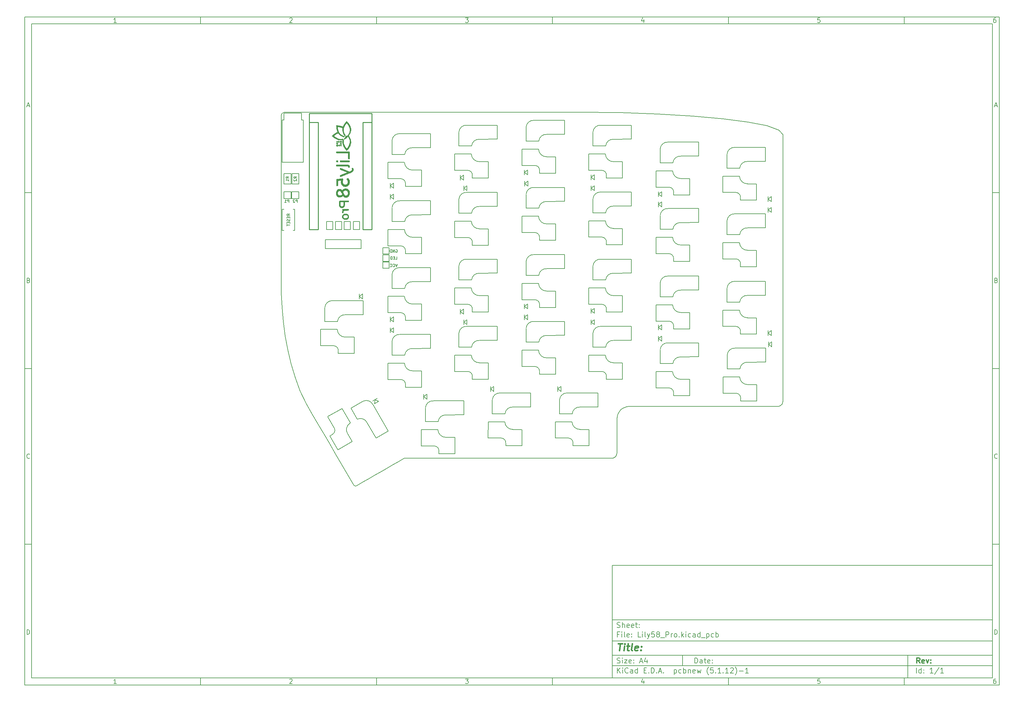
<source format=gbo>
G04 #@! TF.GenerationSoftware,KiCad,Pcbnew,(5.1.12)-1*
G04 #@! TF.CreationDate,2021-12-08T11:34:33+00:00*
G04 #@! TF.ProjectId,Lily58_Pro,4c696c79-3538-45f5-9072-6f2e6b696361,rev?*
G04 #@! TF.SameCoordinates,Original*
G04 #@! TF.FileFunction,Legend,Bot*
G04 #@! TF.FilePolarity,Positive*
%FSLAX46Y46*%
G04 Gerber Fmt 4.6, Leading zero omitted, Abs format (unit mm)*
G04 Created by KiCad (PCBNEW (5.1.12)-1) date 2021-12-08 11:34:33*
%MOMM*%
%LPD*%
G01*
G04 APERTURE LIST*
%ADD10C,0.100000*%
%ADD11C,0.150000*%
%ADD12C,0.300000*%
%ADD13C,0.400000*%
G04 #@! TA.AperFunction,Profile*
%ADD14C,0.200000*%
G04 #@! TD*
%ADD15C,0.010000*%
%ADD16C,0.250000*%
G04 APERTURE END LIST*
D10*
D11*
X177002200Y-166007200D02*
X177002200Y-198007200D01*
X285002200Y-198007200D01*
X285002200Y-166007200D01*
X177002200Y-166007200D01*
D10*
D11*
X10000000Y-10000000D02*
X10000000Y-200007200D01*
X287002200Y-200007200D01*
X287002200Y-10000000D01*
X10000000Y-10000000D01*
D10*
D11*
X12000000Y-12000000D02*
X12000000Y-198007200D01*
X285002200Y-198007200D01*
X285002200Y-12000000D01*
X12000000Y-12000000D01*
D10*
D11*
X60000000Y-12000000D02*
X60000000Y-10000000D01*
D10*
D11*
X110000000Y-12000000D02*
X110000000Y-10000000D01*
D10*
D11*
X160000000Y-12000000D02*
X160000000Y-10000000D01*
D10*
D11*
X210000000Y-12000000D02*
X210000000Y-10000000D01*
D10*
D11*
X260000000Y-12000000D02*
X260000000Y-10000000D01*
D10*
D11*
X36065476Y-11588095D02*
X35322619Y-11588095D01*
X35694047Y-11588095D02*
X35694047Y-10288095D01*
X35570238Y-10473809D01*
X35446428Y-10597619D01*
X35322619Y-10659523D01*
D10*
D11*
X85322619Y-10411904D02*
X85384523Y-10350000D01*
X85508333Y-10288095D01*
X85817857Y-10288095D01*
X85941666Y-10350000D01*
X86003571Y-10411904D01*
X86065476Y-10535714D01*
X86065476Y-10659523D01*
X86003571Y-10845238D01*
X85260714Y-11588095D01*
X86065476Y-11588095D01*
D10*
D11*
X135260714Y-10288095D02*
X136065476Y-10288095D01*
X135632142Y-10783333D01*
X135817857Y-10783333D01*
X135941666Y-10845238D01*
X136003571Y-10907142D01*
X136065476Y-11030952D01*
X136065476Y-11340476D01*
X136003571Y-11464285D01*
X135941666Y-11526190D01*
X135817857Y-11588095D01*
X135446428Y-11588095D01*
X135322619Y-11526190D01*
X135260714Y-11464285D01*
D10*
D11*
X185941666Y-10721428D02*
X185941666Y-11588095D01*
X185632142Y-10226190D02*
X185322619Y-11154761D01*
X186127380Y-11154761D01*
D10*
D11*
X236003571Y-10288095D02*
X235384523Y-10288095D01*
X235322619Y-10907142D01*
X235384523Y-10845238D01*
X235508333Y-10783333D01*
X235817857Y-10783333D01*
X235941666Y-10845238D01*
X236003571Y-10907142D01*
X236065476Y-11030952D01*
X236065476Y-11340476D01*
X236003571Y-11464285D01*
X235941666Y-11526190D01*
X235817857Y-11588095D01*
X235508333Y-11588095D01*
X235384523Y-11526190D01*
X235322619Y-11464285D01*
D10*
D11*
X285941666Y-10288095D02*
X285694047Y-10288095D01*
X285570238Y-10350000D01*
X285508333Y-10411904D01*
X285384523Y-10597619D01*
X285322619Y-10845238D01*
X285322619Y-11340476D01*
X285384523Y-11464285D01*
X285446428Y-11526190D01*
X285570238Y-11588095D01*
X285817857Y-11588095D01*
X285941666Y-11526190D01*
X286003571Y-11464285D01*
X286065476Y-11340476D01*
X286065476Y-11030952D01*
X286003571Y-10907142D01*
X285941666Y-10845238D01*
X285817857Y-10783333D01*
X285570238Y-10783333D01*
X285446428Y-10845238D01*
X285384523Y-10907142D01*
X285322619Y-11030952D01*
D10*
D11*
X60000000Y-198007200D02*
X60000000Y-200007200D01*
D10*
D11*
X110000000Y-198007200D02*
X110000000Y-200007200D01*
D10*
D11*
X160000000Y-198007200D02*
X160000000Y-200007200D01*
D10*
D11*
X210000000Y-198007200D02*
X210000000Y-200007200D01*
D10*
D11*
X260000000Y-198007200D02*
X260000000Y-200007200D01*
D10*
D11*
X36065476Y-199595295D02*
X35322619Y-199595295D01*
X35694047Y-199595295D02*
X35694047Y-198295295D01*
X35570238Y-198481009D01*
X35446428Y-198604819D01*
X35322619Y-198666723D01*
D10*
D11*
X85322619Y-198419104D02*
X85384523Y-198357200D01*
X85508333Y-198295295D01*
X85817857Y-198295295D01*
X85941666Y-198357200D01*
X86003571Y-198419104D01*
X86065476Y-198542914D01*
X86065476Y-198666723D01*
X86003571Y-198852438D01*
X85260714Y-199595295D01*
X86065476Y-199595295D01*
D10*
D11*
X135260714Y-198295295D02*
X136065476Y-198295295D01*
X135632142Y-198790533D01*
X135817857Y-198790533D01*
X135941666Y-198852438D01*
X136003571Y-198914342D01*
X136065476Y-199038152D01*
X136065476Y-199347676D01*
X136003571Y-199471485D01*
X135941666Y-199533390D01*
X135817857Y-199595295D01*
X135446428Y-199595295D01*
X135322619Y-199533390D01*
X135260714Y-199471485D01*
D10*
D11*
X185941666Y-198728628D02*
X185941666Y-199595295D01*
X185632142Y-198233390D02*
X185322619Y-199161961D01*
X186127380Y-199161961D01*
D10*
D11*
X236003571Y-198295295D02*
X235384523Y-198295295D01*
X235322619Y-198914342D01*
X235384523Y-198852438D01*
X235508333Y-198790533D01*
X235817857Y-198790533D01*
X235941666Y-198852438D01*
X236003571Y-198914342D01*
X236065476Y-199038152D01*
X236065476Y-199347676D01*
X236003571Y-199471485D01*
X235941666Y-199533390D01*
X235817857Y-199595295D01*
X235508333Y-199595295D01*
X235384523Y-199533390D01*
X235322619Y-199471485D01*
D10*
D11*
X285941666Y-198295295D02*
X285694047Y-198295295D01*
X285570238Y-198357200D01*
X285508333Y-198419104D01*
X285384523Y-198604819D01*
X285322619Y-198852438D01*
X285322619Y-199347676D01*
X285384523Y-199471485D01*
X285446428Y-199533390D01*
X285570238Y-199595295D01*
X285817857Y-199595295D01*
X285941666Y-199533390D01*
X286003571Y-199471485D01*
X286065476Y-199347676D01*
X286065476Y-199038152D01*
X286003571Y-198914342D01*
X285941666Y-198852438D01*
X285817857Y-198790533D01*
X285570238Y-198790533D01*
X285446428Y-198852438D01*
X285384523Y-198914342D01*
X285322619Y-199038152D01*
D10*
D11*
X10000000Y-60000000D02*
X12000000Y-60000000D01*
D10*
D11*
X10000000Y-110000000D02*
X12000000Y-110000000D01*
D10*
D11*
X10000000Y-160000000D02*
X12000000Y-160000000D01*
D10*
D11*
X10690476Y-35216666D02*
X11309523Y-35216666D01*
X10566666Y-35588095D02*
X11000000Y-34288095D01*
X11433333Y-35588095D01*
D10*
D11*
X11092857Y-84907142D02*
X11278571Y-84969047D01*
X11340476Y-85030952D01*
X11402380Y-85154761D01*
X11402380Y-85340476D01*
X11340476Y-85464285D01*
X11278571Y-85526190D01*
X11154761Y-85588095D01*
X10659523Y-85588095D01*
X10659523Y-84288095D01*
X11092857Y-84288095D01*
X11216666Y-84350000D01*
X11278571Y-84411904D01*
X11340476Y-84535714D01*
X11340476Y-84659523D01*
X11278571Y-84783333D01*
X11216666Y-84845238D01*
X11092857Y-84907142D01*
X10659523Y-84907142D01*
D10*
D11*
X11402380Y-135464285D02*
X11340476Y-135526190D01*
X11154761Y-135588095D01*
X11030952Y-135588095D01*
X10845238Y-135526190D01*
X10721428Y-135402380D01*
X10659523Y-135278571D01*
X10597619Y-135030952D01*
X10597619Y-134845238D01*
X10659523Y-134597619D01*
X10721428Y-134473809D01*
X10845238Y-134350000D01*
X11030952Y-134288095D01*
X11154761Y-134288095D01*
X11340476Y-134350000D01*
X11402380Y-134411904D01*
D10*
D11*
X10659523Y-185588095D02*
X10659523Y-184288095D01*
X10969047Y-184288095D01*
X11154761Y-184350000D01*
X11278571Y-184473809D01*
X11340476Y-184597619D01*
X11402380Y-184845238D01*
X11402380Y-185030952D01*
X11340476Y-185278571D01*
X11278571Y-185402380D01*
X11154761Y-185526190D01*
X10969047Y-185588095D01*
X10659523Y-185588095D01*
D10*
D11*
X287002200Y-60000000D02*
X285002200Y-60000000D01*
D10*
D11*
X287002200Y-110000000D02*
X285002200Y-110000000D01*
D10*
D11*
X287002200Y-160000000D02*
X285002200Y-160000000D01*
D10*
D11*
X285692676Y-35216666D02*
X286311723Y-35216666D01*
X285568866Y-35588095D02*
X286002200Y-34288095D01*
X286435533Y-35588095D01*
D10*
D11*
X286095057Y-84907142D02*
X286280771Y-84969047D01*
X286342676Y-85030952D01*
X286404580Y-85154761D01*
X286404580Y-85340476D01*
X286342676Y-85464285D01*
X286280771Y-85526190D01*
X286156961Y-85588095D01*
X285661723Y-85588095D01*
X285661723Y-84288095D01*
X286095057Y-84288095D01*
X286218866Y-84350000D01*
X286280771Y-84411904D01*
X286342676Y-84535714D01*
X286342676Y-84659523D01*
X286280771Y-84783333D01*
X286218866Y-84845238D01*
X286095057Y-84907142D01*
X285661723Y-84907142D01*
D10*
D11*
X286404580Y-135464285D02*
X286342676Y-135526190D01*
X286156961Y-135588095D01*
X286033152Y-135588095D01*
X285847438Y-135526190D01*
X285723628Y-135402380D01*
X285661723Y-135278571D01*
X285599819Y-135030952D01*
X285599819Y-134845238D01*
X285661723Y-134597619D01*
X285723628Y-134473809D01*
X285847438Y-134350000D01*
X286033152Y-134288095D01*
X286156961Y-134288095D01*
X286342676Y-134350000D01*
X286404580Y-134411904D01*
D10*
D11*
X285661723Y-185588095D02*
X285661723Y-184288095D01*
X285971247Y-184288095D01*
X286156961Y-184350000D01*
X286280771Y-184473809D01*
X286342676Y-184597619D01*
X286404580Y-184845238D01*
X286404580Y-185030952D01*
X286342676Y-185278571D01*
X286280771Y-185402380D01*
X286156961Y-185526190D01*
X285971247Y-185588095D01*
X285661723Y-185588095D01*
D10*
D11*
X200434342Y-193785771D02*
X200434342Y-192285771D01*
X200791485Y-192285771D01*
X201005771Y-192357200D01*
X201148628Y-192500057D01*
X201220057Y-192642914D01*
X201291485Y-192928628D01*
X201291485Y-193142914D01*
X201220057Y-193428628D01*
X201148628Y-193571485D01*
X201005771Y-193714342D01*
X200791485Y-193785771D01*
X200434342Y-193785771D01*
X202577200Y-193785771D02*
X202577200Y-193000057D01*
X202505771Y-192857200D01*
X202362914Y-192785771D01*
X202077200Y-192785771D01*
X201934342Y-192857200D01*
X202577200Y-193714342D02*
X202434342Y-193785771D01*
X202077200Y-193785771D01*
X201934342Y-193714342D01*
X201862914Y-193571485D01*
X201862914Y-193428628D01*
X201934342Y-193285771D01*
X202077200Y-193214342D01*
X202434342Y-193214342D01*
X202577200Y-193142914D01*
X203077200Y-192785771D02*
X203648628Y-192785771D01*
X203291485Y-192285771D02*
X203291485Y-193571485D01*
X203362914Y-193714342D01*
X203505771Y-193785771D01*
X203648628Y-193785771D01*
X204720057Y-193714342D02*
X204577200Y-193785771D01*
X204291485Y-193785771D01*
X204148628Y-193714342D01*
X204077200Y-193571485D01*
X204077200Y-193000057D01*
X204148628Y-192857200D01*
X204291485Y-192785771D01*
X204577200Y-192785771D01*
X204720057Y-192857200D01*
X204791485Y-193000057D01*
X204791485Y-193142914D01*
X204077200Y-193285771D01*
X205434342Y-193642914D02*
X205505771Y-193714342D01*
X205434342Y-193785771D01*
X205362914Y-193714342D01*
X205434342Y-193642914D01*
X205434342Y-193785771D01*
X205434342Y-192857200D02*
X205505771Y-192928628D01*
X205434342Y-193000057D01*
X205362914Y-192928628D01*
X205434342Y-192857200D01*
X205434342Y-193000057D01*
D10*
D11*
X177002200Y-194507200D02*
X285002200Y-194507200D01*
D10*
D11*
X178434342Y-196585771D02*
X178434342Y-195085771D01*
X179291485Y-196585771D02*
X178648628Y-195728628D01*
X179291485Y-195085771D02*
X178434342Y-195942914D01*
X179934342Y-196585771D02*
X179934342Y-195585771D01*
X179934342Y-195085771D02*
X179862914Y-195157200D01*
X179934342Y-195228628D01*
X180005771Y-195157200D01*
X179934342Y-195085771D01*
X179934342Y-195228628D01*
X181505771Y-196442914D02*
X181434342Y-196514342D01*
X181220057Y-196585771D01*
X181077200Y-196585771D01*
X180862914Y-196514342D01*
X180720057Y-196371485D01*
X180648628Y-196228628D01*
X180577200Y-195942914D01*
X180577200Y-195728628D01*
X180648628Y-195442914D01*
X180720057Y-195300057D01*
X180862914Y-195157200D01*
X181077200Y-195085771D01*
X181220057Y-195085771D01*
X181434342Y-195157200D01*
X181505771Y-195228628D01*
X182791485Y-196585771D02*
X182791485Y-195800057D01*
X182720057Y-195657200D01*
X182577200Y-195585771D01*
X182291485Y-195585771D01*
X182148628Y-195657200D01*
X182791485Y-196514342D02*
X182648628Y-196585771D01*
X182291485Y-196585771D01*
X182148628Y-196514342D01*
X182077200Y-196371485D01*
X182077200Y-196228628D01*
X182148628Y-196085771D01*
X182291485Y-196014342D01*
X182648628Y-196014342D01*
X182791485Y-195942914D01*
X184148628Y-196585771D02*
X184148628Y-195085771D01*
X184148628Y-196514342D02*
X184005771Y-196585771D01*
X183720057Y-196585771D01*
X183577200Y-196514342D01*
X183505771Y-196442914D01*
X183434342Y-196300057D01*
X183434342Y-195871485D01*
X183505771Y-195728628D01*
X183577200Y-195657200D01*
X183720057Y-195585771D01*
X184005771Y-195585771D01*
X184148628Y-195657200D01*
X186005771Y-195800057D02*
X186505771Y-195800057D01*
X186720057Y-196585771D02*
X186005771Y-196585771D01*
X186005771Y-195085771D01*
X186720057Y-195085771D01*
X187362914Y-196442914D02*
X187434342Y-196514342D01*
X187362914Y-196585771D01*
X187291485Y-196514342D01*
X187362914Y-196442914D01*
X187362914Y-196585771D01*
X188077200Y-196585771D02*
X188077200Y-195085771D01*
X188434342Y-195085771D01*
X188648628Y-195157200D01*
X188791485Y-195300057D01*
X188862914Y-195442914D01*
X188934342Y-195728628D01*
X188934342Y-195942914D01*
X188862914Y-196228628D01*
X188791485Y-196371485D01*
X188648628Y-196514342D01*
X188434342Y-196585771D01*
X188077200Y-196585771D01*
X189577200Y-196442914D02*
X189648628Y-196514342D01*
X189577200Y-196585771D01*
X189505771Y-196514342D01*
X189577200Y-196442914D01*
X189577200Y-196585771D01*
X190220057Y-196157200D02*
X190934342Y-196157200D01*
X190077200Y-196585771D02*
X190577200Y-195085771D01*
X191077200Y-196585771D01*
X191577200Y-196442914D02*
X191648628Y-196514342D01*
X191577200Y-196585771D01*
X191505771Y-196514342D01*
X191577200Y-196442914D01*
X191577200Y-196585771D01*
X194577200Y-195585771D02*
X194577200Y-197085771D01*
X194577200Y-195657200D02*
X194720057Y-195585771D01*
X195005771Y-195585771D01*
X195148628Y-195657200D01*
X195220057Y-195728628D01*
X195291485Y-195871485D01*
X195291485Y-196300057D01*
X195220057Y-196442914D01*
X195148628Y-196514342D01*
X195005771Y-196585771D01*
X194720057Y-196585771D01*
X194577200Y-196514342D01*
X196577200Y-196514342D02*
X196434342Y-196585771D01*
X196148628Y-196585771D01*
X196005771Y-196514342D01*
X195934342Y-196442914D01*
X195862914Y-196300057D01*
X195862914Y-195871485D01*
X195934342Y-195728628D01*
X196005771Y-195657200D01*
X196148628Y-195585771D01*
X196434342Y-195585771D01*
X196577200Y-195657200D01*
X197220057Y-196585771D02*
X197220057Y-195085771D01*
X197220057Y-195657200D02*
X197362914Y-195585771D01*
X197648628Y-195585771D01*
X197791485Y-195657200D01*
X197862914Y-195728628D01*
X197934342Y-195871485D01*
X197934342Y-196300057D01*
X197862914Y-196442914D01*
X197791485Y-196514342D01*
X197648628Y-196585771D01*
X197362914Y-196585771D01*
X197220057Y-196514342D01*
X198577200Y-195585771D02*
X198577200Y-196585771D01*
X198577200Y-195728628D02*
X198648628Y-195657200D01*
X198791485Y-195585771D01*
X199005771Y-195585771D01*
X199148628Y-195657200D01*
X199220057Y-195800057D01*
X199220057Y-196585771D01*
X200505771Y-196514342D02*
X200362914Y-196585771D01*
X200077200Y-196585771D01*
X199934342Y-196514342D01*
X199862914Y-196371485D01*
X199862914Y-195800057D01*
X199934342Y-195657200D01*
X200077200Y-195585771D01*
X200362914Y-195585771D01*
X200505771Y-195657200D01*
X200577200Y-195800057D01*
X200577200Y-195942914D01*
X199862914Y-196085771D01*
X201077200Y-195585771D02*
X201362914Y-196585771D01*
X201648628Y-195871485D01*
X201934342Y-196585771D01*
X202220057Y-195585771D01*
X204362914Y-197157200D02*
X204291485Y-197085771D01*
X204148628Y-196871485D01*
X204077200Y-196728628D01*
X204005771Y-196514342D01*
X203934342Y-196157200D01*
X203934342Y-195871485D01*
X204005771Y-195514342D01*
X204077200Y-195300057D01*
X204148628Y-195157200D01*
X204291485Y-194942914D01*
X204362914Y-194871485D01*
X205648628Y-195085771D02*
X204934342Y-195085771D01*
X204862914Y-195800057D01*
X204934342Y-195728628D01*
X205077200Y-195657200D01*
X205434342Y-195657200D01*
X205577200Y-195728628D01*
X205648628Y-195800057D01*
X205720057Y-195942914D01*
X205720057Y-196300057D01*
X205648628Y-196442914D01*
X205577200Y-196514342D01*
X205434342Y-196585771D01*
X205077200Y-196585771D01*
X204934342Y-196514342D01*
X204862914Y-196442914D01*
X206362914Y-196442914D02*
X206434342Y-196514342D01*
X206362914Y-196585771D01*
X206291485Y-196514342D01*
X206362914Y-196442914D01*
X206362914Y-196585771D01*
X207862914Y-196585771D02*
X207005771Y-196585771D01*
X207434342Y-196585771D02*
X207434342Y-195085771D01*
X207291485Y-195300057D01*
X207148628Y-195442914D01*
X207005771Y-195514342D01*
X208505771Y-196442914D02*
X208577200Y-196514342D01*
X208505771Y-196585771D01*
X208434342Y-196514342D01*
X208505771Y-196442914D01*
X208505771Y-196585771D01*
X210005771Y-196585771D02*
X209148628Y-196585771D01*
X209577200Y-196585771D02*
X209577200Y-195085771D01*
X209434342Y-195300057D01*
X209291485Y-195442914D01*
X209148628Y-195514342D01*
X210577200Y-195228628D02*
X210648628Y-195157200D01*
X210791485Y-195085771D01*
X211148628Y-195085771D01*
X211291485Y-195157200D01*
X211362914Y-195228628D01*
X211434342Y-195371485D01*
X211434342Y-195514342D01*
X211362914Y-195728628D01*
X210505771Y-196585771D01*
X211434342Y-196585771D01*
X211934342Y-197157200D02*
X212005771Y-197085771D01*
X212148628Y-196871485D01*
X212220057Y-196728628D01*
X212291485Y-196514342D01*
X212362914Y-196157200D01*
X212362914Y-195871485D01*
X212291485Y-195514342D01*
X212220057Y-195300057D01*
X212148628Y-195157200D01*
X212005771Y-194942914D01*
X211934342Y-194871485D01*
X213077200Y-196014342D02*
X214220057Y-196014342D01*
X215720057Y-196585771D02*
X214862914Y-196585771D01*
X215291485Y-196585771D02*
X215291485Y-195085771D01*
X215148628Y-195300057D01*
X215005771Y-195442914D01*
X214862914Y-195514342D01*
D10*
D11*
X177002200Y-191507200D02*
X285002200Y-191507200D01*
D10*
D12*
X264411485Y-193785771D02*
X263911485Y-193071485D01*
X263554342Y-193785771D02*
X263554342Y-192285771D01*
X264125771Y-192285771D01*
X264268628Y-192357200D01*
X264340057Y-192428628D01*
X264411485Y-192571485D01*
X264411485Y-192785771D01*
X264340057Y-192928628D01*
X264268628Y-193000057D01*
X264125771Y-193071485D01*
X263554342Y-193071485D01*
X265625771Y-193714342D02*
X265482914Y-193785771D01*
X265197200Y-193785771D01*
X265054342Y-193714342D01*
X264982914Y-193571485D01*
X264982914Y-193000057D01*
X265054342Y-192857200D01*
X265197200Y-192785771D01*
X265482914Y-192785771D01*
X265625771Y-192857200D01*
X265697200Y-193000057D01*
X265697200Y-193142914D01*
X264982914Y-193285771D01*
X266197200Y-192785771D02*
X266554342Y-193785771D01*
X266911485Y-192785771D01*
X267482914Y-193642914D02*
X267554342Y-193714342D01*
X267482914Y-193785771D01*
X267411485Y-193714342D01*
X267482914Y-193642914D01*
X267482914Y-193785771D01*
X267482914Y-192857200D02*
X267554342Y-192928628D01*
X267482914Y-193000057D01*
X267411485Y-192928628D01*
X267482914Y-192857200D01*
X267482914Y-193000057D01*
D10*
D11*
X178362914Y-193714342D02*
X178577200Y-193785771D01*
X178934342Y-193785771D01*
X179077200Y-193714342D01*
X179148628Y-193642914D01*
X179220057Y-193500057D01*
X179220057Y-193357200D01*
X179148628Y-193214342D01*
X179077200Y-193142914D01*
X178934342Y-193071485D01*
X178648628Y-193000057D01*
X178505771Y-192928628D01*
X178434342Y-192857200D01*
X178362914Y-192714342D01*
X178362914Y-192571485D01*
X178434342Y-192428628D01*
X178505771Y-192357200D01*
X178648628Y-192285771D01*
X179005771Y-192285771D01*
X179220057Y-192357200D01*
X179862914Y-193785771D02*
X179862914Y-192785771D01*
X179862914Y-192285771D02*
X179791485Y-192357200D01*
X179862914Y-192428628D01*
X179934342Y-192357200D01*
X179862914Y-192285771D01*
X179862914Y-192428628D01*
X180434342Y-192785771D02*
X181220057Y-192785771D01*
X180434342Y-193785771D01*
X181220057Y-193785771D01*
X182362914Y-193714342D02*
X182220057Y-193785771D01*
X181934342Y-193785771D01*
X181791485Y-193714342D01*
X181720057Y-193571485D01*
X181720057Y-193000057D01*
X181791485Y-192857200D01*
X181934342Y-192785771D01*
X182220057Y-192785771D01*
X182362914Y-192857200D01*
X182434342Y-193000057D01*
X182434342Y-193142914D01*
X181720057Y-193285771D01*
X183077200Y-193642914D02*
X183148628Y-193714342D01*
X183077200Y-193785771D01*
X183005771Y-193714342D01*
X183077200Y-193642914D01*
X183077200Y-193785771D01*
X183077200Y-192857200D02*
X183148628Y-192928628D01*
X183077200Y-193000057D01*
X183005771Y-192928628D01*
X183077200Y-192857200D01*
X183077200Y-193000057D01*
X184862914Y-193357200D02*
X185577200Y-193357200D01*
X184720057Y-193785771D02*
X185220057Y-192285771D01*
X185720057Y-193785771D01*
X186862914Y-192785771D02*
X186862914Y-193785771D01*
X186505771Y-192214342D02*
X186148628Y-193285771D01*
X187077200Y-193285771D01*
D10*
D11*
X263434342Y-196585771D02*
X263434342Y-195085771D01*
X264791485Y-196585771D02*
X264791485Y-195085771D01*
X264791485Y-196514342D02*
X264648628Y-196585771D01*
X264362914Y-196585771D01*
X264220057Y-196514342D01*
X264148628Y-196442914D01*
X264077200Y-196300057D01*
X264077200Y-195871485D01*
X264148628Y-195728628D01*
X264220057Y-195657200D01*
X264362914Y-195585771D01*
X264648628Y-195585771D01*
X264791485Y-195657200D01*
X265505771Y-196442914D02*
X265577200Y-196514342D01*
X265505771Y-196585771D01*
X265434342Y-196514342D01*
X265505771Y-196442914D01*
X265505771Y-196585771D01*
X265505771Y-195657200D02*
X265577200Y-195728628D01*
X265505771Y-195800057D01*
X265434342Y-195728628D01*
X265505771Y-195657200D01*
X265505771Y-195800057D01*
X268148628Y-196585771D02*
X267291485Y-196585771D01*
X267720057Y-196585771D02*
X267720057Y-195085771D01*
X267577200Y-195300057D01*
X267434342Y-195442914D01*
X267291485Y-195514342D01*
X269862914Y-195014342D02*
X268577200Y-196942914D01*
X271148628Y-196585771D02*
X270291485Y-196585771D01*
X270720057Y-196585771D02*
X270720057Y-195085771D01*
X270577200Y-195300057D01*
X270434342Y-195442914D01*
X270291485Y-195514342D01*
D10*
D11*
X177002200Y-187507200D02*
X285002200Y-187507200D01*
D10*
D13*
X178714580Y-188211961D02*
X179857438Y-188211961D01*
X179036009Y-190211961D02*
X179286009Y-188211961D01*
X180274104Y-190211961D02*
X180440771Y-188878628D01*
X180524104Y-188211961D02*
X180416961Y-188307200D01*
X180500295Y-188402438D01*
X180607438Y-188307200D01*
X180524104Y-188211961D01*
X180500295Y-188402438D01*
X181107438Y-188878628D02*
X181869342Y-188878628D01*
X181476485Y-188211961D02*
X181262200Y-189926247D01*
X181333628Y-190116723D01*
X181512200Y-190211961D01*
X181702676Y-190211961D01*
X182655057Y-190211961D02*
X182476485Y-190116723D01*
X182405057Y-189926247D01*
X182619342Y-188211961D01*
X184190771Y-190116723D02*
X183988390Y-190211961D01*
X183607438Y-190211961D01*
X183428866Y-190116723D01*
X183357438Y-189926247D01*
X183452676Y-189164342D01*
X183571723Y-188973866D01*
X183774104Y-188878628D01*
X184155057Y-188878628D01*
X184333628Y-188973866D01*
X184405057Y-189164342D01*
X184381247Y-189354819D01*
X183405057Y-189545295D01*
X185155057Y-190021485D02*
X185238390Y-190116723D01*
X185131247Y-190211961D01*
X185047914Y-190116723D01*
X185155057Y-190021485D01*
X185131247Y-190211961D01*
X185286009Y-188973866D02*
X185369342Y-189069104D01*
X185262200Y-189164342D01*
X185178866Y-189069104D01*
X185286009Y-188973866D01*
X185262200Y-189164342D01*
D10*
D11*
X178934342Y-185600057D02*
X178434342Y-185600057D01*
X178434342Y-186385771D02*
X178434342Y-184885771D01*
X179148628Y-184885771D01*
X179720057Y-186385771D02*
X179720057Y-185385771D01*
X179720057Y-184885771D02*
X179648628Y-184957200D01*
X179720057Y-185028628D01*
X179791485Y-184957200D01*
X179720057Y-184885771D01*
X179720057Y-185028628D01*
X180648628Y-186385771D02*
X180505771Y-186314342D01*
X180434342Y-186171485D01*
X180434342Y-184885771D01*
X181791485Y-186314342D02*
X181648628Y-186385771D01*
X181362914Y-186385771D01*
X181220057Y-186314342D01*
X181148628Y-186171485D01*
X181148628Y-185600057D01*
X181220057Y-185457200D01*
X181362914Y-185385771D01*
X181648628Y-185385771D01*
X181791485Y-185457200D01*
X181862914Y-185600057D01*
X181862914Y-185742914D01*
X181148628Y-185885771D01*
X182505771Y-186242914D02*
X182577200Y-186314342D01*
X182505771Y-186385771D01*
X182434342Y-186314342D01*
X182505771Y-186242914D01*
X182505771Y-186385771D01*
X182505771Y-185457200D02*
X182577200Y-185528628D01*
X182505771Y-185600057D01*
X182434342Y-185528628D01*
X182505771Y-185457200D01*
X182505771Y-185600057D01*
X185077200Y-186385771D02*
X184362914Y-186385771D01*
X184362914Y-184885771D01*
X185577200Y-186385771D02*
X185577200Y-185385771D01*
X185577200Y-184885771D02*
X185505771Y-184957200D01*
X185577200Y-185028628D01*
X185648628Y-184957200D01*
X185577200Y-184885771D01*
X185577200Y-185028628D01*
X186505771Y-186385771D02*
X186362914Y-186314342D01*
X186291485Y-186171485D01*
X186291485Y-184885771D01*
X186934342Y-185385771D02*
X187291485Y-186385771D01*
X187648628Y-185385771D02*
X187291485Y-186385771D01*
X187148628Y-186742914D01*
X187077200Y-186814342D01*
X186934342Y-186885771D01*
X188934342Y-184885771D02*
X188220057Y-184885771D01*
X188148628Y-185600057D01*
X188220057Y-185528628D01*
X188362914Y-185457200D01*
X188720057Y-185457200D01*
X188862914Y-185528628D01*
X188934342Y-185600057D01*
X189005771Y-185742914D01*
X189005771Y-186100057D01*
X188934342Y-186242914D01*
X188862914Y-186314342D01*
X188720057Y-186385771D01*
X188362914Y-186385771D01*
X188220057Y-186314342D01*
X188148628Y-186242914D01*
X189862914Y-185528628D02*
X189720057Y-185457200D01*
X189648628Y-185385771D01*
X189577200Y-185242914D01*
X189577200Y-185171485D01*
X189648628Y-185028628D01*
X189720057Y-184957200D01*
X189862914Y-184885771D01*
X190148628Y-184885771D01*
X190291485Y-184957200D01*
X190362914Y-185028628D01*
X190434342Y-185171485D01*
X190434342Y-185242914D01*
X190362914Y-185385771D01*
X190291485Y-185457200D01*
X190148628Y-185528628D01*
X189862914Y-185528628D01*
X189720057Y-185600057D01*
X189648628Y-185671485D01*
X189577200Y-185814342D01*
X189577200Y-186100057D01*
X189648628Y-186242914D01*
X189720057Y-186314342D01*
X189862914Y-186385771D01*
X190148628Y-186385771D01*
X190291485Y-186314342D01*
X190362914Y-186242914D01*
X190434342Y-186100057D01*
X190434342Y-185814342D01*
X190362914Y-185671485D01*
X190291485Y-185600057D01*
X190148628Y-185528628D01*
X190720057Y-186528628D02*
X191862914Y-186528628D01*
X192220057Y-186385771D02*
X192220057Y-184885771D01*
X192791485Y-184885771D01*
X192934342Y-184957200D01*
X193005771Y-185028628D01*
X193077200Y-185171485D01*
X193077200Y-185385771D01*
X193005771Y-185528628D01*
X192934342Y-185600057D01*
X192791485Y-185671485D01*
X192220057Y-185671485D01*
X193720057Y-186385771D02*
X193720057Y-185385771D01*
X193720057Y-185671485D02*
X193791485Y-185528628D01*
X193862914Y-185457200D01*
X194005771Y-185385771D01*
X194148628Y-185385771D01*
X194862914Y-186385771D02*
X194720057Y-186314342D01*
X194648628Y-186242914D01*
X194577200Y-186100057D01*
X194577200Y-185671485D01*
X194648628Y-185528628D01*
X194720057Y-185457200D01*
X194862914Y-185385771D01*
X195077200Y-185385771D01*
X195220057Y-185457200D01*
X195291485Y-185528628D01*
X195362914Y-185671485D01*
X195362914Y-186100057D01*
X195291485Y-186242914D01*
X195220057Y-186314342D01*
X195077200Y-186385771D01*
X194862914Y-186385771D01*
X196005771Y-186242914D02*
X196077200Y-186314342D01*
X196005771Y-186385771D01*
X195934342Y-186314342D01*
X196005771Y-186242914D01*
X196005771Y-186385771D01*
X196720057Y-186385771D02*
X196720057Y-184885771D01*
X196862914Y-185814342D02*
X197291485Y-186385771D01*
X197291485Y-185385771D02*
X196720057Y-185957200D01*
X197934342Y-186385771D02*
X197934342Y-185385771D01*
X197934342Y-184885771D02*
X197862914Y-184957200D01*
X197934342Y-185028628D01*
X198005771Y-184957200D01*
X197934342Y-184885771D01*
X197934342Y-185028628D01*
X199291485Y-186314342D02*
X199148628Y-186385771D01*
X198862914Y-186385771D01*
X198720057Y-186314342D01*
X198648628Y-186242914D01*
X198577200Y-186100057D01*
X198577200Y-185671485D01*
X198648628Y-185528628D01*
X198720057Y-185457200D01*
X198862914Y-185385771D01*
X199148628Y-185385771D01*
X199291485Y-185457200D01*
X200577200Y-186385771D02*
X200577200Y-185600057D01*
X200505771Y-185457200D01*
X200362914Y-185385771D01*
X200077200Y-185385771D01*
X199934342Y-185457200D01*
X200577200Y-186314342D02*
X200434342Y-186385771D01*
X200077200Y-186385771D01*
X199934342Y-186314342D01*
X199862914Y-186171485D01*
X199862914Y-186028628D01*
X199934342Y-185885771D01*
X200077200Y-185814342D01*
X200434342Y-185814342D01*
X200577200Y-185742914D01*
X201934342Y-186385771D02*
X201934342Y-184885771D01*
X201934342Y-186314342D02*
X201791485Y-186385771D01*
X201505771Y-186385771D01*
X201362914Y-186314342D01*
X201291485Y-186242914D01*
X201220057Y-186100057D01*
X201220057Y-185671485D01*
X201291485Y-185528628D01*
X201362914Y-185457200D01*
X201505771Y-185385771D01*
X201791485Y-185385771D01*
X201934342Y-185457200D01*
X202291485Y-186528628D02*
X203434342Y-186528628D01*
X203791485Y-185385771D02*
X203791485Y-186885771D01*
X203791485Y-185457200D02*
X203934342Y-185385771D01*
X204220057Y-185385771D01*
X204362914Y-185457200D01*
X204434342Y-185528628D01*
X204505771Y-185671485D01*
X204505771Y-186100057D01*
X204434342Y-186242914D01*
X204362914Y-186314342D01*
X204220057Y-186385771D01*
X203934342Y-186385771D01*
X203791485Y-186314342D01*
X205791485Y-186314342D02*
X205648628Y-186385771D01*
X205362914Y-186385771D01*
X205220057Y-186314342D01*
X205148628Y-186242914D01*
X205077200Y-186100057D01*
X205077200Y-185671485D01*
X205148628Y-185528628D01*
X205220057Y-185457200D01*
X205362914Y-185385771D01*
X205648628Y-185385771D01*
X205791485Y-185457200D01*
X206434342Y-186385771D02*
X206434342Y-184885771D01*
X206434342Y-185457200D02*
X206577200Y-185385771D01*
X206862914Y-185385771D01*
X207005771Y-185457200D01*
X207077200Y-185528628D01*
X207148628Y-185671485D01*
X207148628Y-186100057D01*
X207077200Y-186242914D01*
X207005771Y-186314342D01*
X206862914Y-186385771D01*
X206577200Y-186385771D01*
X206434342Y-186314342D01*
D10*
D11*
X177002200Y-181507200D02*
X285002200Y-181507200D01*
D10*
D11*
X178362914Y-183614342D02*
X178577200Y-183685771D01*
X178934342Y-183685771D01*
X179077200Y-183614342D01*
X179148628Y-183542914D01*
X179220057Y-183400057D01*
X179220057Y-183257200D01*
X179148628Y-183114342D01*
X179077200Y-183042914D01*
X178934342Y-182971485D01*
X178648628Y-182900057D01*
X178505771Y-182828628D01*
X178434342Y-182757200D01*
X178362914Y-182614342D01*
X178362914Y-182471485D01*
X178434342Y-182328628D01*
X178505771Y-182257200D01*
X178648628Y-182185771D01*
X179005771Y-182185771D01*
X179220057Y-182257200D01*
X179862914Y-183685771D02*
X179862914Y-182185771D01*
X180505771Y-183685771D02*
X180505771Y-182900057D01*
X180434342Y-182757200D01*
X180291485Y-182685771D01*
X180077200Y-182685771D01*
X179934342Y-182757200D01*
X179862914Y-182828628D01*
X181791485Y-183614342D02*
X181648628Y-183685771D01*
X181362914Y-183685771D01*
X181220057Y-183614342D01*
X181148628Y-183471485D01*
X181148628Y-182900057D01*
X181220057Y-182757200D01*
X181362914Y-182685771D01*
X181648628Y-182685771D01*
X181791485Y-182757200D01*
X181862914Y-182900057D01*
X181862914Y-183042914D01*
X181148628Y-183185771D01*
X183077200Y-183614342D02*
X182934342Y-183685771D01*
X182648628Y-183685771D01*
X182505771Y-183614342D01*
X182434342Y-183471485D01*
X182434342Y-182900057D01*
X182505771Y-182757200D01*
X182648628Y-182685771D01*
X182934342Y-182685771D01*
X183077200Y-182757200D01*
X183148628Y-182900057D01*
X183148628Y-183042914D01*
X182434342Y-183185771D01*
X183577200Y-182685771D02*
X184148628Y-182685771D01*
X183791485Y-182185771D02*
X183791485Y-183471485D01*
X183862914Y-183614342D01*
X184005771Y-183685771D01*
X184148628Y-183685771D01*
X184648628Y-183542914D02*
X184720057Y-183614342D01*
X184648628Y-183685771D01*
X184577200Y-183614342D01*
X184648628Y-183542914D01*
X184648628Y-183685771D01*
X184648628Y-182757200D02*
X184720057Y-182828628D01*
X184648628Y-182900057D01*
X184577200Y-182828628D01*
X184648628Y-182757200D01*
X184648628Y-182900057D01*
D10*
D11*
X197002200Y-191507200D02*
X197002200Y-194507200D01*
D10*
D11*
X261002200Y-191507200D02*
X261002200Y-198007200D01*
D14*
X116186619Y-136480784D02*
X117862313Y-135510645D01*
X114510925Y-137450923D02*
X116186619Y-136480784D01*
X82937528Y-50750629D02*
X82937528Y-44443695D01*
X82937528Y-57057562D02*
X82937528Y-50750629D01*
X115211711Y-37086762D02*
X104803877Y-37086762D01*
X218692418Y-120789735D02*
X223959999Y-120789735D01*
X213424836Y-120789735D02*
X218692418Y-120789735D01*
X208157255Y-120789735D02*
X213424836Y-120789735D01*
X202889673Y-120789735D02*
X208157255Y-120789735D01*
X197622092Y-120789735D02*
X202889673Y-120789735D01*
X192354511Y-120789735D02*
X197622092Y-120789735D01*
X187086929Y-120789735D02*
X192354511Y-120789735D01*
X181819348Y-120789735D02*
X187086929Y-120789735D01*
X181113524Y-120860778D02*
X181819348Y-120789735D01*
X180456326Y-121064561D02*
X181113524Y-120860778D01*
X179861773Y-121387065D02*
X180456326Y-121064561D01*
X179343884Y-121814271D02*
X179861773Y-121387065D01*
X178916678Y-122332160D02*
X179343884Y-121814271D01*
X178594174Y-122926713D02*
X178916678Y-122332160D01*
X178390391Y-123583911D02*
X178594174Y-122926713D01*
X178319348Y-124289735D02*
X178390391Y-123583911D01*
X199807654Y-38170488D02*
X189919538Y-37585374D01*
X208420758Y-38945561D02*
X199807654Y-38170488D01*
X215525697Y-39885159D02*
X208420758Y-38945561D01*
X220889319Y-40963847D02*
X215525697Y-39885159D01*
X178989563Y-37215654D02*
X167250881Y-37086762D01*
X189919538Y-37585374D02*
X178989563Y-37215654D01*
X177658308Y-135255660D02*
X177403500Y-135393876D01*
X177880261Y-135072571D02*
X177658308Y-135255660D01*
X178063349Y-134850619D02*
X177880261Y-135072571D01*
X178201565Y-134595810D02*
X178063349Y-134850619D01*
X178288901Y-134314154D02*
X178201565Y-134595810D01*
X178319348Y-134011658D02*
X178288901Y-134314154D01*
X225460000Y-52918378D02*
X225460000Y-62400000D01*
X225460000Y-43436755D02*
X225460000Y-52918378D01*
X82937528Y-69671429D02*
X82937528Y-63364495D01*
X82937528Y-75978362D02*
X82937528Y-69671429D01*
X82937528Y-82285296D02*
X82937528Y-75978362D01*
X82937528Y-88592229D02*
X82937528Y-82285296D01*
X104803877Y-37086762D02*
X94396044Y-37086762D01*
X125619545Y-37086762D02*
X115211711Y-37086762D01*
X136027379Y-37086762D02*
X125619545Y-37086762D01*
X146435213Y-37086762D02*
X136027379Y-37086762D01*
X156843047Y-37086762D02*
X146435213Y-37086762D01*
X167250881Y-37086762D02*
X156843047Y-37086762D01*
X83400937Y-37265961D02*
X83579303Y-37169210D01*
X83245570Y-37394123D02*
X83400937Y-37265961D01*
X83117409Y-37549489D02*
X83245570Y-37394123D01*
X83020657Y-37727855D02*
X83117409Y-37549489D01*
X82959523Y-37925015D02*
X83020657Y-37727855D01*
X82938210Y-38136762D02*
X82959523Y-37925015D01*
X83776462Y-37108075D02*
X83988210Y-37086762D01*
X83579303Y-37169210D02*
X83776462Y-37108075D01*
X94396044Y-37086762D02*
X83988210Y-37086762D01*
X82937528Y-63364495D02*
X82937528Y-57057562D01*
X82937528Y-44443695D02*
X82937528Y-38136762D01*
X88291758Y-116318073D02*
X89993333Y-119989540D01*
X86863105Y-112530670D02*
X88291758Y-116318073D01*
X85688004Y-108649127D02*
X86863105Y-112530670D01*
X84747083Y-104695246D02*
X85688004Y-108649127D01*
X84020972Y-100690825D02*
X84747083Y-104695246D01*
X83490297Y-96657663D02*
X84020972Y-100690825D01*
X83135690Y-92617561D02*
X83490297Y-96657663D01*
X82937777Y-88592317D02*
X83135690Y-92617561D01*
X104288864Y-143357278D02*
X104456758Y-143271756D01*
X104130206Y-143404468D02*
X104288864Y-143357278D01*
X103981252Y-143413974D02*
X104130206Y-143404468D01*
X103842470Y-143386445D02*
X103981252Y-143413974D01*
X103714328Y-143322532D02*
X103842470Y-143386445D01*
X103597295Y-143222884D02*
X103714328Y-143322532D01*
X103491837Y-143088150D02*
X103597295Y-143222884D01*
X103398425Y-142918979D02*
X103491837Y-143088150D01*
X112835230Y-138421062D02*
X114510925Y-137450923D01*
X111159536Y-139391201D02*
X112835230Y-138421062D01*
X109483841Y-140361340D02*
X111159536Y-139391201D01*
X107808147Y-141331479D02*
X109483841Y-140361340D01*
X106132452Y-142301617D02*
X107808147Y-141331479D01*
X104456758Y-143271756D02*
X106132452Y-142301617D01*
X101722730Y-140052659D02*
X103398425Y-142918979D01*
X100047036Y-137186340D02*
X101722730Y-140052659D01*
X98371341Y-134320020D02*
X100047036Y-137186340D01*
X96695647Y-131453701D02*
X98371341Y-134320020D01*
X95019952Y-128587381D02*
X96695647Y-131453701D01*
X93344258Y-125721062D02*
X95019952Y-128587381D01*
X91668563Y-122854742D02*
X93344258Y-125721062D01*
X89992869Y-119988423D02*
X91668563Y-122854742D01*
X169449826Y-135511658D02*
X176819348Y-135511658D01*
X162080304Y-135511658D02*
X169449826Y-135511658D01*
X154710782Y-135511658D02*
X162080304Y-135511658D01*
X147341260Y-135511658D02*
X154710782Y-135511658D01*
X139971738Y-135511658D02*
X147341260Y-135511658D01*
X132602217Y-135511658D02*
X139971738Y-135511658D01*
X125232695Y-135511658D02*
X132602217Y-135511658D01*
X117863173Y-135511658D02*
X125232695Y-135511658D01*
X178319348Y-132816013D02*
X178319348Y-134011658D01*
X178319348Y-131597973D02*
X178319348Y-132816013D01*
X178319348Y-130379933D02*
X178319348Y-131597973D01*
X178319348Y-129161894D02*
X178319348Y-130379933D01*
X178319348Y-127943854D02*
X178319348Y-129161894D01*
X178319348Y-126725814D02*
X178319348Y-127943854D01*
X178319348Y-125507775D02*
X178319348Y-126725814D01*
X178319348Y-124289735D02*
X178319348Y-125507775D01*
X177121844Y-135481211D02*
X176819348Y-135511658D01*
X177403500Y-135393876D02*
X177121844Y-135481211D01*
X224278471Y-42156190D02*
X220889319Y-40963847D01*
X225460000Y-43436755D02*
X224278471Y-42156190D01*
X224262495Y-120759288D02*
X223959999Y-120789735D01*
X224544152Y-120671952D02*
X224262495Y-120759288D01*
X224798960Y-120533736D02*
X224544152Y-120671952D01*
X225020912Y-120350648D02*
X224798960Y-120533736D01*
X225204001Y-120128696D02*
X225020912Y-120350648D01*
X225342217Y-119873887D02*
X225204001Y-120128696D01*
X225429552Y-119592231D02*
X225342217Y-119873887D01*
X225459999Y-119289735D02*
X225429552Y-119592231D01*
X225460000Y-109808112D02*
X225460000Y-119289735D01*
X225460000Y-100326490D02*
X225460000Y-109808112D01*
X225460000Y-90844867D02*
X225460000Y-100326490D01*
X225460000Y-81363245D02*
X225460000Y-90844867D01*
X225460000Y-71881623D02*
X225460000Y-81363245D01*
X225460000Y-62400000D02*
X225460000Y-71881623D01*
D11*
X83150000Y-39300000D02*
X83650000Y-39300000D01*
X89150000Y-39300000D02*
X89150000Y-51300000D01*
X89150000Y-51300000D02*
X83150000Y-51300000D01*
X83150000Y-51300000D02*
X83150000Y-39300000D01*
X83650000Y-39300000D02*
X83650000Y-37400000D01*
X83700000Y-37400000D02*
X88650000Y-37400000D01*
X89150000Y-39300000D02*
X88650000Y-39300000D01*
X88650000Y-39300000D02*
X88650000Y-37400000D01*
X113600000Y-79500000D02*
X111800000Y-79500000D01*
X111800000Y-79500000D02*
X111800000Y-77700000D01*
X111800000Y-77700000D02*
X113600000Y-77700000D01*
X113600000Y-77700000D02*
X113600000Y-79500000D01*
X113600000Y-81500000D02*
X111800000Y-81500000D01*
X111800000Y-81500000D02*
X111800000Y-79700000D01*
X111800000Y-79700000D02*
X113600000Y-79700000D01*
X113600000Y-79700000D02*
X113600000Y-81500000D01*
X113600000Y-77400000D02*
X111800000Y-77400000D01*
X111800000Y-77400000D02*
X111800000Y-75600000D01*
X111800000Y-75600000D02*
X113600000Y-75600000D01*
X113600000Y-75600000D02*
X113600000Y-77400000D01*
D15*
G36*
X99583169Y-55316808D02*
G01*
X99593613Y-55380472D01*
X99604881Y-55407707D01*
X99650414Y-55437493D01*
X99723177Y-55441405D01*
X99821245Y-55419583D01*
X99913766Y-55384918D01*
X99989549Y-55352899D01*
X100088564Y-55311526D01*
X100197856Y-55266193D01*
X100302308Y-55223180D01*
X100410743Y-55178673D01*
X100523193Y-55132441D01*
X100626061Y-55090079D01*
X100702847Y-55058382D01*
X100769578Y-55030879D01*
X100864104Y-54992060D01*
X100978034Y-54945364D01*
X101102978Y-54894227D01*
X101230546Y-54842090D01*
X101249924Y-54834178D01*
X101428316Y-54761320D01*
X101574478Y-54701569D01*
X101692372Y-54653292D01*
X101785957Y-54614856D01*
X101859195Y-54584630D01*
X101916046Y-54560981D01*
X101960472Y-54542276D01*
X101996434Y-54526885D01*
X102011924Y-54520163D01*
X102067794Y-54496544D01*
X102145176Y-54464759D01*
X102229199Y-54430901D01*
X102246385Y-54424063D01*
X102445617Y-54344114D01*
X102611967Y-54275185D01*
X102749400Y-54215288D01*
X102861884Y-54162432D01*
X102953383Y-54114628D01*
X103027863Y-54069887D01*
X103089291Y-54026220D01*
X103141632Y-53981637D01*
X103156295Y-53967650D01*
X103265621Y-53836070D01*
X103345052Y-53687389D01*
X103392457Y-53528350D01*
X103405708Y-53365696D01*
X103388858Y-53231077D01*
X103349328Y-53096925D01*
X103300423Y-53000222D01*
X103242279Y-52941157D01*
X103175029Y-52919919D01*
X103167527Y-52919889D01*
X103084894Y-52938401D01*
X103009303Y-52983883D01*
X102959540Y-53041923D01*
X102945007Y-53073205D01*
X102941691Y-53104623D01*
X102950568Y-53148056D01*
X102972618Y-53215379D01*
X102974194Y-53219902D01*
X103004155Y-53317949D01*
X103015315Y-53394259D01*
X103007945Y-53461203D01*
X102982312Y-53531152D01*
X102981034Y-53533923D01*
X102936268Y-53609116D01*
X102872576Y-53678410D01*
X102785714Y-53744781D01*
X102671438Y-53811206D01*
X102525505Y-53880661D01*
X102426887Y-53922601D01*
X102341227Y-53957541D01*
X102282708Y-53979115D01*
X102242291Y-53988726D01*
X102210939Y-53987779D01*
X102179615Y-53977679D01*
X102151646Y-53965365D01*
X102109135Y-53946720D01*
X102040518Y-53917162D01*
X101955703Y-53880940D01*
X101875154Y-53846768D01*
X101783385Y-53807932D01*
X101698159Y-53771813D01*
X101629736Y-53742763D01*
X101591847Y-53726620D01*
X101558729Y-53712460D01*
X101528378Y-53699539D01*
X101494836Y-53685355D01*
X101452145Y-53667405D01*
X101394346Y-53643187D01*
X101315482Y-53610198D01*
X101209593Y-53565937D01*
X101142462Y-53537881D01*
X101015175Y-53484639D01*
X100878098Y-53427221D01*
X100736313Y-53367764D01*
X100594902Y-53308404D01*
X100458945Y-53251278D01*
X100333525Y-53198521D01*
X100223722Y-53152270D01*
X100134619Y-53114661D01*
X100071296Y-53087830D01*
X100038836Y-53073914D01*
X100038539Y-53073783D01*
X99927230Y-53025567D01*
X99844561Y-52992112D01*
X99784007Y-52971143D01*
X99739043Y-52960381D01*
X99705349Y-52957538D01*
X99649064Y-52964034D01*
X99611865Y-52987500D01*
X99590256Y-53033902D01*
X99580743Y-53109206D01*
X99579385Y-53172526D01*
X99580264Y-53250362D01*
X99584807Y-53299262D01*
X99595874Y-53329361D01*
X99616326Y-53350793D01*
X99633116Y-53362904D01*
X99676339Y-53387516D01*
X99743393Y-53420192D01*
X99821671Y-53454874D01*
X99843154Y-53463820D01*
X99928271Y-53498774D01*
X100011734Y-53533111D01*
X100077829Y-53560364D01*
X100087385Y-53564315D01*
X100148521Y-53589174D01*
X100230197Y-53621814D01*
X100316518Y-53655892D01*
X100331616Y-53661803D01*
X100408219Y-53691891D01*
X100474563Y-53718193D01*
X100519315Y-53736211D01*
X100527000Y-53739398D01*
X100592135Y-53766492D01*
X100682811Y-53803705D01*
X100788285Y-53846655D01*
X100897811Y-53890959D01*
X100956847Y-53914702D01*
X101056382Y-53954898D01*
X101168074Y-54000400D01*
X101268013Y-54041465D01*
X101269462Y-54042064D01*
X101360280Y-54079158D01*
X101455081Y-54117128D01*
X101535031Y-54148439D01*
X101543000Y-54151493D01*
X101626133Y-54185311D01*
X101673536Y-54209505D01*
X101684566Y-54223675D01*
X101664802Y-54227538D01*
X101625154Y-54234899D01*
X101572560Y-54252806D01*
X101568086Y-54254665D01*
X101469930Y-54295229D01*
X101357955Y-54340105D01*
X101254064Y-54380548D01*
X101230385Y-54389519D01*
X101163480Y-54415217D01*
X101075652Y-54449694D01*
X100979349Y-54487986D01*
X100887022Y-54525123D01*
X100811117Y-54556141D01*
X100778280Y-54569899D01*
X100742841Y-54584450D01*
X100677071Y-54610911D01*
X100586997Y-54646880D01*
X100478650Y-54689951D01*
X100358059Y-54737721D01*
X100289819Y-54764684D01*
X100122091Y-54830923D01*
X99986903Y-54884454D01*
X99880446Y-54926911D01*
X99798908Y-54959928D01*
X99738480Y-54985138D01*
X99695352Y-55004174D01*
X99665714Y-55018671D01*
X99645755Y-55030261D01*
X99631665Y-55040579D01*
X99619635Y-55051256D01*
X99618147Y-55052641D01*
X99597050Y-55079579D01*
X99585115Y-55118121D01*
X99580063Y-55178754D01*
X99579385Y-55230796D01*
X99583169Y-55316808D01*
G37*
X99583169Y-55316808D02*
X99593613Y-55380472D01*
X99604881Y-55407707D01*
X99650414Y-55437493D01*
X99723177Y-55441405D01*
X99821245Y-55419583D01*
X99913766Y-55384918D01*
X99989549Y-55352899D01*
X100088564Y-55311526D01*
X100197856Y-55266193D01*
X100302308Y-55223180D01*
X100410743Y-55178673D01*
X100523193Y-55132441D01*
X100626061Y-55090079D01*
X100702847Y-55058382D01*
X100769578Y-55030879D01*
X100864104Y-54992060D01*
X100978034Y-54945364D01*
X101102978Y-54894227D01*
X101230546Y-54842090D01*
X101249924Y-54834178D01*
X101428316Y-54761320D01*
X101574478Y-54701569D01*
X101692372Y-54653292D01*
X101785957Y-54614856D01*
X101859195Y-54584630D01*
X101916046Y-54560981D01*
X101960472Y-54542276D01*
X101996434Y-54526885D01*
X102011924Y-54520163D01*
X102067794Y-54496544D01*
X102145176Y-54464759D01*
X102229199Y-54430901D01*
X102246385Y-54424063D01*
X102445617Y-54344114D01*
X102611967Y-54275185D01*
X102749400Y-54215288D01*
X102861884Y-54162432D01*
X102953383Y-54114628D01*
X103027863Y-54069887D01*
X103089291Y-54026220D01*
X103141632Y-53981637D01*
X103156295Y-53967650D01*
X103265621Y-53836070D01*
X103345052Y-53687389D01*
X103392457Y-53528350D01*
X103405708Y-53365696D01*
X103388858Y-53231077D01*
X103349328Y-53096925D01*
X103300423Y-53000222D01*
X103242279Y-52941157D01*
X103175029Y-52919919D01*
X103167527Y-52919889D01*
X103084894Y-52938401D01*
X103009303Y-52983883D01*
X102959540Y-53041923D01*
X102945007Y-53073205D01*
X102941691Y-53104623D01*
X102950568Y-53148056D01*
X102972618Y-53215379D01*
X102974194Y-53219902D01*
X103004155Y-53317949D01*
X103015315Y-53394259D01*
X103007945Y-53461203D01*
X102982312Y-53531152D01*
X102981034Y-53533923D01*
X102936268Y-53609116D01*
X102872576Y-53678410D01*
X102785714Y-53744781D01*
X102671438Y-53811206D01*
X102525505Y-53880661D01*
X102426887Y-53922601D01*
X102341227Y-53957541D01*
X102282708Y-53979115D01*
X102242291Y-53988726D01*
X102210939Y-53987779D01*
X102179615Y-53977679D01*
X102151646Y-53965365D01*
X102109135Y-53946720D01*
X102040518Y-53917162D01*
X101955703Y-53880940D01*
X101875154Y-53846768D01*
X101783385Y-53807932D01*
X101698159Y-53771813D01*
X101629736Y-53742763D01*
X101591847Y-53726620D01*
X101558729Y-53712460D01*
X101528378Y-53699539D01*
X101494836Y-53685355D01*
X101452145Y-53667405D01*
X101394346Y-53643187D01*
X101315482Y-53610198D01*
X101209593Y-53565937D01*
X101142462Y-53537881D01*
X101015175Y-53484639D01*
X100878098Y-53427221D01*
X100736313Y-53367764D01*
X100594902Y-53308404D01*
X100458945Y-53251278D01*
X100333525Y-53198521D01*
X100223722Y-53152270D01*
X100134619Y-53114661D01*
X100071296Y-53087830D01*
X100038836Y-53073914D01*
X100038539Y-53073783D01*
X99927230Y-53025567D01*
X99844561Y-52992112D01*
X99784007Y-52971143D01*
X99739043Y-52960381D01*
X99705349Y-52957538D01*
X99649064Y-52964034D01*
X99611865Y-52987500D01*
X99590256Y-53033902D01*
X99580743Y-53109206D01*
X99579385Y-53172526D01*
X99580264Y-53250362D01*
X99584807Y-53299262D01*
X99595874Y-53329361D01*
X99616326Y-53350793D01*
X99633116Y-53362904D01*
X99676339Y-53387516D01*
X99743393Y-53420192D01*
X99821671Y-53454874D01*
X99843154Y-53463820D01*
X99928271Y-53498774D01*
X100011734Y-53533111D01*
X100077829Y-53560364D01*
X100087385Y-53564315D01*
X100148521Y-53589174D01*
X100230197Y-53621814D01*
X100316518Y-53655892D01*
X100331616Y-53661803D01*
X100408219Y-53691891D01*
X100474563Y-53718193D01*
X100519315Y-53736211D01*
X100527000Y-53739398D01*
X100592135Y-53766492D01*
X100682811Y-53803705D01*
X100788285Y-53846655D01*
X100897811Y-53890959D01*
X100956847Y-53914702D01*
X101056382Y-53954898D01*
X101168074Y-54000400D01*
X101268013Y-54041465D01*
X101269462Y-54042064D01*
X101360280Y-54079158D01*
X101455081Y-54117128D01*
X101535031Y-54148439D01*
X101543000Y-54151493D01*
X101626133Y-54185311D01*
X101673536Y-54209505D01*
X101684566Y-54223675D01*
X101664802Y-54227538D01*
X101625154Y-54234899D01*
X101572560Y-54252806D01*
X101568086Y-54254665D01*
X101469930Y-54295229D01*
X101357955Y-54340105D01*
X101254064Y-54380548D01*
X101230385Y-54389519D01*
X101163480Y-54415217D01*
X101075652Y-54449694D01*
X100979349Y-54487986D01*
X100887022Y-54525123D01*
X100811117Y-54556141D01*
X100778280Y-54569899D01*
X100742841Y-54584450D01*
X100677071Y-54610911D01*
X100586997Y-54646880D01*
X100478650Y-54689951D01*
X100358059Y-54737721D01*
X100289819Y-54764684D01*
X100122091Y-54830923D01*
X99986903Y-54884454D01*
X99880446Y-54926911D01*
X99798908Y-54959928D01*
X99738480Y-54985138D01*
X99695352Y-55004174D01*
X99665714Y-55018671D01*
X99645755Y-55030261D01*
X99631665Y-55040579D01*
X99619635Y-55051256D01*
X99618147Y-55052641D01*
X99597050Y-55079579D01*
X99585115Y-55118121D01*
X99580063Y-55178754D01*
X99579385Y-55230796D01*
X99583169Y-55316808D01*
G36*
X97346259Y-43843774D02*
G01*
X97383468Y-43886951D01*
X97437819Y-43941802D01*
X97481457Y-43982344D01*
X97547746Y-44042228D01*
X97605808Y-44095130D01*
X97647699Y-44133788D01*
X97662187Y-44147538D01*
X97691096Y-44172370D01*
X97742836Y-44213631D01*
X97808806Y-44264536D01*
X97850231Y-44295832D01*
X98118961Y-44485457D01*
X98378003Y-44643108D01*
X98634256Y-44772196D01*
X98894620Y-44876128D01*
X99165995Y-44958313D01*
X99217555Y-44971307D01*
X99337167Y-44993242D01*
X99481645Y-45008284D01*
X99640364Y-45016355D01*
X99802697Y-45017376D01*
X99958018Y-45011270D01*
X100095701Y-44997958D01*
X100200656Y-44978523D01*
X100269797Y-44961974D01*
X100322557Y-44951434D01*
X100349128Y-44948817D01*
X100350359Y-44949322D01*
X100349979Y-44970311D01*
X100343288Y-45021202D01*
X100331512Y-45093555D01*
X100320996Y-45151923D01*
X100286242Y-45443642D01*
X100289280Y-45741257D01*
X100329775Y-46042094D01*
X100407391Y-46343481D01*
X100502162Y-46597769D01*
X100540859Y-46682100D01*
X100592929Y-46787016D01*
X100651832Y-46900096D01*
X100711024Y-47008920D01*
X100763964Y-47101068D01*
X100786866Y-47138295D01*
X100830194Y-47204792D01*
X100878344Y-47276486D01*
X100925217Y-47344557D01*
X100964717Y-47400185D01*
X100990746Y-47434551D01*
X100994992Y-47439369D01*
X101019672Y-47467742D01*
X101055195Y-47511773D01*
X101064308Y-47523457D01*
X101115065Y-47585932D01*
X101184867Y-47667615D01*
X101265778Y-47759444D01*
X101349862Y-47852361D01*
X101396462Y-47902651D01*
X101484385Y-47996572D01*
X101558673Y-47926367D01*
X101676690Y-47806939D01*
X101804411Y-47664209D01*
X101932840Y-47509186D01*
X102052979Y-47352881D01*
X102155832Y-47206301D01*
X102187770Y-47156630D01*
X102209856Y-47121420D01*
X102242519Y-47069556D01*
X102256654Y-47047154D01*
X102312950Y-46949640D01*
X102375826Y-46827173D01*
X102439661Y-46691919D01*
X102498834Y-46556048D01*
X102547723Y-46431729D01*
X102568065Y-46373077D01*
X102647752Y-46084137D01*
X102693671Y-45808321D01*
X102705816Y-45539080D01*
X102684180Y-45269860D01*
X102628755Y-44994110D01*
X102566466Y-44783449D01*
X102529204Y-44681587D01*
X102480555Y-44563474D01*
X102425109Y-44438950D01*
X102367453Y-44317851D01*
X102312178Y-44210016D01*
X102263872Y-44125282D01*
X102248077Y-44100863D01*
X102217893Y-44054399D01*
X102199824Y-44022366D01*
X102197539Y-44015760D01*
X102188018Y-43997112D01*
X102157991Y-43955981D01*
X102105261Y-43889424D01*
X102080014Y-43858324D01*
X102067843Y-43841739D01*
X102064363Y-43825089D01*
X102072584Y-43800967D01*
X102095519Y-43761964D01*
X102136179Y-43700674D01*
X102156078Y-43671220D01*
X102331013Y-43384980D01*
X102473772Y-43092616D01*
X102583171Y-42797678D01*
X102658024Y-42503720D01*
X102697146Y-42214293D01*
X102702878Y-42032469D01*
X102701173Y-41934720D01*
X102698502Y-41847370D01*
X102695234Y-41780013D01*
X102691773Y-41742461D01*
X102654157Y-41563515D01*
X102602328Y-41371859D01*
X102540813Y-41181976D01*
X102474134Y-41008347D01*
X102435381Y-40921846D01*
X102376177Y-40804774D01*
X102307033Y-40678607D01*
X102232948Y-40551575D01*
X102158921Y-40431913D01*
X102089950Y-40327852D01*
X102031035Y-40247625D01*
X102012265Y-40225033D01*
X101987203Y-40194441D01*
X101953044Y-40150679D01*
X101950142Y-40146880D01*
X101875807Y-40052466D01*
X101797072Y-39957789D01*
X101718500Y-39867778D01*
X101644653Y-39787361D01*
X101580091Y-39721470D01*
X101529378Y-39675033D01*
X101497074Y-39652980D01*
X101494022Y-39652293D01*
X101494022Y-40189154D01*
X101592905Y-40296615D01*
X101649544Y-40362614D01*
X101720153Y-40451410D01*
X101797352Y-40553070D01*
X101873764Y-40657659D01*
X101942010Y-40755245D01*
X101994714Y-40835895D01*
X102000486Y-40845359D01*
X102052315Y-40938032D01*
X102110843Y-41053364D01*
X102170803Y-41179905D01*
X102226928Y-41306204D01*
X102273952Y-41420813D01*
X102305261Y-41508000D01*
X102342918Y-41647372D01*
X102374763Y-41805022D01*
X102397858Y-41963638D01*
X102409263Y-42105911D01*
X102409758Y-42123461D01*
X102407746Y-42186546D01*
X102400692Y-42273677D01*
X102389887Y-42370343D01*
X102383652Y-42416538D01*
X102341455Y-42634542D01*
X102276721Y-42850617D01*
X102186767Y-43071856D01*
X102068909Y-43305348D01*
X102003649Y-43420423D01*
X101919191Y-43552761D01*
X101837891Y-43651826D01*
X101835231Y-43654053D01*
X101835231Y-43989384D01*
X101860029Y-44005885D01*
X101898648Y-44051576D01*
X101947349Y-44120737D01*
X102002392Y-44207650D01*
X102060035Y-44306597D01*
X102116539Y-44411859D01*
X102133537Y-44445476D01*
X102229189Y-44653534D01*
X102300818Y-44848044D01*
X102352802Y-45042301D01*
X102382306Y-45200769D01*
X102399989Y-45330760D01*
X102408175Y-45442770D01*
X102406899Y-45551998D01*
X102396192Y-45673642D01*
X102383562Y-45771072D01*
X102333944Y-46013780D01*
X102253054Y-46266620D01*
X102143964Y-46521074D01*
X102046982Y-46705231D01*
X101989634Y-46800130D01*
X101922045Y-46903116D01*
X101848112Y-47009157D01*
X101771730Y-47113222D01*
X101696796Y-47210279D01*
X101627205Y-47295296D01*
X101566853Y-47363244D01*
X101519636Y-47409090D01*
X101489451Y-47427803D01*
X101487319Y-47427989D01*
X101462930Y-47412502D01*
X101420834Y-47369746D01*
X101365000Y-47304969D01*
X101299395Y-47223417D01*
X101227987Y-47130337D01*
X101154745Y-47030976D01*
X101083635Y-46930581D01*
X101018625Y-46834399D01*
X100963684Y-46747676D01*
X100933369Y-46695461D01*
X100840275Y-46518011D01*
X100766613Y-46356845D01*
X100706801Y-46198228D01*
X100655257Y-46028422D01*
X100641759Y-45977818D01*
X100601751Y-45766823D01*
X100585011Y-45540105D01*
X100591640Y-45311882D01*
X100621737Y-45096376D01*
X100635166Y-45037094D01*
X100683308Y-44844111D01*
X100868924Y-44751956D01*
X101074511Y-44645393D01*
X101245530Y-44546406D01*
X101385174Y-44452507D01*
X101496634Y-44361210D01*
X101583102Y-44270027D01*
X101647769Y-44176471D01*
X101674822Y-44123927D01*
X101725049Y-44044677D01*
X101786079Y-43999399D01*
X101835231Y-43989384D01*
X101835231Y-43654053D01*
X101753705Y-43722327D01*
X101660589Y-43768971D01*
X101552500Y-43796462D01*
X101513693Y-43801992D01*
X101387725Y-43823810D01*
X101289435Y-43856961D01*
X101208185Y-43905086D01*
X101204672Y-43907728D01*
X101158596Y-43949458D01*
X101109610Y-44004366D01*
X101063634Y-44064155D01*
X101026591Y-44120531D01*
X101004398Y-44165198D01*
X101002978Y-44189861D01*
X101003172Y-44190064D01*
X101030230Y-44197910D01*
X101084791Y-44201934D01*
X101155397Y-44201332D01*
X101160266Y-44201113D01*
X101231071Y-44198641D01*
X101268476Y-44200334D01*
X101278030Y-44207219D01*
X101265284Y-44220321D01*
X101265060Y-44220488D01*
X101227427Y-44245983D01*
X101170203Y-44281751D01*
X101102011Y-44322761D01*
X101031476Y-44363982D01*
X100967221Y-44400384D01*
X100917869Y-44426936D01*
X100892044Y-44438607D01*
X100890891Y-44438769D01*
X100861617Y-44455758D01*
X100824604Y-44500834D01*
X100784912Y-44565165D01*
X100747600Y-44639916D01*
X100717727Y-44716254D01*
X100704203Y-44764748D01*
X100693772Y-44795505D01*
X100672897Y-44818656D01*
X100633189Y-44839870D01*
X100566259Y-44864814D01*
X100545754Y-44871803D01*
X100470383Y-44896518D01*
X100425029Y-44905360D01*
X100405411Y-44893444D01*
X100407249Y-44855881D01*
X100426264Y-44787784D01*
X100438288Y-44749079D01*
X100456897Y-44685805D01*
X100468513Y-44639365D01*
X100470643Y-44620130D01*
X100450459Y-44622432D01*
X100406362Y-44635127D01*
X100382349Y-44643257D01*
X100288601Y-44669954D01*
X100170301Y-44694440D01*
X100041975Y-44714415D01*
X99918148Y-44727579D01*
X99823616Y-44731705D01*
X99663009Y-44722541D01*
X99483200Y-44696794D01*
X99299050Y-44657029D01*
X99159308Y-44617077D01*
X98935109Y-44533756D01*
X98712816Y-44428037D01*
X98488045Y-44297240D01*
X98256412Y-44138684D01*
X98013535Y-43949689D01*
X97869933Y-43828653D01*
X97863154Y-43806842D01*
X97872658Y-43798071D01*
X97897418Y-43779190D01*
X97942490Y-43742051D01*
X97998801Y-43694151D01*
X98007613Y-43686538D01*
X98213679Y-43522761D01*
X98443991Y-43365222D01*
X98683872Y-43223654D01*
X98786481Y-43170027D01*
X98880861Y-43123897D01*
X98963253Y-43085824D01*
X99027286Y-43058578D01*
X99066589Y-43044932D01*
X99075465Y-43044290D01*
X99095313Y-43065984D01*
X99126158Y-43108941D01*
X99142435Y-43133914D01*
X99229418Y-43252383D01*
X99343551Y-43379092D01*
X99476302Y-43506341D01*
X99619144Y-43626431D01*
X99763545Y-43731664D01*
X99889502Y-43808232D01*
X100089004Y-43909137D01*
X100285217Y-43995623D01*
X100468313Y-44063580D01*
X100580840Y-44097251D01*
X100650758Y-44114912D01*
X100693829Y-44122080D01*
X100720858Y-44118722D01*
X100742648Y-44104808D01*
X100751802Y-44096747D01*
X100780904Y-44064242D01*
X100790770Y-44043169D01*
X100801862Y-44016280D01*
X100828643Y-43976713D01*
X100829580Y-43975516D01*
X100853853Y-43937466D01*
X100859817Y-43912442D01*
X100859418Y-43911657D01*
X100837264Y-43899333D01*
X100788199Y-43881388D01*
X100727800Y-43863133D01*
X100484011Y-43782510D01*
X100243171Y-43678371D01*
X100019733Y-43557302D01*
X99928548Y-43498940D01*
X99872474Y-43456357D01*
X99800217Y-43395029D01*
X99720433Y-43323036D01*
X99641777Y-43248460D01*
X99572907Y-43179383D01*
X99522479Y-43123885D01*
X99510192Y-43108363D01*
X99349352Y-42860780D01*
X99211613Y-42586614D01*
X99099200Y-42292313D01*
X99014335Y-41984325D01*
X98959241Y-41669099D01*
X98939936Y-41454269D01*
X98929004Y-41254000D01*
X99053925Y-41254004D01*
X99187522Y-41261109D01*
X99347428Y-41281064D01*
X99523820Y-41311835D01*
X99706875Y-41351388D01*
X99886771Y-41397691D01*
X100053684Y-41448711D01*
X100136407Y-41478051D01*
X100224142Y-41511147D01*
X100281183Y-41535852D01*
X100312939Y-41558723D01*
X100324821Y-41586321D01*
X100322239Y-41625203D01*
X100310602Y-41681928D01*
X100309375Y-41687754D01*
X100287175Y-41852246D01*
X100282369Y-42041725D01*
X100294115Y-42246619D01*
X100321567Y-42457354D01*
X100363883Y-42664359D01*
X100409805Y-42826846D01*
X100449255Y-42933770D01*
X100504322Y-43063040D01*
X100569778Y-43203948D01*
X100640394Y-43345787D01*
X100710943Y-43477850D01*
X100776195Y-43589430D01*
X100800973Y-43627923D01*
X100856008Y-43709843D01*
X100894801Y-43763167D01*
X100923379Y-43791410D01*
X100947766Y-43798088D01*
X100973991Y-43786716D01*
X101008078Y-43760809D01*
X101016824Y-43753832D01*
X101066849Y-43715241D01*
X101107127Y-43686199D01*
X101119633Y-43678229D01*
X101127630Y-43662127D01*
X101116220Y-43629251D01*
X101083095Y-43574305D01*
X101058662Y-43538331D01*
X101008880Y-43460755D01*
X100949299Y-43358997D01*
X100886157Y-43244509D01*
X100825696Y-43128742D01*
X100774155Y-43023147D01*
X100755687Y-42982347D01*
X100720225Y-42888300D01*
X100683371Y-42768565D01*
X100648484Y-42636239D01*
X100618925Y-42504420D01*
X100598055Y-42386205D01*
X100593308Y-42349433D01*
X100581343Y-42120036D01*
X100598588Y-41891777D01*
X100646016Y-41653257D01*
X100655909Y-41615461D01*
X100683760Y-41520937D01*
X100718640Y-41415625D01*
X100757180Y-41308418D01*
X100796010Y-41208209D01*
X100831757Y-41123891D01*
X100861053Y-41064359D01*
X100870651Y-41048846D01*
X100887114Y-41021814D01*
X100915036Y-40972803D01*
X100937837Y-40931615D01*
X100990021Y-40844074D01*
X101060262Y-40737052D01*
X101141227Y-40620775D01*
X101225582Y-40505466D01*
X101305997Y-40401351D01*
X101375137Y-40318654D01*
X101386230Y-40306384D01*
X101494022Y-40189154D01*
X101494022Y-39652293D01*
X101492040Y-39651846D01*
X101464331Y-39666720D01*
X101417169Y-39708281D01*
X101354521Y-39771936D01*
X101280355Y-39853093D01*
X101198641Y-39947158D01*
X101113346Y-40049540D01*
X101028440Y-40155646D01*
X100947889Y-40260884D01*
X100875664Y-40360660D01*
X100860031Y-40383253D01*
X100799146Y-40477104D01*
X100732986Y-40587418D01*
X100665617Y-40706524D01*
X100601108Y-40826749D01*
X100543525Y-40940423D01*
X100496935Y-41039874D01*
X100465406Y-41117430D01*
X100457264Y-41142963D01*
X100441779Y-41190471D01*
X100422835Y-41208843D01*
X100388309Y-41207045D01*
X100374472Y-41204207D01*
X100325078Y-41191020D01*
X100292843Y-41177791D01*
X100292539Y-41177588D01*
X100255224Y-41158582D01*
X100190885Y-41131844D01*
X100109813Y-41101243D01*
X100022298Y-41070650D01*
X99938632Y-41043933D01*
X99931077Y-41041683D01*
X99703405Y-40980500D01*
X99481165Y-40934206D01*
X99252265Y-40900898D01*
X99004612Y-40878673D01*
X98838612Y-40869721D01*
X98537455Y-40856853D01*
X98550375Y-41187311D01*
X98572486Y-41499629D01*
X98613167Y-41802577D01*
X98662479Y-42048522D01*
X98682839Y-42124602D01*
X98711923Y-42220561D01*
X98746235Y-42326109D01*
X98782279Y-42430959D01*
X98816559Y-42524821D01*
X98845577Y-42597408D01*
X98858666Y-42625798D01*
X98882050Y-42678096D01*
X98894767Y-42718841D01*
X98895539Y-42725993D01*
X98878050Y-42747454D01*
X98830896Y-42774686D01*
X98773424Y-42798828D01*
X98704991Y-42826754D01*
X98619865Y-42865329D01*
X98526775Y-42910143D01*
X98434448Y-42956787D01*
X98351615Y-43000848D01*
X98287003Y-43037918D01*
X98249342Y-43063586D01*
X98249231Y-43063683D01*
X98217338Y-43085735D01*
X98202866Y-43090615D01*
X98177764Y-43102196D01*
X98127555Y-43134354D01*
X98057613Y-43183211D01*
X97973311Y-43244891D01*
X97880022Y-43315514D01*
X97783118Y-43391204D01*
X97752539Y-43415608D01*
X97642370Y-43506361D01*
X97542924Y-43592776D01*
X97458208Y-43671003D01*
X97392229Y-43737194D01*
X97348995Y-43787498D01*
X97332513Y-43818067D01*
X97332462Y-43819142D01*
X97346259Y-43843774D01*
G37*
X97346259Y-43843774D02*
X97383468Y-43886951D01*
X97437819Y-43941802D01*
X97481457Y-43982344D01*
X97547746Y-44042228D01*
X97605808Y-44095130D01*
X97647699Y-44133788D01*
X97662187Y-44147538D01*
X97691096Y-44172370D01*
X97742836Y-44213631D01*
X97808806Y-44264536D01*
X97850231Y-44295832D01*
X98118961Y-44485457D01*
X98378003Y-44643108D01*
X98634256Y-44772196D01*
X98894620Y-44876128D01*
X99165995Y-44958313D01*
X99217555Y-44971307D01*
X99337167Y-44993242D01*
X99481645Y-45008284D01*
X99640364Y-45016355D01*
X99802697Y-45017376D01*
X99958018Y-45011270D01*
X100095701Y-44997958D01*
X100200656Y-44978523D01*
X100269797Y-44961974D01*
X100322557Y-44951434D01*
X100349128Y-44948817D01*
X100350359Y-44949322D01*
X100349979Y-44970311D01*
X100343288Y-45021202D01*
X100331512Y-45093555D01*
X100320996Y-45151923D01*
X100286242Y-45443642D01*
X100289280Y-45741257D01*
X100329775Y-46042094D01*
X100407391Y-46343481D01*
X100502162Y-46597769D01*
X100540859Y-46682100D01*
X100592929Y-46787016D01*
X100651832Y-46900096D01*
X100711024Y-47008920D01*
X100763964Y-47101068D01*
X100786866Y-47138295D01*
X100830194Y-47204792D01*
X100878344Y-47276486D01*
X100925217Y-47344557D01*
X100964717Y-47400185D01*
X100990746Y-47434551D01*
X100994992Y-47439369D01*
X101019672Y-47467742D01*
X101055195Y-47511773D01*
X101064308Y-47523457D01*
X101115065Y-47585932D01*
X101184867Y-47667615D01*
X101265778Y-47759444D01*
X101349862Y-47852361D01*
X101396462Y-47902651D01*
X101484385Y-47996572D01*
X101558673Y-47926367D01*
X101676690Y-47806939D01*
X101804411Y-47664209D01*
X101932840Y-47509186D01*
X102052979Y-47352881D01*
X102155832Y-47206301D01*
X102187770Y-47156630D01*
X102209856Y-47121420D01*
X102242519Y-47069556D01*
X102256654Y-47047154D01*
X102312950Y-46949640D01*
X102375826Y-46827173D01*
X102439661Y-46691919D01*
X102498834Y-46556048D01*
X102547723Y-46431729D01*
X102568065Y-46373077D01*
X102647752Y-46084137D01*
X102693671Y-45808321D01*
X102705816Y-45539080D01*
X102684180Y-45269860D01*
X102628755Y-44994110D01*
X102566466Y-44783449D01*
X102529204Y-44681587D01*
X102480555Y-44563474D01*
X102425109Y-44438950D01*
X102367453Y-44317851D01*
X102312178Y-44210016D01*
X102263872Y-44125282D01*
X102248077Y-44100863D01*
X102217893Y-44054399D01*
X102199824Y-44022366D01*
X102197539Y-44015760D01*
X102188018Y-43997112D01*
X102157991Y-43955981D01*
X102105261Y-43889424D01*
X102080014Y-43858324D01*
X102067843Y-43841739D01*
X102064363Y-43825089D01*
X102072584Y-43800967D01*
X102095519Y-43761964D01*
X102136179Y-43700674D01*
X102156078Y-43671220D01*
X102331013Y-43384980D01*
X102473772Y-43092616D01*
X102583171Y-42797678D01*
X102658024Y-42503720D01*
X102697146Y-42214293D01*
X102702878Y-42032469D01*
X102701173Y-41934720D01*
X102698502Y-41847370D01*
X102695234Y-41780013D01*
X102691773Y-41742461D01*
X102654157Y-41563515D01*
X102602328Y-41371859D01*
X102540813Y-41181976D01*
X102474134Y-41008347D01*
X102435381Y-40921846D01*
X102376177Y-40804774D01*
X102307033Y-40678607D01*
X102232948Y-40551575D01*
X102158921Y-40431913D01*
X102089950Y-40327852D01*
X102031035Y-40247625D01*
X102012265Y-40225033D01*
X101987203Y-40194441D01*
X101953044Y-40150679D01*
X101950142Y-40146880D01*
X101875807Y-40052466D01*
X101797072Y-39957789D01*
X101718500Y-39867778D01*
X101644653Y-39787361D01*
X101580091Y-39721470D01*
X101529378Y-39675033D01*
X101497074Y-39652980D01*
X101494022Y-39652293D01*
X101494022Y-40189154D01*
X101592905Y-40296615D01*
X101649544Y-40362614D01*
X101720153Y-40451410D01*
X101797352Y-40553070D01*
X101873764Y-40657659D01*
X101942010Y-40755245D01*
X101994714Y-40835895D01*
X102000486Y-40845359D01*
X102052315Y-40938032D01*
X102110843Y-41053364D01*
X102170803Y-41179905D01*
X102226928Y-41306204D01*
X102273952Y-41420813D01*
X102305261Y-41508000D01*
X102342918Y-41647372D01*
X102374763Y-41805022D01*
X102397858Y-41963638D01*
X102409263Y-42105911D01*
X102409758Y-42123461D01*
X102407746Y-42186546D01*
X102400692Y-42273677D01*
X102389887Y-42370343D01*
X102383652Y-42416538D01*
X102341455Y-42634542D01*
X102276721Y-42850617D01*
X102186767Y-43071856D01*
X102068909Y-43305348D01*
X102003649Y-43420423D01*
X101919191Y-43552761D01*
X101837891Y-43651826D01*
X101835231Y-43654053D01*
X101835231Y-43989384D01*
X101860029Y-44005885D01*
X101898648Y-44051576D01*
X101947349Y-44120737D01*
X102002392Y-44207650D01*
X102060035Y-44306597D01*
X102116539Y-44411859D01*
X102133537Y-44445476D01*
X102229189Y-44653534D01*
X102300818Y-44848044D01*
X102352802Y-45042301D01*
X102382306Y-45200769D01*
X102399989Y-45330760D01*
X102408175Y-45442770D01*
X102406899Y-45551998D01*
X102396192Y-45673642D01*
X102383562Y-45771072D01*
X102333944Y-46013780D01*
X102253054Y-46266620D01*
X102143964Y-46521074D01*
X102046982Y-46705231D01*
X101989634Y-46800130D01*
X101922045Y-46903116D01*
X101848112Y-47009157D01*
X101771730Y-47113222D01*
X101696796Y-47210279D01*
X101627205Y-47295296D01*
X101566853Y-47363244D01*
X101519636Y-47409090D01*
X101489451Y-47427803D01*
X101487319Y-47427989D01*
X101462930Y-47412502D01*
X101420834Y-47369746D01*
X101365000Y-47304969D01*
X101299395Y-47223417D01*
X101227987Y-47130337D01*
X101154745Y-47030976D01*
X101083635Y-46930581D01*
X101018625Y-46834399D01*
X100963684Y-46747676D01*
X100933369Y-46695461D01*
X100840275Y-46518011D01*
X100766613Y-46356845D01*
X100706801Y-46198228D01*
X100655257Y-46028422D01*
X100641759Y-45977818D01*
X100601751Y-45766823D01*
X100585011Y-45540105D01*
X100591640Y-45311882D01*
X100621737Y-45096376D01*
X100635166Y-45037094D01*
X100683308Y-44844111D01*
X100868924Y-44751956D01*
X101074511Y-44645393D01*
X101245530Y-44546406D01*
X101385174Y-44452507D01*
X101496634Y-44361210D01*
X101583102Y-44270027D01*
X101647769Y-44176471D01*
X101674822Y-44123927D01*
X101725049Y-44044677D01*
X101786079Y-43999399D01*
X101835231Y-43989384D01*
X101835231Y-43654053D01*
X101753705Y-43722327D01*
X101660589Y-43768971D01*
X101552500Y-43796462D01*
X101513693Y-43801992D01*
X101387725Y-43823810D01*
X101289435Y-43856961D01*
X101208185Y-43905086D01*
X101204672Y-43907728D01*
X101158596Y-43949458D01*
X101109610Y-44004366D01*
X101063634Y-44064155D01*
X101026591Y-44120531D01*
X101004398Y-44165198D01*
X101002978Y-44189861D01*
X101003172Y-44190064D01*
X101030230Y-44197910D01*
X101084791Y-44201934D01*
X101155397Y-44201332D01*
X101160266Y-44201113D01*
X101231071Y-44198641D01*
X101268476Y-44200334D01*
X101278030Y-44207219D01*
X101265284Y-44220321D01*
X101265060Y-44220488D01*
X101227427Y-44245983D01*
X101170203Y-44281751D01*
X101102011Y-44322761D01*
X101031476Y-44363982D01*
X100967221Y-44400384D01*
X100917869Y-44426936D01*
X100892044Y-44438607D01*
X100890891Y-44438769D01*
X100861617Y-44455758D01*
X100824604Y-44500834D01*
X100784912Y-44565165D01*
X100747600Y-44639916D01*
X100717727Y-44716254D01*
X100704203Y-44764748D01*
X100693772Y-44795505D01*
X100672897Y-44818656D01*
X100633189Y-44839870D01*
X100566259Y-44864814D01*
X100545754Y-44871803D01*
X100470383Y-44896518D01*
X100425029Y-44905360D01*
X100405411Y-44893444D01*
X100407249Y-44855881D01*
X100426264Y-44787784D01*
X100438288Y-44749079D01*
X100456897Y-44685805D01*
X100468513Y-44639365D01*
X100470643Y-44620130D01*
X100450459Y-44622432D01*
X100406362Y-44635127D01*
X100382349Y-44643257D01*
X100288601Y-44669954D01*
X100170301Y-44694440D01*
X100041975Y-44714415D01*
X99918148Y-44727579D01*
X99823616Y-44731705D01*
X99663009Y-44722541D01*
X99483200Y-44696794D01*
X99299050Y-44657029D01*
X99159308Y-44617077D01*
X98935109Y-44533756D01*
X98712816Y-44428037D01*
X98488045Y-44297240D01*
X98256412Y-44138684D01*
X98013535Y-43949689D01*
X97869933Y-43828653D01*
X97863154Y-43806842D01*
X97872658Y-43798071D01*
X97897418Y-43779190D01*
X97942490Y-43742051D01*
X97998801Y-43694151D01*
X98007613Y-43686538D01*
X98213679Y-43522761D01*
X98443991Y-43365222D01*
X98683872Y-43223654D01*
X98786481Y-43170027D01*
X98880861Y-43123897D01*
X98963253Y-43085824D01*
X99027286Y-43058578D01*
X99066589Y-43044932D01*
X99075465Y-43044290D01*
X99095313Y-43065984D01*
X99126158Y-43108941D01*
X99142435Y-43133914D01*
X99229418Y-43252383D01*
X99343551Y-43379092D01*
X99476302Y-43506341D01*
X99619144Y-43626431D01*
X99763545Y-43731664D01*
X99889502Y-43808232D01*
X100089004Y-43909137D01*
X100285217Y-43995623D01*
X100468313Y-44063580D01*
X100580840Y-44097251D01*
X100650758Y-44114912D01*
X100693829Y-44122080D01*
X100720858Y-44118722D01*
X100742648Y-44104808D01*
X100751802Y-44096747D01*
X100780904Y-44064242D01*
X100790770Y-44043169D01*
X100801862Y-44016280D01*
X100828643Y-43976713D01*
X100829580Y-43975516D01*
X100853853Y-43937466D01*
X100859817Y-43912442D01*
X100859418Y-43911657D01*
X100837264Y-43899333D01*
X100788199Y-43881388D01*
X100727800Y-43863133D01*
X100484011Y-43782510D01*
X100243171Y-43678371D01*
X100019733Y-43557302D01*
X99928548Y-43498940D01*
X99872474Y-43456357D01*
X99800217Y-43395029D01*
X99720433Y-43323036D01*
X99641777Y-43248460D01*
X99572907Y-43179383D01*
X99522479Y-43123885D01*
X99510192Y-43108363D01*
X99349352Y-42860780D01*
X99211613Y-42586614D01*
X99099200Y-42292313D01*
X99014335Y-41984325D01*
X98959241Y-41669099D01*
X98939936Y-41454269D01*
X98929004Y-41254000D01*
X99053925Y-41254004D01*
X99187522Y-41261109D01*
X99347428Y-41281064D01*
X99523820Y-41311835D01*
X99706875Y-41351388D01*
X99886771Y-41397691D01*
X100053684Y-41448711D01*
X100136407Y-41478051D01*
X100224142Y-41511147D01*
X100281183Y-41535852D01*
X100312939Y-41558723D01*
X100324821Y-41586321D01*
X100322239Y-41625203D01*
X100310602Y-41681928D01*
X100309375Y-41687754D01*
X100287175Y-41852246D01*
X100282369Y-42041725D01*
X100294115Y-42246619D01*
X100321567Y-42457354D01*
X100363883Y-42664359D01*
X100409805Y-42826846D01*
X100449255Y-42933770D01*
X100504322Y-43063040D01*
X100569778Y-43203948D01*
X100640394Y-43345787D01*
X100710943Y-43477850D01*
X100776195Y-43589430D01*
X100800973Y-43627923D01*
X100856008Y-43709843D01*
X100894801Y-43763167D01*
X100923379Y-43791410D01*
X100947766Y-43798088D01*
X100973991Y-43786716D01*
X101008078Y-43760809D01*
X101016824Y-43753832D01*
X101066849Y-43715241D01*
X101107127Y-43686199D01*
X101119633Y-43678229D01*
X101127630Y-43662127D01*
X101116220Y-43629251D01*
X101083095Y-43574305D01*
X101058662Y-43538331D01*
X101008880Y-43460755D01*
X100949299Y-43358997D01*
X100886157Y-43244509D01*
X100825696Y-43128742D01*
X100774155Y-43023147D01*
X100755687Y-42982347D01*
X100720225Y-42888300D01*
X100683371Y-42768565D01*
X100648484Y-42636239D01*
X100618925Y-42504420D01*
X100598055Y-42386205D01*
X100593308Y-42349433D01*
X100581343Y-42120036D01*
X100598588Y-41891777D01*
X100646016Y-41653257D01*
X100655909Y-41615461D01*
X100683760Y-41520937D01*
X100718640Y-41415625D01*
X100757180Y-41308418D01*
X100796010Y-41208209D01*
X100831757Y-41123891D01*
X100861053Y-41064359D01*
X100870651Y-41048846D01*
X100887114Y-41021814D01*
X100915036Y-40972803D01*
X100937837Y-40931615D01*
X100990021Y-40844074D01*
X101060262Y-40737052D01*
X101141227Y-40620775D01*
X101225582Y-40505466D01*
X101305997Y-40401351D01*
X101375137Y-40318654D01*
X101386230Y-40306384D01*
X101494022Y-40189154D01*
X101494022Y-39652293D01*
X101492040Y-39651846D01*
X101464331Y-39666720D01*
X101417169Y-39708281D01*
X101354521Y-39771936D01*
X101280355Y-39853093D01*
X101198641Y-39947158D01*
X101113346Y-40049540D01*
X101028440Y-40155646D01*
X100947889Y-40260884D01*
X100875664Y-40360660D01*
X100860031Y-40383253D01*
X100799146Y-40477104D01*
X100732986Y-40587418D01*
X100665617Y-40706524D01*
X100601108Y-40826749D01*
X100543525Y-40940423D01*
X100496935Y-41039874D01*
X100465406Y-41117430D01*
X100457264Y-41142963D01*
X100441779Y-41190471D01*
X100422835Y-41208843D01*
X100388309Y-41207045D01*
X100374472Y-41204207D01*
X100325078Y-41191020D01*
X100292843Y-41177791D01*
X100292539Y-41177588D01*
X100255224Y-41158582D01*
X100190885Y-41131844D01*
X100109813Y-41101243D01*
X100022298Y-41070650D01*
X99938632Y-41043933D01*
X99931077Y-41041683D01*
X99703405Y-40980500D01*
X99481165Y-40934206D01*
X99252265Y-40900898D01*
X99004612Y-40878673D01*
X98838612Y-40869721D01*
X98537455Y-40856853D01*
X98550375Y-41187311D01*
X98572486Y-41499629D01*
X98613167Y-41802577D01*
X98662479Y-42048522D01*
X98682839Y-42124602D01*
X98711923Y-42220561D01*
X98746235Y-42326109D01*
X98782279Y-42430959D01*
X98816559Y-42524821D01*
X98845577Y-42597408D01*
X98858666Y-42625798D01*
X98882050Y-42678096D01*
X98894767Y-42718841D01*
X98895539Y-42725993D01*
X98878050Y-42747454D01*
X98830896Y-42774686D01*
X98773424Y-42798828D01*
X98704991Y-42826754D01*
X98619865Y-42865329D01*
X98526775Y-42910143D01*
X98434448Y-42956787D01*
X98351615Y-43000848D01*
X98287003Y-43037918D01*
X98249342Y-43063586D01*
X98249231Y-43063683D01*
X98217338Y-43085735D01*
X98202866Y-43090615D01*
X98177764Y-43102196D01*
X98127555Y-43134354D01*
X98057613Y-43183211D01*
X97973311Y-43244891D01*
X97880022Y-43315514D01*
X97783118Y-43391204D01*
X97752539Y-43415608D01*
X97642370Y-43506361D01*
X97542924Y-43592776D01*
X97458208Y-43671003D01*
X97392229Y-43737194D01*
X97348995Y-43787498D01*
X97332513Y-43818067D01*
X97332462Y-43819142D01*
X97346259Y-43843774D01*
G36*
X98544540Y-57603821D02*
G01*
X98547028Y-57722140D01*
X98551863Y-57814316D01*
X98559776Y-57883582D01*
X98571498Y-57933170D01*
X98587760Y-57966313D01*
X98609292Y-57986243D01*
X98636826Y-57996192D01*
X98671093Y-57999393D01*
X98712824Y-57999079D01*
X98756135Y-57998461D01*
X98837547Y-57995557D01*
X98892498Y-57985062D01*
X98933295Y-57964301D01*
X98941495Y-57958167D01*
X98992721Y-57917873D01*
X98997861Y-57250379D01*
X99003000Y-56582886D01*
X99198385Y-56559554D01*
X99401964Y-56535416D01*
X99569164Y-56515993D01*
X99702370Y-56501036D01*
X99803963Y-56490297D01*
X99876326Y-56483526D01*
X99921841Y-56480476D01*
X99942892Y-56480897D01*
X99944800Y-56481672D01*
X99943160Y-56502832D01*
X99931037Y-56550474D01*
X99911143Y-56614015D01*
X99868561Y-56797580D01*
X99857074Y-56995213D01*
X99875674Y-57198701D01*
X99923352Y-57399832D01*
X99999101Y-57590392D01*
X100040475Y-57667764D01*
X100156145Y-57829217D01*
X100301879Y-57972093D01*
X100471007Y-58091149D01*
X100656859Y-58181138D01*
X100722385Y-58204089D01*
X100831539Y-58227897D01*
X100964982Y-58240700D01*
X101109540Y-58242605D01*
X101252039Y-58233722D01*
X101379303Y-58214159D01*
X101440229Y-58198190D01*
X101646000Y-58113124D01*
X101828966Y-57996412D01*
X101989610Y-57847690D01*
X102106853Y-57698933D01*
X102198548Y-57533987D01*
X102266763Y-57344538D01*
X102309787Y-57138538D01*
X102325908Y-56923936D01*
X102315822Y-56728461D01*
X102272391Y-56510339D01*
X102192425Y-56298821D01*
X102089045Y-56112555D01*
X102026819Y-56024755D01*
X101959671Y-55945879D01*
X101894886Y-55883482D01*
X101839751Y-55845119D01*
X101825376Y-55839166D01*
X101782900Y-55842109D01*
X101721529Y-55866350D01*
X101651075Y-55906669D01*
X101581346Y-55957849D01*
X101550082Y-55985629D01*
X101509115Y-56043488D01*
X101493425Y-56107396D01*
X101504959Y-56164678D01*
X101519507Y-56184873D01*
X101581869Y-56258279D01*
X101648899Y-56352882D01*
X101710733Y-56453606D01*
X101757507Y-56545374D01*
X101761484Y-56554693D01*
X101785417Y-56617136D01*
X101800757Y-56673756D01*
X101809358Y-56736605D01*
X101813073Y-56817735D01*
X101813764Y-56894538D01*
X101812512Y-56999292D01*
X101807347Y-57076415D01*
X101796722Y-57137282D01*
X101779092Y-57193268D01*
X101770041Y-57216095D01*
X101688275Y-57370082D01*
X101581896Y-57499570D01*
X101470832Y-57589067D01*
X101324069Y-57662241D01*
X101170383Y-57699855D01*
X101015133Y-57703445D01*
X100863679Y-57674548D01*
X100721379Y-57614701D01*
X100593591Y-57525441D01*
X100485676Y-57408304D01*
X100412434Y-57285570D01*
X100361692Y-57158452D01*
X100333064Y-57032217D01*
X100324111Y-56892823D01*
X100327271Y-56795314D01*
X100336839Y-56688684D01*
X100353702Y-56602423D01*
X100382109Y-56517944D01*
X100401075Y-56472611D01*
X100445714Y-56343572D01*
X100464417Y-56224254D01*
X100457514Y-56119835D01*
X100425337Y-56035494D01*
X100369404Y-55977183D01*
X100342258Y-55963048D01*
X100307858Y-55953756D01*
X100261066Y-55949379D01*
X100196741Y-55949990D01*
X100109744Y-55955660D01*
X99994937Y-55966461D01*
X99847179Y-55982466D01*
X99826617Y-55984782D01*
X99694457Y-55999472D01*
X99555158Y-56014552D01*
X99422025Y-56028606D01*
X99308363Y-56040220D01*
X99266770Y-56044307D01*
X99094412Y-56061057D01*
X98956631Y-56074927D01*
X98849093Y-56086620D01*
X98767463Y-56096842D01*
X98707407Y-56106299D01*
X98664589Y-56115695D01*
X98634675Y-56125736D01*
X98613331Y-56137127D01*
X98596222Y-56150574D01*
X98592447Y-56154016D01*
X98543847Y-56199057D01*
X98543847Y-57059682D01*
X98543680Y-57275825D01*
X98543667Y-57456127D01*
X98544540Y-57603821D01*
G37*
X98544540Y-57603821D02*
X98547028Y-57722140D01*
X98551863Y-57814316D01*
X98559776Y-57883582D01*
X98571498Y-57933170D01*
X98587760Y-57966313D01*
X98609292Y-57986243D01*
X98636826Y-57996192D01*
X98671093Y-57999393D01*
X98712824Y-57999079D01*
X98756135Y-57998461D01*
X98837547Y-57995557D01*
X98892498Y-57985062D01*
X98933295Y-57964301D01*
X98941495Y-57958167D01*
X98992721Y-57917873D01*
X98997861Y-57250379D01*
X99003000Y-56582886D01*
X99198385Y-56559554D01*
X99401964Y-56535416D01*
X99569164Y-56515993D01*
X99702370Y-56501036D01*
X99803963Y-56490297D01*
X99876326Y-56483526D01*
X99921841Y-56480476D01*
X99942892Y-56480897D01*
X99944800Y-56481672D01*
X99943160Y-56502832D01*
X99931037Y-56550474D01*
X99911143Y-56614015D01*
X99868561Y-56797580D01*
X99857074Y-56995213D01*
X99875674Y-57198701D01*
X99923352Y-57399832D01*
X99999101Y-57590392D01*
X100040475Y-57667764D01*
X100156145Y-57829217D01*
X100301879Y-57972093D01*
X100471007Y-58091149D01*
X100656859Y-58181138D01*
X100722385Y-58204089D01*
X100831539Y-58227897D01*
X100964982Y-58240700D01*
X101109540Y-58242605D01*
X101252039Y-58233722D01*
X101379303Y-58214159D01*
X101440229Y-58198190D01*
X101646000Y-58113124D01*
X101828966Y-57996412D01*
X101989610Y-57847690D01*
X102106853Y-57698933D01*
X102198548Y-57533987D01*
X102266763Y-57344538D01*
X102309787Y-57138538D01*
X102325908Y-56923936D01*
X102315822Y-56728461D01*
X102272391Y-56510339D01*
X102192425Y-56298821D01*
X102089045Y-56112555D01*
X102026819Y-56024755D01*
X101959671Y-55945879D01*
X101894886Y-55883482D01*
X101839751Y-55845119D01*
X101825376Y-55839166D01*
X101782900Y-55842109D01*
X101721529Y-55866350D01*
X101651075Y-55906669D01*
X101581346Y-55957849D01*
X101550082Y-55985629D01*
X101509115Y-56043488D01*
X101493425Y-56107396D01*
X101504959Y-56164678D01*
X101519507Y-56184873D01*
X101581869Y-56258279D01*
X101648899Y-56352882D01*
X101710733Y-56453606D01*
X101757507Y-56545374D01*
X101761484Y-56554693D01*
X101785417Y-56617136D01*
X101800757Y-56673756D01*
X101809358Y-56736605D01*
X101813073Y-56817735D01*
X101813764Y-56894538D01*
X101812512Y-56999292D01*
X101807347Y-57076415D01*
X101796722Y-57137282D01*
X101779092Y-57193268D01*
X101770041Y-57216095D01*
X101688275Y-57370082D01*
X101581896Y-57499570D01*
X101470832Y-57589067D01*
X101324069Y-57662241D01*
X101170383Y-57699855D01*
X101015133Y-57703445D01*
X100863679Y-57674548D01*
X100721379Y-57614701D01*
X100593591Y-57525441D01*
X100485676Y-57408304D01*
X100412434Y-57285570D01*
X100361692Y-57158452D01*
X100333064Y-57032217D01*
X100324111Y-56892823D01*
X100327271Y-56795314D01*
X100336839Y-56688684D01*
X100353702Y-56602423D01*
X100382109Y-56517944D01*
X100401075Y-56472611D01*
X100445714Y-56343572D01*
X100464417Y-56224254D01*
X100457514Y-56119835D01*
X100425337Y-56035494D01*
X100369404Y-55977183D01*
X100342258Y-55963048D01*
X100307858Y-55953756D01*
X100261066Y-55949379D01*
X100196741Y-55949990D01*
X100109744Y-55955660D01*
X99994937Y-55966461D01*
X99847179Y-55982466D01*
X99826617Y-55984782D01*
X99694457Y-55999472D01*
X99555158Y-56014552D01*
X99422025Y-56028606D01*
X99308363Y-56040220D01*
X99266770Y-56044307D01*
X99094412Y-56061057D01*
X98956631Y-56074927D01*
X98849093Y-56086620D01*
X98767463Y-56096842D01*
X98707407Y-56106299D01*
X98664589Y-56115695D01*
X98634675Y-56125736D01*
X98613331Y-56137127D01*
X98596222Y-56150574D01*
X98592447Y-56154016D01*
X98543847Y-56199057D01*
X98543847Y-57059682D01*
X98543680Y-57275825D01*
X98543667Y-57456127D01*
X98544540Y-57603821D01*
G36*
X98485266Y-60249716D02*
G01*
X98516068Y-60458419D01*
X98571139Y-60651879D01*
X98636254Y-60797235D01*
X98695167Y-60886191D01*
X98774739Y-60980436D01*
X98863982Y-61068642D01*
X98951904Y-61139476D01*
X98993807Y-61165879D01*
X99163433Y-61237476D01*
X99347330Y-61273834D01*
X99542212Y-61274623D01*
X99740462Y-61240628D01*
X99889076Y-61193846D01*
X100031106Y-61129291D01*
X100177240Y-61041564D01*
X100284576Y-60965795D01*
X100436124Y-60853429D01*
X100468341Y-60902598D01*
X100584126Y-61051309D01*
X100721055Y-61180278D01*
X100868968Y-61279978D01*
X100873316Y-61282334D01*
X100930883Y-61311888D01*
X100979717Y-61331441D01*
X101031168Y-61343455D01*
X101096588Y-61350392D01*
X101187331Y-61354713D01*
X101210847Y-61355525D01*
X101310820Y-61357882D01*
X101383921Y-61356091D01*
X101442268Y-61348654D01*
X101497975Y-61334072D01*
X101558808Y-61312493D01*
X101749705Y-61220628D01*
X101915716Y-61099615D01*
X102055398Y-60951571D01*
X102167308Y-60778612D01*
X102250002Y-60582856D01*
X102302036Y-60366419D01*
X102319834Y-60196538D01*
X102322846Y-60094951D01*
X102322209Y-59991053D01*
X102318149Y-59902008D01*
X102315590Y-59874154D01*
X102274698Y-59659884D01*
X102204340Y-59463372D01*
X102107488Y-59287095D01*
X101987116Y-59133530D01*
X101846198Y-59005151D01*
X101687705Y-58904436D01*
X101514611Y-58833862D01*
X101329890Y-58795904D01*
X101155025Y-58793314D01*
X101155025Y-59327268D01*
X101251019Y-59329603D01*
X101322111Y-59337963D01*
X101382306Y-59354752D01*
X101428496Y-59374215D01*
X101566450Y-59459095D01*
X101681067Y-59571475D01*
X101769870Y-59705811D01*
X101830381Y-59856559D01*
X101860122Y-60018174D01*
X101856614Y-60185112D01*
X101836887Y-60287971D01*
X101777977Y-60449709D01*
X101693360Y-60586839D01*
X101585969Y-60696434D01*
X101458740Y-60775567D01*
X101314606Y-60821313D01*
X101299510Y-60823917D01*
X101222789Y-60824488D01*
X101128731Y-60807449D01*
X101110735Y-60802511D01*
X101018499Y-60765398D01*
X100935383Y-60708016D01*
X100857599Y-60626154D01*
X100781360Y-60515597D01*
X100702876Y-60372132D01*
X100677833Y-60321015D01*
X100633861Y-60228070D01*
X100595188Y-60144029D01*
X100565495Y-60077053D01*
X100548463Y-60035306D01*
X100546824Y-60030461D01*
X100529293Y-59984758D01*
X100501348Y-59922384D01*
X100483868Y-59886446D01*
X100456466Y-59819770D01*
X100445368Y-59765468D01*
X100446663Y-59748897D01*
X100467111Y-59713116D01*
X100513724Y-59656808D01*
X100582529Y-59584321D01*
X100669551Y-59500002D01*
X100699852Y-59471914D01*
X100728191Y-59453365D01*
X100781017Y-59424512D01*
X100847302Y-59391357D01*
X100852484Y-59388876D01*
X100921934Y-59357878D01*
X100980051Y-59339353D01*
X101042019Y-59330210D01*
X101123018Y-59327358D01*
X101155025Y-59327268D01*
X101155025Y-58793314D01*
X101136514Y-58793039D01*
X101033504Y-58806244D01*
X100834952Y-58860678D01*
X100647803Y-58951676D01*
X100471230Y-59079732D01*
X100307521Y-59241812D01*
X100196702Y-59367257D01*
X100147488Y-59303205D01*
X100015213Y-59159297D01*
X99867435Y-59050156D01*
X99706596Y-58976633D01*
X99535142Y-58939576D01*
X99516050Y-58939603D01*
X99516050Y-59456197D01*
X99637631Y-59489737D01*
X99720338Y-59535586D01*
X99803549Y-59608921D01*
X99888392Y-59716211D01*
X99975541Y-59858588D01*
X100065666Y-60037185D01*
X100159439Y-60253134D01*
X100187661Y-60323538D01*
X100212184Y-60390098D01*
X100219111Y-60433179D01*
X100206031Y-60465309D01*
X100170535Y-60499013D01*
X100150885Y-60514669D01*
X99990992Y-60623366D01*
X99830491Y-60700296D01*
X99672778Y-60745716D01*
X99521251Y-60759885D01*
X99379307Y-60743061D01*
X99250344Y-60695503D01*
X99137760Y-60617470D01*
X99044951Y-60509218D01*
X98998841Y-60427062D01*
X98974754Y-60372121D01*
X98959225Y-60322849D01*
X98950438Y-60268013D01*
X98946580Y-60196383D01*
X98945834Y-60098846D01*
X98947060Y-59998475D01*
X98951528Y-59925934D01*
X98960995Y-59870005D01*
X98977218Y-59819468D01*
X98996585Y-59774635D01*
X99071062Y-59651950D01*
X99165534Y-59557017D01*
X99274715Y-59491583D01*
X99393316Y-59457394D01*
X99516050Y-59456197D01*
X99516050Y-58939603D01*
X99355516Y-58939837D01*
X99193626Y-58971328D01*
X99019507Y-59040289D01*
X98864786Y-59141562D01*
X98732744Y-59271862D01*
X98626662Y-59427900D01*
X98549822Y-59606392D01*
X98545317Y-59620633D01*
X98499207Y-59821974D01*
X98479418Y-60034618D01*
X98485266Y-60249716D01*
G37*
X98485266Y-60249716D02*
X98516068Y-60458419D01*
X98571139Y-60651879D01*
X98636254Y-60797235D01*
X98695167Y-60886191D01*
X98774739Y-60980436D01*
X98863982Y-61068642D01*
X98951904Y-61139476D01*
X98993807Y-61165879D01*
X99163433Y-61237476D01*
X99347330Y-61273834D01*
X99542212Y-61274623D01*
X99740462Y-61240628D01*
X99889076Y-61193846D01*
X100031106Y-61129291D01*
X100177240Y-61041564D01*
X100284576Y-60965795D01*
X100436124Y-60853429D01*
X100468341Y-60902598D01*
X100584126Y-61051309D01*
X100721055Y-61180278D01*
X100868968Y-61279978D01*
X100873316Y-61282334D01*
X100930883Y-61311888D01*
X100979717Y-61331441D01*
X101031168Y-61343455D01*
X101096588Y-61350392D01*
X101187331Y-61354713D01*
X101210847Y-61355525D01*
X101310820Y-61357882D01*
X101383921Y-61356091D01*
X101442268Y-61348654D01*
X101497975Y-61334072D01*
X101558808Y-61312493D01*
X101749705Y-61220628D01*
X101915716Y-61099615D01*
X102055398Y-60951571D01*
X102167308Y-60778612D01*
X102250002Y-60582856D01*
X102302036Y-60366419D01*
X102319834Y-60196538D01*
X102322846Y-60094951D01*
X102322209Y-59991053D01*
X102318149Y-59902008D01*
X102315590Y-59874154D01*
X102274698Y-59659884D01*
X102204340Y-59463372D01*
X102107488Y-59287095D01*
X101987116Y-59133530D01*
X101846198Y-59005151D01*
X101687705Y-58904436D01*
X101514611Y-58833862D01*
X101329890Y-58795904D01*
X101155025Y-58793314D01*
X101155025Y-59327268D01*
X101251019Y-59329603D01*
X101322111Y-59337963D01*
X101382306Y-59354752D01*
X101428496Y-59374215D01*
X101566450Y-59459095D01*
X101681067Y-59571475D01*
X101769870Y-59705811D01*
X101830381Y-59856559D01*
X101860122Y-60018174D01*
X101856614Y-60185112D01*
X101836887Y-60287971D01*
X101777977Y-60449709D01*
X101693360Y-60586839D01*
X101585969Y-60696434D01*
X101458740Y-60775567D01*
X101314606Y-60821313D01*
X101299510Y-60823917D01*
X101222789Y-60824488D01*
X101128731Y-60807449D01*
X101110735Y-60802511D01*
X101018499Y-60765398D01*
X100935383Y-60708016D01*
X100857599Y-60626154D01*
X100781360Y-60515597D01*
X100702876Y-60372132D01*
X100677833Y-60321015D01*
X100633861Y-60228070D01*
X100595188Y-60144029D01*
X100565495Y-60077053D01*
X100548463Y-60035306D01*
X100546824Y-60030461D01*
X100529293Y-59984758D01*
X100501348Y-59922384D01*
X100483868Y-59886446D01*
X100456466Y-59819770D01*
X100445368Y-59765468D01*
X100446663Y-59748897D01*
X100467111Y-59713116D01*
X100513724Y-59656808D01*
X100582529Y-59584321D01*
X100669551Y-59500002D01*
X100699852Y-59471914D01*
X100728191Y-59453365D01*
X100781017Y-59424512D01*
X100847302Y-59391357D01*
X100852484Y-59388876D01*
X100921934Y-59357878D01*
X100980051Y-59339353D01*
X101042019Y-59330210D01*
X101123018Y-59327358D01*
X101155025Y-59327268D01*
X101155025Y-58793314D01*
X101136514Y-58793039D01*
X101033504Y-58806244D01*
X100834952Y-58860678D01*
X100647803Y-58951676D01*
X100471230Y-59079732D01*
X100307521Y-59241812D01*
X100196702Y-59367257D01*
X100147488Y-59303205D01*
X100015213Y-59159297D01*
X99867435Y-59050156D01*
X99706596Y-58976633D01*
X99535142Y-58939576D01*
X99516050Y-58939603D01*
X99516050Y-59456197D01*
X99637631Y-59489737D01*
X99720338Y-59535586D01*
X99803549Y-59608921D01*
X99888392Y-59716211D01*
X99975541Y-59858588D01*
X100065666Y-60037185D01*
X100159439Y-60253134D01*
X100187661Y-60323538D01*
X100212184Y-60390098D01*
X100219111Y-60433179D01*
X100206031Y-60465309D01*
X100170535Y-60499013D01*
X100150885Y-60514669D01*
X99990992Y-60623366D01*
X99830491Y-60700296D01*
X99672778Y-60745716D01*
X99521251Y-60759885D01*
X99379307Y-60743061D01*
X99250344Y-60695503D01*
X99137760Y-60617470D01*
X99044951Y-60509218D01*
X98998841Y-60427062D01*
X98974754Y-60372121D01*
X98959225Y-60322849D01*
X98950438Y-60268013D01*
X98946580Y-60196383D01*
X98945834Y-60098846D01*
X98947060Y-59998475D01*
X98951528Y-59925934D01*
X98960995Y-59870005D01*
X98977218Y-59819468D01*
X98996585Y-59774635D01*
X99071062Y-59651950D01*
X99165534Y-59557017D01*
X99274715Y-59491583D01*
X99393316Y-59457394D01*
X99516050Y-59456197D01*
X99516050Y-58939603D01*
X99355516Y-58939837D01*
X99193626Y-58971328D01*
X99019507Y-59040289D01*
X98864786Y-59141562D01*
X98732744Y-59271862D01*
X98626662Y-59427900D01*
X98549822Y-59606392D01*
X98545317Y-59620633D01*
X98499207Y-59821974D01*
X98479418Y-60034618D01*
X98485266Y-60249716D01*
G36*
X98523569Y-52251891D02*
G01*
X98537813Y-52326575D01*
X98561648Y-52374104D01*
X98598988Y-52420231D01*
X100168687Y-52430000D01*
X100453375Y-52431800D01*
X100701605Y-52433472D01*
X100915995Y-52435091D01*
X101099164Y-52436734D01*
X101253728Y-52438478D01*
X101382307Y-52440400D01*
X101487518Y-52442576D01*
X101571980Y-52445083D01*
X101638311Y-52447998D01*
X101689129Y-52451398D01*
X101727051Y-52455358D01*
X101754697Y-52459957D01*
X101774685Y-52465271D01*
X101789632Y-52471376D01*
X101801314Y-52477837D01*
X101852658Y-52525810D01*
X101895964Y-52594952D01*
X101921201Y-52667507D01*
X101924000Y-52695053D01*
X101936966Y-52728343D01*
X101968523Y-52769300D01*
X101971958Y-52772811D01*
X102033027Y-52809124D01*
X102111507Y-52822967D01*
X102192577Y-52813960D01*
X102261415Y-52781723D01*
X102263289Y-52780274D01*
X102290298Y-52755612D01*
X102305650Y-52727483D01*
X102312460Y-52684727D01*
X102313843Y-52616186D01*
X102313752Y-52599543D01*
X102302916Y-52468790D01*
X102274928Y-52361070D01*
X102207711Y-52239648D01*
X102108833Y-52137898D01*
X101985781Y-52061786D01*
X101875154Y-52009923D01*
X100239971Y-52004607D01*
X98604788Y-51999290D01*
X98564548Y-52042483D01*
X98537065Y-52095199D01*
X98523363Y-52169884D01*
X98523569Y-52251891D01*
G37*
X98523569Y-52251891D02*
X98537813Y-52326575D01*
X98561648Y-52374104D01*
X98598988Y-52420231D01*
X100168687Y-52430000D01*
X100453375Y-52431800D01*
X100701605Y-52433472D01*
X100915995Y-52435091D01*
X101099164Y-52436734D01*
X101253728Y-52438478D01*
X101382307Y-52440400D01*
X101487518Y-52442576D01*
X101571980Y-52445083D01*
X101638311Y-52447998D01*
X101689129Y-52451398D01*
X101727051Y-52455358D01*
X101754697Y-52459957D01*
X101774685Y-52465271D01*
X101789632Y-52471376D01*
X101801314Y-52477837D01*
X101852658Y-52525810D01*
X101895964Y-52594952D01*
X101921201Y-52667507D01*
X101924000Y-52695053D01*
X101936966Y-52728343D01*
X101968523Y-52769300D01*
X101971958Y-52772811D01*
X102033027Y-52809124D01*
X102111507Y-52822967D01*
X102192577Y-52813960D01*
X102261415Y-52781723D01*
X102263289Y-52780274D01*
X102290298Y-52755612D01*
X102305650Y-52727483D01*
X102312460Y-52684727D01*
X102313843Y-52616186D01*
X102313752Y-52599543D01*
X102302916Y-52468790D01*
X102274928Y-52361070D01*
X102207711Y-52239648D01*
X102108833Y-52137898D01*
X101985781Y-52061786D01*
X101875154Y-52009923D01*
X100239971Y-52004607D01*
X98604788Y-51999290D01*
X98564548Y-52042483D01*
X98537065Y-52095199D01*
X98523363Y-52169884D01*
X98523569Y-52251891D01*
G36*
X98522506Y-48601678D02*
G01*
X98530817Y-48621544D01*
X98547451Y-48638230D01*
X98574786Y-48652033D01*
X98615199Y-48663248D01*
X98671069Y-48672172D01*
X98744774Y-48679101D01*
X98838691Y-48684332D01*
X98955199Y-48688161D01*
X99096675Y-48690885D01*
X99265498Y-48692798D01*
X99464045Y-48694199D01*
X99694695Y-48695383D01*
X99959825Y-48696646D01*
X100239645Y-48698154D01*
X101894693Y-48707923D01*
X101904462Y-49523036D01*
X101906884Y-49733364D01*
X101909134Y-49907943D01*
X101911935Y-50050093D01*
X101916006Y-50163132D01*
X101922069Y-50250378D01*
X101930846Y-50315150D01*
X101943059Y-50360767D01*
X101959427Y-50390547D01*
X101980674Y-50407808D01*
X102007519Y-50415869D01*
X102040684Y-50418049D01*
X102080892Y-50417666D01*
X102098894Y-50417538D01*
X102170960Y-50414593D01*
X102216996Y-50403434D01*
X102249760Y-50380575D01*
X102255393Y-50374777D01*
X102264330Y-50364228D01*
X102271821Y-50351205D01*
X102277991Y-50332399D01*
X102282970Y-50304499D01*
X102286885Y-50264196D01*
X102289864Y-50208180D01*
X102292034Y-50133141D01*
X102293524Y-50035769D01*
X102294461Y-49912754D01*
X102294972Y-49760787D01*
X102295187Y-49576557D01*
X102295231Y-49356754D01*
X102295231Y-48353273D01*
X102250010Y-48310790D01*
X102204790Y-48268308D01*
X98609274Y-48268308D01*
X98566791Y-48313528D01*
X98542291Y-48347441D01*
X98529400Y-48390878D01*
X98525031Y-48456450D01*
X98524930Y-48484490D01*
X98523729Y-48520038D01*
X98521340Y-48551222D01*
X98520139Y-48578336D01*
X98522506Y-48601678D01*
G37*
X98522506Y-48601678D02*
X98530817Y-48621544D01*
X98547451Y-48638230D01*
X98574786Y-48652033D01*
X98615199Y-48663248D01*
X98671069Y-48672172D01*
X98744774Y-48679101D01*
X98838691Y-48684332D01*
X98955199Y-48688161D01*
X99096675Y-48690885D01*
X99265498Y-48692798D01*
X99464045Y-48694199D01*
X99694695Y-48695383D01*
X99959825Y-48696646D01*
X100239645Y-48698154D01*
X101894693Y-48707923D01*
X101904462Y-49523036D01*
X101906884Y-49733364D01*
X101909134Y-49907943D01*
X101911935Y-50050093D01*
X101916006Y-50163132D01*
X101922069Y-50250378D01*
X101930846Y-50315150D01*
X101943059Y-50360767D01*
X101959427Y-50390547D01*
X101980674Y-50407808D01*
X102007519Y-50415869D01*
X102040684Y-50418049D01*
X102080892Y-50417666D01*
X102098894Y-50417538D01*
X102170960Y-50414593D01*
X102216996Y-50403434D01*
X102249760Y-50380575D01*
X102255393Y-50374777D01*
X102264330Y-50364228D01*
X102271821Y-50351205D01*
X102277991Y-50332399D01*
X102282970Y-50304499D01*
X102286885Y-50264196D01*
X102289864Y-50208180D01*
X102292034Y-50133141D01*
X102293524Y-50035769D01*
X102294461Y-49912754D01*
X102294972Y-49760787D01*
X102295187Y-49576557D01*
X102295231Y-49356754D01*
X102295231Y-48353273D01*
X102250010Y-48310790D01*
X102204790Y-48268308D01*
X98609274Y-48268308D01*
X98566791Y-48313528D01*
X98542291Y-48347441D01*
X98529400Y-48390878D01*
X98525031Y-48456450D01*
X98524930Y-48484490D01*
X98523729Y-48520038D01*
X98521340Y-48551222D01*
X98520139Y-48578336D01*
X98522506Y-48601678D01*
G36*
X99580616Y-51089770D02*
G01*
X99586370Y-51137207D01*
X99599737Y-51167613D01*
X99623808Y-51191995D01*
X99630866Y-51197659D01*
X99641921Y-51205798D01*
X99654780Y-51212766D01*
X99672377Y-51218654D01*
X99697643Y-51223554D01*
X99733510Y-51227555D01*
X99782910Y-51230749D01*
X99848776Y-51233228D01*
X99934040Y-51235080D01*
X100041633Y-51236399D01*
X100174488Y-51237273D01*
X100335536Y-51237795D01*
X100527711Y-51238055D01*
X100753944Y-51238144D01*
X100937308Y-51238154D01*
X101189565Y-51238131D01*
X101405678Y-51238002D01*
X101588577Y-51237675D01*
X101741197Y-51237061D01*
X101866467Y-51236068D01*
X101967321Y-51234605D01*
X102046691Y-51232581D01*
X102107509Y-51229906D01*
X102152707Y-51226488D01*
X102185216Y-51222237D01*
X102207970Y-51217062D01*
X102223900Y-51210871D01*
X102235939Y-51203575D01*
X102243750Y-51197659D01*
X102271250Y-51172286D01*
X102286753Y-51142970D01*
X102293624Y-51098211D01*
X102295229Y-51026512D01*
X102295231Y-51021812D01*
X102292887Y-50943484D01*
X102284199Y-50892969D01*
X102266689Y-50859194D01*
X102256154Y-50847384D01*
X102247459Y-50839574D01*
X102236247Y-50832880D01*
X102219631Y-50827216D01*
X102194729Y-50822497D01*
X102158655Y-50818636D01*
X102108525Y-50815547D01*
X102041454Y-50813144D01*
X101954559Y-50811342D01*
X101844953Y-50810053D01*
X101709754Y-50809192D01*
X101546076Y-50808674D01*
X101351034Y-50808411D01*
X101121745Y-50808318D01*
X100946390Y-50808308D01*
X100689930Y-50808384D01*
X100469692Y-50808659D01*
X100282825Y-50809201D01*
X100126473Y-50810077D01*
X99997783Y-50811357D01*
X99893901Y-50813109D01*
X99811975Y-50815400D01*
X99749149Y-50818300D01*
X99702571Y-50821876D01*
X99669387Y-50826196D01*
X99646743Y-50831330D01*
X99631785Y-50837345D01*
X99627544Y-50839862D01*
X99602454Y-50859855D01*
X99587980Y-50885667D01*
X99581256Y-50927674D01*
X99579418Y-50996254D01*
X99579385Y-51014290D01*
X99580616Y-51089770D01*
G37*
X99580616Y-51089770D02*
X99586370Y-51137207D01*
X99599737Y-51167613D01*
X99623808Y-51191995D01*
X99630866Y-51197659D01*
X99641921Y-51205798D01*
X99654780Y-51212766D01*
X99672377Y-51218654D01*
X99697643Y-51223554D01*
X99733510Y-51227555D01*
X99782910Y-51230749D01*
X99848776Y-51233228D01*
X99934040Y-51235080D01*
X100041633Y-51236399D01*
X100174488Y-51237273D01*
X100335536Y-51237795D01*
X100527711Y-51238055D01*
X100753944Y-51238144D01*
X100937308Y-51238154D01*
X101189565Y-51238131D01*
X101405678Y-51238002D01*
X101588577Y-51237675D01*
X101741197Y-51237061D01*
X101866467Y-51236068D01*
X101967321Y-51234605D01*
X102046691Y-51232581D01*
X102107509Y-51229906D01*
X102152707Y-51226488D01*
X102185216Y-51222237D01*
X102207970Y-51217062D01*
X102223900Y-51210871D01*
X102235939Y-51203575D01*
X102243750Y-51197659D01*
X102271250Y-51172286D01*
X102286753Y-51142970D01*
X102293624Y-51098211D01*
X102295229Y-51026512D01*
X102295231Y-51021812D01*
X102292887Y-50943484D01*
X102284199Y-50892969D01*
X102266689Y-50859194D01*
X102256154Y-50847384D01*
X102247459Y-50839574D01*
X102236247Y-50832880D01*
X102219631Y-50827216D01*
X102194729Y-50822497D01*
X102158655Y-50818636D01*
X102108525Y-50815547D01*
X102041454Y-50813144D01*
X101954559Y-50811342D01*
X101844953Y-50810053D01*
X101709754Y-50809192D01*
X101546076Y-50808674D01*
X101351034Y-50808411D01*
X101121745Y-50808318D01*
X100946390Y-50808308D01*
X100689930Y-50808384D01*
X100469692Y-50808659D01*
X100282825Y-50809201D01*
X100126473Y-50810077D01*
X99997783Y-50811357D01*
X99893901Y-50813109D01*
X99811975Y-50815400D01*
X99749149Y-50818300D01*
X99702571Y-50821876D01*
X99669387Y-50826196D01*
X99646743Y-50831330D01*
X99631785Y-50837345D01*
X99627544Y-50839862D01*
X99602454Y-50859855D01*
X99587980Y-50885667D01*
X99581256Y-50927674D01*
X99579418Y-50996254D01*
X99579385Y-51014290D01*
X99580616Y-51089770D01*
G36*
X100231875Y-67005656D02*
G01*
X100276012Y-67138936D01*
X100346438Y-67256604D01*
X100427598Y-67349018D01*
X100560075Y-67460302D01*
X100705554Y-67540754D01*
X100869023Y-67592210D01*
X101055471Y-67616504D01*
X101162000Y-67619019D01*
X101372761Y-67602775D01*
X101560273Y-67557377D01*
X101695976Y-67498335D01*
X101794217Y-67430337D01*
X101890321Y-67338179D01*
X101973617Y-67233871D01*
X102033438Y-67129422D01*
X102041886Y-67108945D01*
X102072773Y-66995681D01*
X102090379Y-66862114D01*
X102093935Y-66723986D01*
X102082673Y-66597036D01*
X102069763Y-66537243D01*
X102006072Y-66379886D01*
X101910085Y-66242493D01*
X101784358Y-66127358D01*
X101631448Y-66036773D01*
X101453911Y-65973032D01*
X101435539Y-65968378D01*
X101334480Y-65951907D01*
X101211057Y-65943914D01*
X101152231Y-65944127D01*
X101152231Y-66302308D01*
X101330447Y-66314438D01*
X101483759Y-66350141D01*
X101609902Y-66408382D01*
X101706612Y-66488128D01*
X101769787Y-66584233D01*
X101796515Y-66676603D01*
X101805481Y-66785248D01*
X101796365Y-66891975D01*
X101776425Y-66962358D01*
X101712815Y-67069361D01*
X101621079Y-67152063D01*
X101500399Y-67210810D01*
X101349954Y-67245947D01*
X101168925Y-67257821D01*
X101081005Y-67255839D01*
X100927193Y-67241377D01*
X100803489Y-67211985D01*
X100703038Y-67165420D01*
X100627114Y-67107221D01*
X100553616Y-67013107D01*
X100509887Y-66902103D01*
X100495942Y-66782650D01*
X100511794Y-66663187D01*
X100557459Y-66552157D01*
X100626031Y-66464502D01*
X100727221Y-66389476D01*
X100851892Y-66338183D01*
X101003440Y-66309575D01*
X101152231Y-66302308D01*
X101152231Y-65944127D01*
X101080753Y-65944388D01*
X100959050Y-65953319D01*
X100868924Y-65968762D01*
X100687679Y-66031247D01*
X100532528Y-66120952D01*
X100405348Y-66235378D01*
X100308012Y-66372025D01*
X100242396Y-66528393D01*
X100210376Y-66701983D01*
X100209893Y-66847233D01*
X100231875Y-67005656D01*
G37*
X100231875Y-67005656D02*
X100276012Y-67138936D01*
X100346438Y-67256604D01*
X100427598Y-67349018D01*
X100560075Y-67460302D01*
X100705554Y-67540754D01*
X100869023Y-67592210D01*
X101055471Y-67616504D01*
X101162000Y-67619019D01*
X101372761Y-67602775D01*
X101560273Y-67557377D01*
X101695976Y-67498335D01*
X101794217Y-67430337D01*
X101890321Y-67338179D01*
X101973617Y-67233871D01*
X102033438Y-67129422D01*
X102041886Y-67108945D01*
X102072773Y-66995681D01*
X102090379Y-66862114D01*
X102093935Y-66723986D01*
X102082673Y-66597036D01*
X102069763Y-66537243D01*
X102006072Y-66379886D01*
X101910085Y-66242493D01*
X101784358Y-66127358D01*
X101631448Y-66036773D01*
X101453911Y-65973032D01*
X101435539Y-65968378D01*
X101334480Y-65951907D01*
X101211057Y-65943914D01*
X101152231Y-65944127D01*
X101152231Y-66302308D01*
X101330447Y-66314438D01*
X101483759Y-66350141D01*
X101609902Y-66408382D01*
X101706612Y-66488128D01*
X101769787Y-66584233D01*
X101796515Y-66676603D01*
X101805481Y-66785248D01*
X101796365Y-66891975D01*
X101776425Y-66962358D01*
X101712815Y-67069361D01*
X101621079Y-67152063D01*
X101500399Y-67210810D01*
X101349954Y-67245947D01*
X101168925Y-67257821D01*
X101081005Y-67255839D01*
X100927193Y-67241377D01*
X100803489Y-67211985D01*
X100703038Y-67165420D01*
X100627114Y-67107221D01*
X100553616Y-67013107D01*
X100509887Y-66902103D01*
X100495942Y-66782650D01*
X100511794Y-66663187D01*
X100557459Y-66552157D01*
X100626031Y-66464502D01*
X100727221Y-66389476D01*
X100851892Y-66338183D01*
X101003440Y-66309575D01*
X101152231Y-66302308D01*
X101152231Y-65944127D01*
X101080753Y-65944388D01*
X100959050Y-65953319D01*
X100868924Y-65968762D01*
X100687679Y-66031247D01*
X100532528Y-66120952D01*
X100405348Y-66235378D01*
X100308012Y-66372025D01*
X100242396Y-66528393D01*
X100210376Y-66701983D01*
X100209893Y-66847233D01*
X100231875Y-67005656D01*
G36*
X99335136Y-63124125D02*
G01*
X99337570Y-63264985D01*
X99341262Y-63396700D01*
X99346145Y-63512459D01*
X99352155Y-63605448D01*
X99359224Y-63668854D01*
X99362270Y-63684154D01*
X99415154Y-63837943D01*
X99489907Y-63974804D01*
X99580977Y-64084719D01*
X99587923Y-64091240D01*
X99714685Y-64182698D01*
X99859972Y-64244850D01*
X100016901Y-64277944D01*
X100178590Y-64282224D01*
X100338154Y-64257936D01*
X100488712Y-64205327D01*
X100623379Y-64124642D01*
X100704722Y-64051358D01*
X100765130Y-63981121D01*
X100813912Y-63909457D01*
X100852224Y-63831305D01*
X100881225Y-63741606D01*
X100902071Y-63635303D01*
X100915920Y-63507335D01*
X100923930Y-63352643D01*
X100927259Y-63166169D01*
X100927539Y-63077500D01*
X100927539Y-62609538D01*
X101984392Y-62609538D01*
X102032350Y-62561580D01*
X102071126Y-62497421D01*
X102082529Y-62418855D01*
X102066521Y-62339400D01*
X102033162Y-62283359D01*
X101986016Y-62228538D01*
X100846660Y-62223187D01*
X100570100Y-62222204D01*
X100331116Y-62222046D01*
X100155044Y-62222643D01*
X100155044Y-62609538D01*
X100595385Y-62609538D01*
X100595385Y-63061541D01*
X100594145Y-63246846D01*
X100590438Y-63394521D01*
X100584281Y-63504162D01*
X100575692Y-63575367D01*
X100571496Y-63593276D01*
X100532289Y-63674442D01*
X100469275Y-63752994D01*
X100393668Y-63817498D01*
X100316677Y-63856519D01*
X100312077Y-63857850D01*
X100185195Y-63879337D01*
X100057989Y-63877034D01*
X99939806Y-63852668D01*
X99839996Y-63807964D01*
X99780587Y-63759734D01*
X99746695Y-63719734D01*
X99720250Y-63678650D01*
X99700237Y-63630996D01*
X99685640Y-63571286D01*
X99675442Y-63494035D01*
X99668627Y-63393757D01*
X99664181Y-63264965D01*
X99661292Y-63115615D01*
X99659319Y-62971157D01*
X99658667Y-62860748D01*
X99659604Y-62779375D01*
X99662398Y-62722024D01*
X99667320Y-62683681D01*
X99674636Y-62659334D01*
X99684615Y-62643968D01*
X99686677Y-62641807D01*
X99701534Y-62631195D01*
X99725412Y-62623155D01*
X99763309Y-62617344D01*
X99820222Y-62613420D01*
X99901151Y-62611039D01*
X100011092Y-62609860D01*
X100155044Y-62609538D01*
X100155044Y-62222643D01*
X100128217Y-62222734D01*
X99959910Y-62224289D01*
X99824702Y-62226731D01*
X99721102Y-62230080D01*
X99647617Y-62234357D01*
X99602755Y-62239582D01*
X99599437Y-62240229D01*
X99496253Y-62278410D01*
X99415389Y-62342616D01*
X99362894Y-62427302D01*
X99350588Y-62468449D01*
X99344106Y-62521108D01*
X99339275Y-62605498D01*
X99336027Y-62714808D01*
X99334298Y-62842224D01*
X99334023Y-62980934D01*
X99335136Y-63124125D01*
G37*
X99335136Y-63124125D02*
X99337570Y-63264985D01*
X99341262Y-63396700D01*
X99346145Y-63512459D01*
X99352155Y-63605448D01*
X99359224Y-63668854D01*
X99362270Y-63684154D01*
X99415154Y-63837943D01*
X99489907Y-63974804D01*
X99580977Y-64084719D01*
X99587923Y-64091240D01*
X99714685Y-64182698D01*
X99859972Y-64244850D01*
X100016901Y-64277944D01*
X100178590Y-64282224D01*
X100338154Y-64257936D01*
X100488712Y-64205327D01*
X100623379Y-64124642D01*
X100704722Y-64051358D01*
X100765130Y-63981121D01*
X100813912Y-63909457D01*
X100852224Y-63831305D01*
X100881225Y-63741606D01*
X100902071Y-63635303D01*
X100915920Y-63507335D01*
X100923930Y-63352643D01*
X100927259Y-63166169D01*
X100927539Y-63077500D01*
X100927539Y-62609538D01*
X101984392Y-62609538D01*
X102032350Y-62561580D01*
X102071126Y-62497421D01*
X102082529Y-62418855D01*
X102066521Y-62339400D01*
X102033162Y-62283359D01*
X101986016Y-62228538D01*
X100846660Y-62223187D01*
X100570100Y-62222204D01*
X100331116Y-62222046D01*
X100155044Y-62222643D01*
X100155044Y-62609538D01*
X100595385Y-62609538D01*
X100595385Y-63061541D01*
X100594145Y-63246846D01*
X100590438Y-63394521D01*
X100584281Y-63504162D01*
X100575692Y-63575367D01*
X100571496Y-63593276D01*
X100532289Y-63674442D01*
X100469275Y-63752994D01*
X100393668Y-63817498D01*
X100316677Y-63856519D01*
X100312077Y-63857850D01*
X100185195Y-63879337D01*
X100057989Y-63877034D01*
X99939806Y-63852668D01*
X99839996Y-63807964D01*
X99780587Y-63759734D01*
X99746695Y-63719734D01*
X99720250Y-63678650D01*
X99700237Y-63630996D01*
X99685640Y-63571286D01*
X99675442Y-63494035D01*
X99668627Y-63393757D01*
X99664181Y-63264965D01*
X99661292Y-63115615D01*
X99659319Y-62971157D01*
X99658667Y-62860748D01*
X99659604Y-62779375D01*
X99662398Y-62722024D01*
X99667320Y-62683681D01*
X99674636Y-62659334D01*
X99684615Y-62643968D01*
X99686677Y-62641807D01*
X99701534Y-62631195D01*
X99725412Y-62623155D01*
X99763309Y-62617344D01*
X99820222Y-62613420D01*
X99901151Y-62611039D01*
X100011092Y-62609860D01*
X100155044Y-62609538D01*
X100155044Y-62222643D01*
X100128217Y-62222734D01*
X99959910Y-62224289D01*
X99824702Y-62226731D01*
X99721102Y-62230080D01*
X99647617Y-62234357D01*
X99602755Y-62239582D01*
X99599437Y-62240229D01*
X99496253Y-62278410D01*
X99415389Y-62342616D01*
X99362894Y-62427302D01*
X99350588Y-62468449D01*
X99344106Y-62521108D01*
X99339275Y-62605498D01*
X99336027Y-62714808D01*
X99334298Y-62842224D01*
X99334023Y-62980934D01*
X99335136Y-63124125D01*
G36*
X100208473Y-65604373D02*
G01*
X100223267Y-65650577D01*
X100252574Y-65687734D01*
X100316986Y-65727938D01*
X100392151Y-65730620D01*
X100459303Y-65706029D01*
X100489624Y-65687475D01*
X100510439Y-65663673D01*
X100524682Y-65626486D01*
X100535291Y-65567774D01*
X100545201Y-65479398D01*
X100546759Y-65463594D01*
X100570422Y-65336109D01*
X100615790Y-65236298D01*
X100686541Y-65157164D01*
X100722044Y-65130234D01*
X100773841Y-65095977D01*
X100821785Y-65069100D01*
X100871461Y-65048711D01*
X100928453Y-65033922D01*
X100998348Y-65023841D01*
X101086729Y-65017578D01*
X101199182Y-65014242D01*
X101341293Y-65012943D01*
X101458818Y-65012769D01*
X101619231Y-65012398D01*
X101745353Y-65010875D01*
X101841967Y-65007589D01*
X101913853Y-65001925D01*
X101965796Y-64993271D01*
X102002576Y-64981013D01*
X102028977Y-64964539D01*
X102049780Y-64943236D01*
X102055264Y-64936308D01*
X102069793Y-64896891D01*
X102077297Y-64836582D01*
X102076775Y-64773099D01*
X102067231Y-64724166D01*
X102043955Y-64698298D01*
X102001864Y-64670697D01*
X102001359Y-64670435D01*
X101981608Y-64663055D01*
X101951232Y-64657002D01*
X101906652Y-64652153D01*
X101844288Y-64648387D01*
X101760561Y-64645582D01*
X101651891Y-64643617D01*
X101514700Y-64642369D01*
X101345408Y-64641717D01*
X101151917Y-64641538D01*
X100947912Y-64641665D01*
X100779305Y-64642252D01*
X100642419Y-64643612D01*
X100533575Y-64646056D01*
X100449096Y-64649896D01*
X100385304Y-64655442D01*
X100338520Y-64663008D01*
X100305067Y-64672903D01*
X100281266Y-64685440D01*
X100263440Y-64700930D01*
X100249199Y-64717999D01*
X100232704Y-64760900D01*
X100225182Y-64823673D01*
X100227787Y-64887904D01*
X100236291Y-64923971D01*
X100267443Y-64960642D01*
X100322646Y-64991995D01*
X100386931Y-65010568D01*
X100414408Y-65012769D01*
X100441346Y-65013815D01*
X100451152Y-65020893D01*
X100441245Y-65039912D01*
X100409046Y-65076780D01*
X100366866Y-65121655D01*
X100280356Y-65232925D01*
X100227972Y-65351469D01*
X100205901Y-65487008D01*
X100204616Y-65534973D01*
X100208473Y-65604373D01*
G37*
X100208473Y-65604373D02*
X100223267Y-65650577D01*
X100252574Y-65687734D01*
X100316986Y-65727938D01*
X100392151Y-65730620D01*
X100459303Y-65706029D01*
X100489624Y-65687475D01*
X100510439Y-65663673D01*
X100524682Y-65626486D01*
X100535291Y-65567774D01*
X100545201Y-65479398D01*
X100546759Y-65463594D01*
X100570422Y-65336109D01*
X100615790Y-65236298D01*
X100686541Y-65157164D01*
X100722044Y-65130234D01*
X100773841Y-65095977D01*
X100821785Y-65069100D01*
X100871461Y-65048711D01*
X100928453Y-65033922D01*
X100998348Y-65023841D01*
X101086729Y-65017578D01*
X101199182Y-65014242D01*
X101341293Y-65012943D01*
X101458818Y-65012769D01*
X101619231Y-65012398D01*
X101745353Y-65010875D01*
X101841967Y-65007589D01*
X101913853Y-65001925D01*
X101965796Y-64993271D01*
X102002576Y-64981013D01*
X102028977Y-64964539D01*
X102049780Y-64943236D01*
X102055264Y-64936308D01*
X102069793Y-64896891D01*
X102077297Y-64836582D01*
X102076775Y-64773099D01*
X102067231Y-64724166D01*
X102043955Y-64698298D01*
X102001864Y-64670697D01*
X102001359Y-64670435D01*
X101981608Y-64663055D01*
X101951232Y-64657002D01*
X101906652Y-64652153D01*
X101844288Y-64648387D01*
X101760561Y-64645582D01*
X101651891Y-64643617D01*
X101514700Y-64642369D01*
X101345408Y-64641717D01*
X101151917Y-64641538D01*
X100947912Y-64641665D01*
X100779305Y-64642252D01*
X100642419Y-64643612D01*
X100533575Y-64646056D01*
X100449096Y-64649896D01*
X100385304Y-64655442D01*
X100338520Y-64663008D01*
X100305067Y-64672903D01*
X100281266Y-64685440D01*
X100263440Y-64700930D01*
X100249199Y-64717999D01*
X100232704Y-64760900D01*
X100225182Y-64823673D01*
X100227787Y-64887904D01*
X100236291Y-64923971D01*
X100267443Y-64960642D01*
X100322646Y-64991995D01*
X100386931Y-65010568D01*
X100414408Y-65012769D01*
X100441346Y-65013815D01*
X100451152Y-65020893D01*
X100441245Y-65039912D01*
X100409046Y-65076780D01*
X100366866Y-65121655D01*
X100280356Y-65232925D01*
X100227972Y-65351469D01*
X100205901Y-65487008D01*
X100204616Y-65534973D01*
X100208473Y-65604373D01*
G36*
X99534848Y-45513585D02*
G01*
X99571774Y-45557592D01*
X99623587Y-45610797D01*
X99682323Y-45665780D01*
X99740021Y-45715124D01*
X99788717Y-45751408D01*
X99820451Y-45767214D01*
X99822552Y-45767384D01*
X99855704Y-45753521D01*
X99904952Y-45717303D01*
X99962102Y-45666787D01*
X100018960Y-45610029D01*
X100067333Y-45555085D01*
X100099026Y-45510013D01*
X100106924Y-45487771D01*
X100093969Y-45459034D01*
X100059343Y-45411425D01*
X100009401Y-45353304D01*
X99984808Y-45327171D01*
X99921537Y-45266279D01*
X99867342Y-45222634D01*
X99829372Y-45201818D01*
X99823092Y-45200835D01*
X99794503Y-45213994D01*
X99747962Y-45248581D01*
X99691333Y-45297172D01*
X99632478Y-45352346D01*
X99579262Y-45406680D01*
X99539548Y-45452753D01*
X99521199Y-45483142D01*
X99520770Y-45486195D01*
X99534848Y-45513585D01*
G37*
X99534848Y-45513585D02*
X99571774Y-45557592D01*
X99623587Y-45610797D01*
X99682323Y-45665780D01*
X99740021Y-45715124D01*
X99788717Y-45751408D01*
X99820451Y-45767214D01*
X99822552Y-45767384D01*
X99855704Y-45753521D01*
X99904952Y-45717303D01*
X99962102Y-45666787D01*
X100018960Y-45610029D01*
X100067333Y-45555085D01*
X100099026Y-45510013D01*
X100106924Y-45487771D01*
X100093969Y-45459034D01*
X100059343Y-45411425D01*
X100009401Y-45353304D01*
X99984808Y-45327171D01*
X99921537Y-45266279D01*
X99867342Y-45222634D01*
X99829372Y-45201818D01*
X99823092Y-45200835D01*
X99794503Y-45213994D01*
X99747962Y-45248581D01*
X99691333Y-45297172D01*
X99632478Y-45352346D01*
X99579262Y-45406680D01*
X99539548Y-45452753D01*
X99521199Y-45483142D01*
X99520770Y-45486195D01*
X99534848Y-45513585D01*
G36*
X99592244Y-46082702D02*
G01*
X99625549Y-46125704D01*
X99671395Y-46178143D01*
X99721874Y-46231558D01*
X99769081Y-46277491D01*
X99805108Y-46307483D01*
X99819462Y-46314461D01*
X99843712Y-46300895D01*
X99884931Y-46265731D01*
X99935107Y-46217268D01*
X99986227Y-46163806D01*
X100030279Y-46113645D01*
X100059251Y-46075084D01*
X100066265Y-46058805D01*
X100052218Y-46031653D01*
X100017131Y-45988123D01*
X99973457Y-45942505D01*
X99906025Y-45877023D01*
X99859094Y-45836623D01*
X99823945Y-45820442D01*
X99791862Y-45827615D01*
X99754126Y-45857276D01*
X99702019Y-45908562D01*
X99695582Y-45914946D01*
X99642060Y-45971040D01*
X99601563Y-46019441D01*
X99580780Y-46051940D01*
X99579385Y-46057595D01*
X99592244Y-46082702D01*
G37*
X99592244Y-46082702D02*
X99625549Y-46125704D01*
X99671395Y-46178143D01*
X99721874Y-46231558D01*
X99769081Y-46277491D01*
X99805108Y-46307483D01*
X99819462Y-46314461D01*
X99843712Y-46300895D01*
X99884931Y-46265731D01*
X99935107Y-46217268D01*
X99986227Y-46163806D01*
X100030279Y-46113645D01*
X100059251Y-46075084D01*
X100066265Y-46058805D01*
X100052218Y-46031653D01*
X100017131Y-45988123D01*
X99973457Y-45942505D01*
X99906025Y-45877023D01*
X99859094Y-45836623D01*
X99823945Y-45820442D01*
X99791862Y-45827615D01*
X99754126Y-45857276D01*
X99702019Y-45908562D01*
X99695582Y-45914946D01*
X99642060Y-45971040D01*
X99601563Y-46019441D01*
X99580780Y-46051940D01*
X99579385Y-46057595D01*
X99592244Y-46082702D01*
G36*
X99652093Y-46566022D02*
G01*
X99687572Y-46612554D01*
X99734237Y-46661175D01*
X99781889Y-46701561D01*
X99820328Y-46723385D01*
X99828516Y-46724769D01*
X99861273Y-46711025D01*
X99907253Y-46676289D01*
X99956461Y-46630309D01*
X99998905Y-46582830D01*
X100024589Y-46543599D01*
X100028026Y-46530201D01*
X100014313Y-46501407D01*
X99979480Y-46457303D01*
X99940779Y-46417038D01*
X99891222Y-46373041D01*
X99850186Y-46342936D01*
X99829917Y-46334000D01*
X99799847Y-46348047D01*
X99756290Y-46383503D01*
X99708968Y-46430343D01*
X99667606Y-46478537D01*
X99641928Y-46518061D01*
X99638000Y-46531905D01*
X99652093Y-46566022D01*
G37*
X99652093Y-46566022D02*
X99687572Y-46612554D01*
X99734237Y-46661175D01*
X99781889Y-46701561D01*
X99820328Y-46723385D01*
X99828516Y-46724769D01*
X99861273Y-46711025D01*
X99907253Y-46676289D01*
X99956461Y-46630309D01*
X99998905Y-46582830D01*
X100024589Y-46543599D01*
X100028026Y-46530201D01*
X100014313Y-46501407D01*
X99979480Y-46457303D01*
X99940779Y-46417038D01*
X99891222Y-46373041D01*
X99850186Y-46342936D01*
X99829917Y-46334000D01*
X99799847Y-46348047D01*
X99756290Y-46383503D01*
X99708968Y-46430343D01*
X99667606Y-46478537D01*
X99641928Y-46518061D01*
X99638000Y-46531905D01*
X99652093Y-46566022D01*
G36*
X99123655Y-46555677D02*
G01*
X99157818Y-46599243D01*
X99204824Y-46651652D01*
X99256547Y-46704476D01*
X99304860Y-46749286D01*
X99341638Y-46777655D01*
X99355259Y-46783291D01*
X99376923Y-46769890D01*
X99416278Y-46735266D01*
X99465321Y-46687638D01*
X99516048Y-46635226D01*
X99560456Y-46586250D01*
X99590543Y-46548928D01*
X99598924Y-46533043D01*
X99586064Y-46512472D01*
X99551744Y-46471867D01*
X99502347Y-46418609D01*
X99480268Y-46395894D01*
X99425433Y-46341590D01*
X99380827Y-46299994D01*
X99353476Y-46277553D01*
X99348950Y-46275384D01*
X99325749Y-46289091D01*
X99285744Y-46324566D01*
X99236885Y-46373343D01*
X99187122Y-46426953D01*
X99144406Y-46476929D01*
X99116688Y-46514804D01*
X99110462Y-46529384D01*
X99123655Y-46555677D01*
G37*
X99123655Y-46555677D02*
X99157818Y-46599243D01*
X99204824Y-46651652D01*
X99256547Y-46704476D01*
X99304860Y-46749286D01*
X99341638Y-46777655D01*
X99355259Y-46783291D01*
X99376923Y-46769890D01*
X99416278Y-46735266D01*
X99465321Y-46687638D01*
X99516048Y-46635226D01*
X99560456Y-46586250D01*
X99590543Y-46548928D01*
X99598924Y-46533043D01*
X99586064Y-46512472D01*
X99551744Y-46471867D01*
X99502347Y-46418609D01*
X99480268Y-46395894D01*
X99425433Y-46341590D01*
X99380827Y-46299994D01*
X99353476Y-46277553D01*
X99348950Y-46275384D01*
X99325749Y-46289091D01*
X99285744Y-46324566D01*
X99236885Y-46373343D01*
X99187122Y-46426953D01*
X99144406Y-46476929D01*
X99116688Y-46514804D01*
X99110462Y-46529384D01*
X99123655Y-46555677D01*
G36*
X99026382Y-45515220D02*
G01*
X99061467Y-45563061D01*
X99109402Y-45617219D01*
X99161560Y-45668709D01*
X99209316Y-45708543D01*
X99244045Y-45727736D01*
X99248516Y-45728308D01*
X99274214Y-45715202D01*
X99317133Y-45681269D01*
X99368935Y-45634581D01*
X99421281Y-45583212D01*
X99465834Y-45535237D01*
X99494253Y-45498729D01*
X99500117Y-45484688D01*
X99486401Y-45462595D01*
X99450903Y-45421558D01*
X99400424Y-45369275D01*
X99383010Y-45352192D01*
X99327235Y-45300323D01*
X99280857Y-45261130D01*
X99251739Y-45241130D01*
X99247464Y-45239846D01*
X99218189Y-45253826D01*
X99173602Y-45289844D01*
X99122286Y-45339021D01*
X99072824Y-45392474D01*
X99033800Y-45441323D01*
X99013796Y-45476687D01*
X99012770Y-45482684D01*
X99026382Y-45515220D01*
G37*
X99026382Y-45515220D02*
X99061467Y-45563061D01*
X99109402Y-45617219D01*
X99161560Y-45668709D01*
X99209316Y-45708543D01*
X99244045Y-45727736D01*
X99248516Y-45728308D01*
X99274214Y-45715202D01*
X99317133Y-45681269D01*
X99368935Y-45634581D01*
X99421281Y-45583212D01*
X99465834Y-45535237D01*
X99494253Y-45498729D01*
X99500117Y-45484688D01*
X99486401Y-45462595D01*
X99450903Y-45421558D01*
X99400424Y-45369275D01*
X99383010Y-45352192D01*
X99327235Y-45300323D01*
X99280857Y-45261130D01*
X99251739Y-45241130D01*
X99247464Y-45239846D01*
X99218189Y-45253826D01*
X99173602Y-45289844D01*
X99122286Y-45339021D01*
X99072824Y-45392474D01*
X99033800Y-45441323D01*
X99013796Y-45476687D01*
X99012770Y-45482684D01*
X99026382Y-45515220D01*
G36*
X98498942Y-46559428D02*
G01*
X98534882Y-46605959D01*
X98585267Y-46661833D01*
X98642310Y-46719232D01*
X98698226Y-46770342D01*
X98745230Y-46807344D01*
X98775534Y-46822423D01*
X98776480Y-46822461D01*
X98803082Y-46809136D01*
X98847726Y-46774184D01*
X98902676Y-46725139D01*
X98960194Y-46669537D01*
X99012543Y-46614912D01*
X99051985Y-46568799D01*
X99070783Y-46538733D01*
X99071385Y-46535275D01*
X99058397Y-46512613D01*
X99023428Y-46469710D01*
X98972469Y-46413613D01*
X98934755Y-46374573D01*
X98874758Y-46315932D01*
X98823486Y-46269630D01*
X98787865Y-46241721D01*
X98776548Y-46236308D01*
X98750303Y-46249892D01*
X98706294Y-46285534D01*
X98652125Y-46335568D01*
X98595397Y-46392327D01*
X98543713Y-46448144D01*
X98504677Y-46495354D01*
X98485892Y-46526290D01*
X98485231Y-46530057D01*
X98498942Y-46559428D01*
G37*
X98498942Y-46559428D02*
X98534882Y-46605959D01*
X98585267Y-46661833D01*
X98642310Y-46719232D01*
X98698226Y-46770342D01*
X98745230Y-46807344D01*
X98775534Y-46822423D01*
X98776480Y-46822461D01*
X98803082Y-46809136D01*
X98847726Y-46774184D01*
X98902676Y-46725139D01*
X98960194Y-46669537D01*
X99012543Y-46614912D01*
X99051985Y-46568799D01*
X99070783Y-46538733D01*
X99071385Y-46535275D01*
X99058397Y-46512613D01*
X99023428Y-46469710D01*
X98972469Y-46413613D01*
X98934755Y-46374573D01*
X98874758Y-46315932D01*
X98823486Y-46269630D01*
X98787865Y-46241721D01*
X98776548Y-46236308D01*
X98750303Y-46249892D01*
X98706294Y-46285534D01*
X98652125Y-46335568D01*
X98595397Y-46392327D01*
X98543713Y-46448144D01*
X98504677Y-46495354D01*
X98485892Y-46526290D01*
X98485231Y-46530057D01*
X98498942Y-46559428D01*
G36*
X98528387Y-51110807D02*
G01*
X98544482Y-51175708D01*
X98578376Y-51216026D01*
X98635857Y-51238757D01*
X98719693Y-51250627D01*
X98809396Y-51253425D01*
X98892986Y-51246971D01*
X98928964Y-51239831D01*
X98983472Y-51220569D01*
X99013044Y-51193037D01*
X99031432Y-51144800D01*
X99049875Y-51023749D01*
X99037192Y-50912860D01*
X99023202Y-50872961D01*
X98994843Y-50830947D01*
X98949375Y-50804159D01*
X98880738Y-50790930D01*
X98782869Y-50789588D01*
X98730163Y-50792259D01*
X98638171Y-50802725D01*
X98578047Y-50824746D01*
X98543341Y-50865281D01*
X98527598Y-50931291D01*
X98524308Y-51014325D01*
X98528387Y-51110807D01*
G37*
X98528387Y-51110807D02*
X98544482Y-51175708D01*
X98578376Y-51216026D01*
X98635857Y-51238757D01*
X98719693Y-51250627D01*
X98809396Y-51253425D01*
X98892986Y-51246971D01*
X98928964Y-51239831D01*
X98983472Y-51220569D01*
X99013044Y-51193037D01*
X99031432Y-51144800D01*
X99049875Y-51023749D01*
X99037192Y-50912860D01*
X99023202Y-50872961D01*
X98994843Y-50830947D01*
X98949375Y-50804159D01*
X98880738Y-50790930D01*
X98782869Y-50789588D01*
X98730163Y-50792259D01*
X98638171Y-50802725D01*
X98578047Y-50824746D01*
X98543341Y-50865281D01*
X98527598Y-50931291D01*
X98524308Y-51014325D01*
X98528387Y-51110807D01*
G36*
X98539806Y-45982373D02*
G01*
X98581446Y-46031594D01*
X98646611Y-46098875D01*
X98707163Y-46157320D01*
X98778758Y-46224870D01*
X98895764Y-46109085D01*
X98954939Y-46045648D01*
X98995350Y-45992268D01*
X99011668Y-45956084D01*
X99011768Y-45953611D01*
X98997338Y-45920896D01*
X98960046Y-45872788D01*
X98907229Y-45818694D01*
X98904707Y-45816364D01*
X98850200Y-45767810D01*
X98805304Y-45730688D01*
X98778929Y-45712329D01*
X98777586Y-45711785D01*
X98755808Y-45721646D01*
X98715855Y-45752742D01*
X98665773Y-45797337D01*
X98613610Y-45847693D01*
X98567410Y-45896074D01*
X98535223Y-45934743D01*
X98524881Y-45954758D01*
X98539806Y-45982373D01*
G37*
X98539806Y-45982373D02*
X98581446Y-46031594D01*
X98646611Y-46098875D01*
X98707163Y-46157320D01*
X98778758Y-46224870D01*
X98895764Y-46109085D01*
X98954939Y-46045648D01*
X98995350Y-45992268D01*
X99011668Y-45956084D01*
X99011768Y-45953611D01*
X98997338Y-45920896D01*
X98960046Y-45872788D01*
X98907229Y-45818694D01*
X98904707Y-45816364D01*
X98850200Y-45767810D01*
X98805304Y-45730688D01*
X98778929Y-45712329D01*
X98777586Y-45711785D01*
X98755808Y-45721646D01*
X98715855Y-45752742D01*
X98665773Y-45797337D01*
X98613610Y-45847693D01*
X98567410Y-45896074D01*
X98535223Y-45934743D01*
X98524881Y-45954758D01*
X98539806Y-45982373D01*
G36*
X98576767Y-45508607D02*
G01*
X98610791Y-45548838D01*
X98656274Y-45596116D01*
X98704034Y-45641340D01*
X98744886Y-45675409D01*
X98769648Y-45689223D01*
X98769945Y-45689231D01*
X98792385Y-45676144D01*
X98831598Y-45642897D01*
X98878455Y-45598511D01*
X98923829Y-45552007D01*
X98958592Y-45512404D01*
X98973616Y-45488725D01*
X98973693Y-45487872D01*
X98960902Y-45467838D01*
X98927251Y-45428685D01*
X98879818Y-45378613D01*
X98876184Y-45374930D01*
X98816411Y-45320015D01*
X98773382Y-45292230D01*
X98754069Y-45290808D01*
X98719442Y-45316772D01*
X98674205Y-45357699D01*
X98627444Y-45404354D01*
X98588248Y-45447507D01*
X98565705Y-45477925D01*
X98563385Y-45484523D01*
X98576767Y-45508607D01*
G37*
X98576767Y-45508607D02*
X98610791Y-45548838D01*
X98656274Y-45596116D01*
X98704034Y-45641340D01*
X98744886Y-45675409D01*
X98769648Y-45689223D01*
X98769945Y-45689231D01*
X98792385Y-45676144D01*
X98831598Y-45642897D01*
X98878455Y-45598511D01*
X98923829Y-45552007D01*
X98958592Y-45512404D01*
X98973616Y-45488725D01*
X98973693Y-45487872D01*
X98960902Y-45467838D01*
X98927251Y-45428685D01*
X98879818Y-45378613D01*
X98876184Y-45374930D01*
X98816411Y-45320015D01*
X98773382Y-45292230D01*
X98754069Y-45290808D01*
X98719442Y-45316772D01*
X98674205Y-45357699D01*
X98627444Y-45404354D01*
X98588248Y-45447507D01*
X98565705Y-45477925D01*
X98563385Y-45484523D01*
X98576767Y-45508607D01*
D11*
X102725959Y-121269245D02*
X104530959Y-124395597D01*
X106150223Y-119292245D02*
X102733753Y-121264745D01*
X113292437Y-127754922D02*
X108979937Y-120285453D01*
X109908010Y-129708922D02*
X113292437Y-127754922D01*
X109868172Y-129731922D02*
X107303335Y-125381494D01*
X99014441Y-133082708D02*
X96739441Y-129142292D01*
X103041459Y-130757708D02*
X101766459Y-128549343D01*
X102521715Y-125457485D02*
X100171715Y-121387165D01*
X98032197Y-126981411D02*
X96144697Y-123712165D01*
X103032309Y-130791858D02*
X99048592Y-133091858D01*
X100150064Y-121399665D02*
X96153848Y-123678015D01*
X97364809Y-128775462D02*
X96758592Y-129125462D01*
X97408111Y-128750463D02*
G75*
G03*
X98027867Y-126983911I-573398J1193154D01*
G01*
X102502564Y-125474314D02*
G75*
G03*
X101808289Y-128611795I1221603J-1915878D01*
G01*
X104554244Y-124387927D02*
G75*
G02*
X107312371Y-125405144I870455J-1887672D01*
G01*
X106216345Y-119266771D02*
G75*
G02*
X108979937Y-120285453I872455J-1891137D01*
G01*
X162000000Y-122854000D02*
X165610000Y-122854000D01*
X162000000Y-118900000D02*
X162000000Y-122845000D01*
X172900000Y-116946000D02*
X164275000Y-116946000D01*
X172900000Y-120854000D02*
X172900000Y-116946000D01*
X172900000Y-120900000D02*
X167850000Y-120946000D01*
X170375000Y-131975000D02*
X165825000Y-131975000D01*
X170375000Y-127325000D02*
X167825000Y-127325000D01*
X165525000Y-125125000D02*
X160825000Y-125125000D01*
X164600000Y-129775000D02*
X160825000Y-129775000D01*
X170400000Y-127349999D02*
X170400000Y-131950000D01*
X160825000Y-125150000D02*
X160800001Y-129750000D01*
X165820000Y-131250000D02*
X165820000Y-131950000D01*
X165820000Y-131200000D02*
G75*
G03*
X164600000Y-129780000I-1320000J100000D01*
G01*
X165530000Y-125150000D02*
G75*
G03*
X167900000Y-127320000I2270000J100000D01*
G01*
X165615001Y-122829999D02*
G75*
G02*
X167875000Y-120950000I2069999J-190000D01*
G01*
X162011000Y-118830000D02*
G75*
G02*
X164275000Y-116946000I2074000J-190000D01*
G01*
X142900000Y-122854000D02*
X146510000Y-122854000D01*
X142900000Y-118900000D02*
X142900000Y-122845000D01*
X153800000Y-116946000D02*
X145175000Y-116946000D01*
X153800000Y-120854000D02*
X153800000Y-116946000D01*
X153800000Y-120900000D02*
X148750000Y-120946000D01*
X151275000Y-131975000D02*
X146725000Y-131975000D01*
X151275000Y-127325000D02*
X148725000Y-127325000D01*
X146425000Y-125125000D02*
X141725000Y-125125000D01*
X145500000Y-129775000D02*
X141725000Y-129775000D01*
X151300000Y-127349999D02*
X151300000Y-131950000D01*
X141725000Y-125150000D02*
X141700001Y-129750000D01*
X146720000Y-131250000D02*
X146720000Y-131950000D01*
X146720000Y-131200000D02*
G75*
G03*
X145500000Y-129780000I-1320000J100000D01*
G01*
X146430000Y-125150000D02*
G75*
G03*
X148800000Y-127320000I2270000J100000D01*
G01*
X146515001Y-122829999D02*
G75*
G02*
X148775000Y-120950000I2069999J-190000D01*
G01*
X142911000Y-118830000D02*
G75*
G02*
X145175000Y-116946000I2074000J-190000D01*
G01*
X123900000Y-125104000D02*
X127510000Y-125104000D01*
X123900000Y-121150000D02*
X123900000Y-125095000D01*
X134800000Y-119196000D02*
X126175000Y-119196000D01*
X134800000Y-123104000D02*
X134800000Y-119196000D01*
X134800000Y-123150000D02*
X129750000Y-123196000D01*
X132275000Y-134225000D02*
X127725000Y-134225000D01*
X132275000Y-129575000D02*
X129725000Y-129575000D01*
X127425000Y-127375000D02*
X122725000Y-127375000D01*
X126500000Y-132025000D02*
X122725000Y-132025000D01*
X132300000Y-129599999D02*
X132300000Y-134200000D01*
X122725000Y-127400000D02*
X122700001Y-132000000D01*
X127720000Y-133500000D02*
X127720000Y-134200000D01*
X127720000Y-133450000D02*
G75*
G03*
X126500000Y-132030000I-1320000J100000D01*
G01*
X127430000Y-127400000D02*
G75*
G03*
X129800000Y-129570000I2270000J100000D01*
G01*
X127515001Y-125079999D02*
G75*
G02*
X129775000Y-123200000I2069999J-190000D01*
G01*
X123911000Y-121080000D02*
G75*
G02*
X126175000Y-119196000I2074000J-190000D01*
G01*
X95300000Y-96604000D02*
X98910000Y-96604000D01*
X95300000Y-92650000D02*
X95300000Y-96595000D01*
X106200000Y-90696000D02*
X97575000Y-90696000D01*
X106200000Y-94604000D02*
X106200000Y-90696000D01*
X106200000Y-94650000D02*
X101150000Y-94696000D01*
X103675000Y-105725000D02*
X99125000Y-105725000D01*
X103675000Y-101075000D02*
X101125000Y-101075000D01*
X98825000Y-98875000D02*
X94125000Y-98875000D01*
X97900000Y-103525000D02*
X94125000Y-103525000D01*
X103700000Y-101099999D02*
X103700000Y-105700000D01*
X94125000Y-98900000D02*
X94100001Y-103500000D01*
X99120000Y-105000000D02*
X99120000Y-105700000D01*
X99120000Y-104950000D02*
G75*
G03*
X97900000Y-103530000I-1320000J100000D01*
G01*
X98830000Y-98900000D02*
G75*
G03*
X101200000Y-101070000I2270000J100000D01*
G01*
X98915001Y-96579999D02*
G75*
G02*
X101175000Y-94700000I2069999J-190000D01*
G01*
X95311000Y-92580000D02*
G75*
G02*
X97575000Y-90696000I2074000J-190000D01*
G01*
X209650000Y-110104000D02*
X213260000Y-110104000D01*
X209650000Y-106150000D02*
X209650000Y-110095000D01*
X220550000Y-104196000D02*
X211925000Y-104196000D01*
X220550000Y-108104000D02*
X220550000Y-104196000D01*
X220550000Y-108150000D02*
X215500000Y-108196000D01*
X218025000Y-119225000D02*
X213475000Y-119225000D01*
X218025000Y-114575000D02*
X215475000Y-114575000D01*
X213175000Y-112375000D02*
X208475000Y-112375000D01*
X212250000Y-117025000D02*
X208475000Y-117025000D01*
X218050000Y-114599999D02*
X218050000Y-119200000D01*
X208475000Y-112400000D02*
X208450001Y-117000000D01*
X213470000Y-118500000D02*
X213470000Y-119200000D01*
X213470000Y-118450000D02*
G75*
G03*
X212250000Y-117030000I-1320000J100000D01*
G01*
X213180000Y-112400000D02*
G75*
G03*
X215550000Y-114570000I2270000J100000D01*
G01*
X213265001Y-110079999D02*
G75*
G02*
X215525000Y-108200000I2069999J-190000D01*
G01*
X209661000Y-106080000D02*
G75*
G02*
X211925000Y-104196000I2074000J-190000D01*
G01*
X190600000Y-108604000D02*
X194210000Y-108604000D01*
X190600000Y-104650000D02*
X190600000Y-108595000D01*
X201500000Y-102696000D02*
X192875000Y-102696000D01*
X201500000Y-106604000D02*
X201500000Y-102696000D01*
X201500000Y-106650000D02*
X196450000Y-106696000D01*
X198975000Y-117725000D02*
X194425000Y-117725000D01*
X198975000Y-113075000D02*
X196425000Y-113075000D01*
X194125000Y-110875000D02*
X189425000Y-110875000D01*
X193200000Y-115525000D02*
X189425000Y-115525000D01*
X199000000Y-113099999D02*
X199000000Y-117700000D01*
X189425000Y-110900000D02*
X189400001Y-115500000D01*
X194420000Y-117000000D02*
X194420000Y-117700000D01*
X194420000Y-116950000D02*
G75*
G03*
X193200000Y-115530000I-1320000J100000D01*
G01*
X194130000Y-110900000D02*
G75*
G03*
X196500000Y-113070000I2270000J100000D01*
G01*
X194215001Y-108579999D02*
G75*
G02*
X196475000Y-106700000I2069999J-190000D01*
G01*
X190611000Y-104580000D02*
G75*
G02*
X192875000Y-102696000I2074000J-190000D01*
G01*
X171500000Y-103904000D02*
X175110000Y-103904000D01*
X171500000Y-99950000D02*
X171500000Y-103895000D01*
X182400000Y-97996000D02*
X173775000Y-97996000D01*
X182400000Y-101904000D02*
X182400000Y-97996000D01*
X182400000Y-101950000D02*
X177350000Y-101996000D01*
X179875000Y-113025000D02*
X175325000Y-113025000D01*
X179875000Y-108375000D02*
X177325000Y-108375000D01*
X175025000Y-106175000D02*
X170325000Y-106175000D01*
X174100000Y-110825000D02*
X170325000Y-110825000D01*
X179900000Y-108399999D02*
X179900000Y-113000000D01*
X170325000Y-106200000D02*
X170300001Y-110800000D01*
X175320000Y-112300000D02*
X175320000Y-113000000D01*
X175320000Y-112250000D02*
G75*
G03*
X174100000Y-110830000I-1320000J100000D01*
G01*
X175030000Y-106200000D02*
G75*
G03*
X177400000Y-108370000I2270000J100000D01*
G01*
X175115001Y-103879999D02*
G75*
G02*
X177375000Y-102000000I2069999J-190000D01*
G01*
X171511000Y-99880000D02*
G75*
G02*
X173775000Y-97996000I2074000J-190000D01*
G01*
X152500000Y-102504000D02*
X156110000Y-102504000D01*
X152500000Y-98550000D02*
X152500000Y-102495000D01*
X163400000Y-96596000D02*
X154775000Y-96596000D01*
X163400000Y-100504000D02*
X163400000Y-96596000D01*
X163400000Y-100550000D02*
X158350000Y-100596000D01*
X160875000Y-111625000D02*
X156325000Y-111625000D01*
X160875000Y-106975000D02*
X158325000Y-106975000D01*
X156025000Y-104775000D02*
X151325000Y-104775000D01*
X155100000Y-109425000D02*
X151325000Y-109425000D01*
X160900000Y-106999999D02*
X160900000Y-111600000D01*
X151325000Y-104800000D02*
X151300001Y-109400000D01*
X156320000Y-110900000D02*
X156320000Y-111600000D01*
X156320000Y-110850000D02*
G75*
G03*
X155100000Y-109430000I-1320000J100000D01*
G01*
X156030000Y-104800000D02*
G75*
G03*
X158400000Y-106970000I2270000J100000D01*
G01*
X156115001Y-102479999D02*
G75*
G02*
X158375000Y-100600000I2069999J-190000D01*
G01*
X152511000Y-98480000D02*
G75*
G02*
X154775000Y-96596000I2074000J-190000D01*
G01*
X133400000Y-103904000D02*
X137010000Y-103904000D01*
X133400000Y-99950000D02*
X133400000Y-103895000D01*
X144300000Y-97996000D02*
X135675000Y-97996000D01*
X144300000Y-101904000D02*
X144300000Y-97996000D01*
X144300000Y-101950000D02*
X139250000Y-101996000D01*
X141775000Y-113025000D02*
X137225000Y-113025000D01*
X141775000Y-108375000D02*
X139225000Y-108375000D01*
X136925000Y-106175000D02*
X132225000Y-106175000D01*
X136000000Y-110825000D02*
X132225000Y-110825000D01*
X141800000Y-108399999D02*
X141800000Y-113000000D01*
X132225000Y-106200000D02*
X132200001Y-110800000D01*
X137220000Y-112300000D02*
X137220000Y-113000000D01*
X137220000Y-112250000D02*
G75*
G03*
X136000000Y-110830000I-1320000J100000D01*
G01*
X136930000Y-106200000D02*
G75*
G03*
X139300000Y-108370000I2270000J100000D01*
G01*
X137015001Y-103879999D02*
G75*
G02*
X139275000Y-102000000I2069999J-190000D01*
G01*
X133411000Y-99880000D02*
G75*
G02*
X135675000Y-97996000I2074000J-190000D01*
G01*
X114400000Y-106204000D02*
X118010000Y-106204000D01*
X114400000Y-102250000D02*
X114400000Y-106195000D01*
X125300000Y-100296000D02*
X116675000Y-100296000D01*
X125300000Y-104204000D02*
X125300000Y-100296000D01*
X125300000Y-104250000D02*
X120250000Y-104296000D01*
X122775000Y-115325000D02*
X118225000Y-115325000D01*
X122775000Y-110675000D02*
X120225000Y-110675000D01*
X117925000Y-108475000D02*
X113225000Y-108475000D01*
X117000000Y-113125000D02*
X113225000Y-113125000D01*
X122800000Y-110699999D02*
X122800000Y-115300000D01*
X113225000Y-108500000D02*
X113200001Y-113100000D01*
X118220000Y-114600000D02*
X118220000Y-115300000D01*
X118220000Y-114550000D02*
G75*
G03*
X117000000Y-113130000I-1320000J100000D01*
G01*
X117930000Y-108500000D02*
G75*
G03*
X120300000Y-110670000I2270000J100000D01*
G01*
X118015001Y-106179999D02*
G75*
G02*
X120275000Y-104300000I2069999J-190000D01*
G01*
X114411000Y-102180000D02*
G75*
G02*
X116675000Y-100296000I2074000J-190000D01*
G01*
X209600000Y-91104000D02*
X213210000Y-91104000D01*
X209600000Y-87150000D02*
X209600000Y-91095000D01*
X220500000Y-85196000D02*
X211875000Y-85196000D01*
X220500000Y-89104000D02*
X220500000Y-85196000D01*
X220500000Y-89150000D02*
X215450000Y-89196000D01*
X217975000Y-100225000D02*
X213425000Y-100225000D01*
X217975000Y-95575000D02*
X215425000Y-95575000D01*
X213125000Y-93375000D02*
X208425000Y-93375000D01*
X212200000Y-98025000D02*
X208425000Y-98025000D01*
X218000000Y-95599999D02*
X218000000Y-100200000D01*
X208425000Y-93400000D02*
X208400001Y-98000000D01*
X213420000Y-99500000D02*
X213420000Y-100200000D01*
X213420000Y-99450000D02*
G75*
G03*
X212200000Y-98030000I-1320000J100000D01*
G01*
X213130000Y-93400000D02*
G75*
G03*
X215500000Y-95570000I2270000J100000D01*
G01*
X213215001Y-91079999D02*
G75*
G02*
X215475000Y-89200000I2069999J-190000D01*
G01*
X209611000Y-87080000D02*
G75*
G02*
X211875000Y-85196000I2074000J-190000D01*
G01*
X190600000Y-89604000D02*
X194210000Y-89604000D01*
X190600000Y-85650000D02*
X190600000Y-89595000D01*
X201500000Y-83696000D02*
X192875000Y-83696000D01*
X201500000Y-87604000D02*
X201500000Y-83696000D01*
X201500000Y-87650000D02*
X196450000Y-87696000D01*
X198975000Y-98725000D02*
X194425000Y-98725000D01*
X198975000Y-94075000D02*
X196425000Y-94075000D01*
X194125000Y-91875000D02*
X189425000Y-91875000D01*
X193200000Y-96525000D02*
X189425000Y-96525000D01*
X199000000Y-94099999D02*
X199000000Y-98700000D01*
X189425000Y-91900000D02*
X189400001Y-96500000D01*
X194420000Y-98000000D02*
X194420000Y-98700000D01*
X194420000Y-97950000D02*
G75*
G03*
X193200000Y-96530000I-1320000J100000D01*
G01*
X194130000Y-91900000D02*
G75*
G03*
X196500000Y-94070000I2270000J100000D01*
G01*
X194215001Y-89579999D02*
G75*
G02*
X196475000Y-87700000I2069999J-190000D01*
G01*
X190611000Y-85580000D02*
G75*
G02*
X192875000Y-83696000I2074000J-190000D01*
G01*
X171500000Y-84804000D02*
X175110000Y-84804000D01*
X171500000Y-80850000D02*
X171500000Y-84795000D01*
X182400000Y-78896000D02*
X173775000Y-78896000D01*
X182400000Y-82804000D02*
X182400000Y-78896000D01*
X182400000Y-82850000D02*
X177350000Y-82896000D01*
X179875000Y-93925000D02*
X175325000Y-93925000D01*
X179875000Y-89275000D02*
X177325000Y-89275000D01*
X175025000Y-87075000D02*
X170325000Y-87075000D01*
X174100000Y-91725000D02*
X170325000Y-91725000D01*
X179900000Y-89299999D02*
X179900000Y-93900000D01*
X170325000Y-87100000D02*
X170300001Y-91700000D01*
X175320000Y-93200000D02*
X175320000Y-93900000D01*
X175320000Y-93150000D02*
G75*
G03*
X174100000Y-91730000I-1320000J100000D01*
G01*
X175030000Y-87100000D02*
G75*
G03*
X177400000Y-89270000I2270000J100000D01*
G01*
X175115001Y-84779999D02*
G75*
G02*
X177375000Y-82900000I2069999J-190000D01*
G01*
X171511000Y-80780000D02*
G75*
G02*
X173775000Y-78896000I2074000J-190000D01*
G01*
X152500000Y-83504000D02*
X156110000Y-83504000D01*
X152500000Y-79550000D02*
X152500000Y-83495000D01*
X163400000Y-77596000D02*
X154775000Y-77596000D01*
X163400000Y-81504000D02*
X163400000Y-77596000D01*
X163400000Y-81550000D02*
X158350000Y-81596000D01*
X160875000Y-92625000D02*
X156325000Y-92625000D01*
X160875000Y-87975000D02*
X158325000Y-87975000D01*
X156025000Y-85775000D02*
X151325000Y-85775000D01*
X155100000Y-90425000D02*
X151325000Y-90425000D01*
X160900000Y-87999999D02*
X160900000Y-92600000D01*
X151325000Y-85800000D02*
X151300001Y-90400000D01*
X156320000Y-91900000D02*
X156320000Y-92600000D01*
X156320000Y-91850000D02*
G75*
G03*
X155100000Y-90430000I-1320000J100000D01*
G01*
X156030000Y-85800000D02*
G75*
G03*
X158400000Y-87970000I2270000J100000D01*
G01*
X156115001Y-83479999D02*
G75*
G02*
X158375000Y-81600000I2069999J-190000D01*
G01*
X152511000Y-79480000D02*
G75*
G02*
X154775000Y-77596000I2074000J-190000D01*
G01*
X133400000Y-84804000D02*
X137010000Y-84804000D01*
X133400000Y-80850000D02*
X133400000Y-84795000D01*
X144300000Y-78896000D02*
X135675000Y-78896000D01*
X144300000Y-82804000D02*
X144300000Y-78896000D01*
X144300000Y-82850000D02*
X139250000Y-82896000D01*
X141775000Y-93925000D02*
X137225000Y-93925000D01*
X141775000Y-89275000D02*
X139225000Y-89275000D01*
X136925000Y-87075000D02*
X132225000Y-87075000D01*
X136000000Y-91725000D02*
X132225000Y-91725000D01*
X141800000Y-89299999D02*
X141800000Y-93900000D01*
X132225000Y-87100000D02*
X132200001Y-91700000D01*
X137220000Y-93200000D02*
X137220000Y-93900000D01*
X137220000Y-93150000D02*
G75*
G03*
X136000000Y-91730000I-1320000J100000D01*
G01*
X136930000Y-87100000D02*
G75*
G03*
X139300000Y-89270000I2270000J100000D01*
G01*
X137015001Y-84779999D02*
G75*
G02*
X139275000Y-82900000I2069999J-190000D01*
G01*
X133411000Y-80780000D02*
G75*
G02*
X135675000Y-78896000I2074000J-190000D01*
G01*
X114400000Y-87204000D02*
X118010000Y-87204000D01*
X114400000Y-83250000D02*
X114400000Y-87195000D01*
X125300000Y-81296000D02*
X116675000Y-81296000D01*
X125300000Y-85204000D02*
X125300000Y-81296000D01*
X125300000Y-85250000D02*
X120250000Y-85296000D01*
X122775000Y-96325000D02*
X118225000Y-96325000D01*
X122775000Y-91675000D02*
X120225000Y-91675000D01*
X117925000Y-89475000D02*
X113225000Y-89475000D01*
X117000000Y-94125000D02*
X113225000Y-94125000D01*
X122800000Y-91699999D02*
X122800000Y-96300000D01*
X113225000Y-89500000D02*
X113200001Y-94100000D01*
X118220000Y-95600000D02*
X118220000Y-96300000D01*
X118220000Y-95550000D02*
G75*
G03*
X117000000Y-94130000I-1320000J100000D01*
G01*
X117930000Y-89500000D02*
G75*
G03*
X120300000Y-91670000I2270000J100000D01*
G01*
X118015001Y-87179999D02*
G75*
G02*
X120275000Y-85300000I2069999J-190000D01*
G01*
X114411000Y-83180000D02*
G75*
G02*
X116675000Y-81296000I2074000J-190000D01*
G01*
X209600000Y-71904000D02*
X213210000Y-71904000D01*
X209600000Y-67950000D02*
X209600000Y-71895000D01*
X220500000Y-65996000D02*
X211875000Y-65996000D01*
X220500000Y-69904000D02*
X220500000Y-65996000D01*
X220500000Y-69950000D02*
X215450000Y-69996000D01*
X217975000Y-81025000D02*
X213425000Y-81025000D01*
X217975000Y-76375000D02*
X215425000Y-76375000D01*
X213125000Y-74175000D02*
X208425000Y-74175000D01*
X212200000Y-78825000D02*
X208425000Y-78825000D01*
X218000000Y-76399999D02*
X218000000Y-81000000D01*
X208425000Y-74200000D02*
X208400001Y-78800000D01*
X213420000Y-80300000D02*
X213420000Y-81000000D01*
X213420000Y-80250000D02*
G75*
G03*
X212200000Y-78830000I-1320000J100000D01*
G01*
X213130000Y-74200000D02*
G75*
G03*
X215500000Y-76370000I2270000J100000D01*
G01*
X213215001Y-71879999D02*
G75*
G02*
X215475000Y-70000000I2069999J-190000D01*
G01*
X209611000Y-67880000D02*
G75*
G02*
X211875000Y-65996000I2074000J-190000D01*
G01*
X190600000Y-70404000D02*
X194210000Y-70404000D01*
X190600000Y-66450000D02*
X190600000Y-70395000D01*
X201500000Y-64496000D02*
X192875000Y-64496000D01*
X201500000Y-68404000D02*
X201500000Y-64496000D01*
X201500000Y-68450000D02*
X196450000Y-68496000D01*
X198975000Y-79525000D02*
X194425000Y-79525000D01*
X198975000Y-74875000D02*
X196425000Y-74875000D01*
X194125000Y-72675000D02*
X189425000Y-72675000D01*
X193200000Y-77325000D02*
X189425000Y-77325000D01*
X199000000Y-74899999D02*
X199000000Y-79500000D01*
X189425000Y-72700000D02*
X189400001Y-77300000D01*
X194420000Y-78800000D02*
X194420000Y-79500000D01*
X194420000Y-78750000D02*
G75*
G03*
X193200000Y-77330000I-1320000J100000D01*
G01*
X194130000Y-72700000D02*
G75*
G03*
X196500000Y-74870000I2270000J100000D01*
G01*
X194215001Y-70379999D02*
G75*
G02*
X196475000Y-68500000I2069999J-190000D01*
G01*
X190611000Y-66380000D02*
G75*
G02*
X192875000Y-64496000I2074000J-190000D01*
G01*
X171500000Y-65704000D02*
X175110000Y-65704000D01*
X171500000Y-61750000D02*
X171500000Y-65695000D01*
X182400000Y-59796000D02*
X173775000Y-59796000D01*
X182400000Y-63704000D02*
X182400000Y-59796000D01*
X182400000Y-63750000D02*
X177350000Y-63796000D01*
X179875000Y-74825000D02*
X175325000Y-74825000D01*
X179875000Y-70175000D02*
X177325000Y-70175000D01*
X175025000Y-67975000D02*
X170325000Y-67975000D01*
X174100000Y-72625000D02*
X170325000Y-72625000D01*
X179900000Y-70199999D02*
X179900000Y-74800000D01*
X170325000Y-68000000D02*
X170300001Y-72600000D01*
X175320000Y-74100000D02*
X175320000Y-74800000D01*
X175320000Y-74050000D02*
G75*
G03*
X174100000Y-72630000I-1320000J100000D01*
G01*
X175030000Y-68000000D02*
G75*
G03*
X177400000Y-70170000I2270000J100000D01*
G01*
X175115001Y-65679999D02*
G75*
G02*
X177375000Y-63800000I2069999J-190000D01*
G01*
X171511000Y-61680000D02*
G75*
G02*
X173775000Y-59796000I2074000J-190000D01*
G01*
X152500000Y-64404000D02*
X156110000Y-64404000D01*
X152500000Y-60450000D02*
X152500000Y-64395000D01*
X163400000Y-58496000D02*
X154775000Y-58496000D01*
X163400000Y-62404000D02*
X163400000Y-58496000D01*
X163400000Y-62450000D02*
X158350000Y-62496000D01*
X160875000Y-73525000D02*
X156325000Y-73525000D01*
X160875000Y-68875000D02*
X158325000Y-68875000D01*
X156025000Y-66675000D02*
X151325000Y-66675000D01*
X155100000Y-71325000D02*
X151325000Y-71325000D01*
X160900000Y-68899999D02*
X160900000Y-73500000D01*
X151325000Y-66700000D02*
X151300001Y-71300000D01*
X156320000Y-72800000D02*
X156320000Y-73500000D01*
X156320000Y-72750000D02*
G75*
G03*
X155100000Y-71330000I-1320000J100000D01*
G01*
X156030000Y-66700000D02*
G75*
G03*
X158400000Y-68870000I2270000J100000D01*
G01*
X156115001Y-64379999D02*
G75*
G02*
X158375000Y-62500000I2069999J-190000D01*
G01*
X152511000Y-60380000D02*
G75*
G02*
X154775000Y-58496000I2074000J-190000D01*
G01*
X133400000Y-65804000D02*
X137010000Y-65804000D01*
X133400000Y-61850000D02*
X133400000Y-65795000D01*
X144300000Y-59896000D02*
X135675000Y-59896000D01*
X144300000Y-63804000D02*
X144300000Y-59896000D01*
X144300000Y-63850000D02*
X139250000Y-63896000D01*
X141775000Y-74925000D02*
X137225000Y-74925000D01*
X141775000Y-70275000D02*
X139225000Y-70275000D01*
X136925000Y-68075000D02*
X132225000Y-68075000D01*
X136000000Y-72725000D02*
X132225000Y-72725000D01*
X141800000Y-70299999D02*
X141800000Y-74900000D01*
X132225000Y-68100000D02*
X132200001Y-72700000D01*
X137220000Y-74200000D02*
X137220000Y-74900000D01*
X137220000Y-74150000D02*
G75*
G03*
X136000000Y-72730000I-1320000J100000D01*
G01*
X136930000Y-68100000D02*
G75*
G03*
X139300000Y-70270000I2270000J100000D01*
G01*
X137015001Y-65779999D02*
G75*
G02*
X139275000Y-63900000I2069999J-190000D01*
G01*
X133411000Y-61780000D02*
G75*
G02*
X135675000Y-59896000I2074000J-190000D01*
G01*
X114400000Y-68204000D02*
X118010000Y-68204000D01*
X114400000Y-64250000D02*
X114400000Y-68195000D01*
X125300000Y-62296000D02*
X116675000Y-62296000D01*
X125300000Y-66204000D02*
X125300000Y-62296000D01*
X125300000Y-66250000D02*
X120250000Y-66296000D01*
X122775000Y-77325000D02*
X118225000Y-77325000D01*
X122775000Y-72675000D02*
X120225000Y-72675000D01*
X117925000Y-70475000D02*
X113225000Y-70475000D01*
X117000000Y-75125000D02*
X113225000Y-75125000D01*
X122800000Y-72699999D02*
X122800000Y-77300000D01*
X113225000Y-70500000D02*
X113200001Y-75100000D01*
X118220000Y-76600000D02*
X118220000Y-77300000D01*
X118220000Y-76550000D02*
G75*
G03*
X117000000Y-75130000I-1320000J100000D01*
G01*
X117930000Y-70500000D02*
G75*
G03*
X120300000Y-72670000I2270000J100000D01*
G01*
X118015001Y-68179999D02*
G75*
G02*
X120275000Y-66300000I2069999J-190000D01*
G01*
X114411000Y-64180000D02*
G75*
G02*
X116675000Y-62296000I2074000J-190000D01*
G01*
X209600000Y-53004000D02*
X213210000Y-53004000D01*
X209600000Y-49050000D02*
X209600000Y-52995000D01*
X220500000Y-47096000D02*
X211875000Y-47096000D01*
X220500000Y-51004000D02*
X220500000Y-47096000D01*
X220500000Y-51050000D02*
X215450000Y-51096000D01*
X217975000Y-62125000D02*
X213425000Y-62125000D01*
X217975000Y-57475000D02*
X215425000Y-57475000D01*
X213125000Y-55275000D02*
X208425000Y-55275000D01*
X212200000Y-59925000D02*
X208425000Y-59925000D01*
X218000000Y-57499999D02*
X218000000Y-62100000D01*
X208425000Y-55300000D02*
X208400001Y-59900000D01*
X213420000Y-61400000D02*
X213420000Y-62100000D01*
X213420000Y-61350000D02*
G75*
G03*
X212200000Y-59930000I-1320000J100000D01*
G01*
X213130000Y-55300000D02*
G75*
G03*
X215500000Y-57470000I2270000J100000D01*
G01*
X213215001Y-52979999D02*
G75*
G02*
X215475000Y-51100000I2069999J-190000D01*
G01*
X209611000Y-48980000D02*
G75*
G02*
X211875000Y-47096000I2074000J-190000D01*
G01*
X190600000Y-51504000D02*
X194210000Y-51504000D01*
X190600000Y-47550000D02*
X190600000Y-51495000D01*
X201500000Y-45596000D02*
X192875000Y-45596000D01*
X201500000Y-49504000D02*
X201500000Y-45596000D01*
X201500000Y-49550000D02*
X196450000Y-49596000D01*
X198975000Y-60625000D02*
X194425000Y-60625000D01*
X198975000Y-55975000D02*
X196425000Y-55975000D01*
X194125000Y-53775000D02*
X189425000Y-53775000D01*
X193200000Y-58425000D02*
X189425000Y-58425000D01*
X199000000Y-55999999D02*
X199000000Y-60600000D01*
X189425000Y-53800000D02*
X189400001Y-58400000D01*
X194420000Y-59900000D02*
X194420000Y-60600000D01*
X194420000Y-59850000D02*
G75*
G03*
X193200000Y-58430000I-1320000J100000D01*
G01*
X194130000Y-53800000D02*
G75*
G03*
X196500000Y-55970000I2270000J100000D01*
G01*
X194215001Y-51479999D02*
G75*
G02*
X196475000Y-49600000I2069999J-190000D01*
G01*
X190611000Y-47480000D02*
G75*
G02*
X192875000Y-45596000I2074000J-190000D01*
G01*
X171500000Y-46704000D02*
X175110000Y-46704000D01*
X171500000Y-42750000D02*
X171500000Y-46695000D01*
X182400000Y-40796000D02*
X173775000Y-40796000D01*
X182400000Y-44704000D02*
X182400000Y-40796000D01*
X182400000Y-44750000D02*
X177350000Y-44796000D01*
X179875000Y-55825000D02*
X175325000Y-55825000D01*
X179875000Y-51175000D02*
X177325000Y-51175000D01*
X175025000Y-48975000D02*
X170325000Y-48975000D01*
X174100000Y-53625000D02*
X170325000Y-53625000D01*
X179900000Y-51199999D02*
X179900000Y-55800000D01*
X170325000Y-49000000D02*
X170300001Y-53600000D01*
X175320000Y-55100000D02*
X175320000Y-55800000D01*
X175320000Y-55050000D02*
G75*
G03*
X174100000Y-53630000I-1320000J100000D01*
G01*
X175030000Y-49000000D02*
G75*
G03*
X177400000Y-51170000I2270000J100000D01*
G01*
X175115001Y-46679999D02*
G75*
G02*
X177375000Y-44800000I2069999J-190000D01*
G01*
X171511000Y-42680000D02*
G75*
G02*
X173775000Y-40796000I2074000J-190000D01*
G01*
X152500000Y-45314000D02*
X156110000Y-45314000D01*
X152500000Y-41360000D02*
X152500000Y-45305000D01*
X163400000Y-39406000D02*
X154775000Y-39406000D01*
X163400000Y-43314000D02*
X163400000Y-39406000D01*
X163400000Y-43360000D02*
X158350000Y-43406000D01*
X160875000Y-54435000D02*
X156325000Y-54435000D01*
X160875000Y-49785000D02*
X158325000Y-49785000D01*
X156025000Y-47585000D02*
X151325000Y-47585000D01*
X155100000Y-52235000D02*
X151325000Y-52235000D01*
X160900000Y-49809999D02*
X160900000Y-54410000D01*
X151325000Y-47610000D02*
X151300001Y-52210000D01*
X156320000Y-53710000D02*
X156320000Y-54410000D01*
X156320000Y-53660000D02*
G75*
G03*
X155100000Y-52240000I-1320000J100000D01*
G01*
X156030000Y-47610000D02*
G75*
G03*
X158400000Y-49780000I2270000J100000D01*
G01*
X156115001Y-45289999D02*
G75*
G02*
X158375000Y-43410000I2069999J-190000D01*
G01*
X152511000Y-41290000D02*
G75*
G02*
X154775000Y-39406000I2074000J-190000D01*
G01*
X133400000Y-46704000D02*
X137010000Y-46704000D01*
X133400000Y-42750000D02*
X133400000Y-46695000D01*
X144300000Y-40796000D02*
X135675000Y-40796000D01*
X144300000Y-44704000D02*
X144300000Y-40796000D01*
X144300000Y-44750000D02*
X139250000Y-44796000D01*
X141775000Y-55825000D02*
X137225000Y-55825000D01*
X141775000Y-51175000D02*
X139225000Y-51175000D01*
X136925000Y-48975000D02*
X132225000Y-48975000D01*
X136000000Y-53625000D02*
X132225000Y-53625000D01*
X141800000Y-51199999D02*
X141800000Y-55800000D01*
X132225000Y-49000000D02*
X132200001Y-53600000D01*
X137220000Y-55100000D02*
X137220000Y-55800000D01*
X137220000Y-55050000D02*
G75*
G03*
X136000000Y-53630000I-1320000J100000D01*
G01*
X136930000Y-49000000D02*
G75*
G03*
X139300000Y-51170000I2270000J100000D01*
G01*
X137015001Y-46679999D02*
G75*
G02*
X139275000Y-44800000I2069999J-190000D01*
G01*
X133411000Y-42680000D02*
G75*
G02*
X135675000Y-40796000I2074000J-190000D01*
G01*
X114400000Y-49104000D02*
X118010000Y-49104000D01*
X114400000Y-45150000D02*
X114400000Y-49095000D01*
X125300000Y-43196000D02*
X116675000Y-43196000D01*
X125300000Y-47104000D02*
X125300000Y-43196000D01*
X125300000Y-47150000D02*
X120250000Y-47196000D01*
X122775000Y-58225000D02*
X118225000Y-58225000D01*
X122775000Y-53575000D02*
X120225000Y-53575000D01*
X117925000Y-51375000D02*
X113225000Y-51375000D01*
X117000000Y-56025000D02*
X113225000Y-56025000D01*
X122800000Y-53599999D02*
X122800000Y-58200000D01*
X113225000Y-51400000D02*
X113200001Y-56000000D01*
X118220000Y-57500000D02*
X118220000Y-58200000D01*
X118220000Y-57450000D02*
G75*
G03*
X117000000Y-56030000I-1320000J100000D01*
G01*
X117930000Y-51400000D02*
G75*
G03*
X120300000Y-53570000I2270000J100000D01*
G01*
X118015001Y-49079999D02*
G75*
G02*
X120275000Y-47200000I2069999J-190000D01*
G01*
X114411000Y-45080000D02*
G75*
G02*
X116675000Y-43196000I2074000J-190000D01*
G01*
D16*
X90910000Y-37420000D02*
X108690000Y-37420000D01*
X108690000Y-37420000D02*
X108690000Y-70440000D01*
X90910000Y-70440000D02*
X90910000Y-37420000D01*
X106150000Y-39960000D02*
X108690000Y-39960000D01*
D11*
X108690000Y-39960000D02*
X108690000Y-70440000D01*
D16*
X108690000Y-70440000D02*
X106150000Y-70440000D01*
X106150000Y-70440000D02*
X106150000Y-39960000D01*
X90910000Y-39960000D02*
X93450000Y-39960000D01*
X93450000Y-39960000D02*
X93450000Y-70440000D01*
X93450000Y-70440000D02*
X90910000Y-70440000D01*
D11*
X90910000Y-70440000D02*
X90910000Y-39960000D01*
X85700000Y-59700000D02*
X85700000Y-61700000D01*
X83700000Y-59700000D02*
X85700000Y-59700000D01*
X83700000Y-61700000D02*
X83700000Y-59700000D01*
X85700000Y-61700000D02*
X83700000Y-61700000D01*
X87900000Y-61700000D02*
X85900000Y-61700000D01*
X85900000Y-61700000D02*
X85900000Y-59700000D01*
X85900000Y-59700000D02*
X87900000Y-59700000D01*
X87900000Y-59700000D02*
X87900000Y-61700000D01*
X87938035Y-54539272D02*
X87938035Y-57539272D01*
X87938035Y-57539272D02*
X85938035Y-57539272D01*
X85938035Y-57539272D02*
X85938035Y-54539272D01*
X85938035Y-54539272D02*
X87938035Y-54539272D01*
X83688035Y-54539272D02*
X85688035Y-54539272D01*
X83688035Y-57539272D02*
X83688035Y-54539272D01*
X85688035Y-57539272D02*
X83688035Y-57539272D01*
X85688035Y-54539272D02*
X85688035Y-57539272D01*
X105189000Y-70443000D02*
X105189000Y-68157000D01*
X105189000Y-68157000D02*
X103411000Y-68157000D01*
X103411000Y-68157000D02*
X103411000Y-70443000D01*
X103411000Y-70443000D02*
X105189000Y-70443000D01*
X100811000Y-70443000D02*
X102589000Y-70443000D01*
X100811000Y-68157000D02*
X100811000Y-70443000D01*
X102589000Y-68157000D02*
X100811000Y-68157000D01*
X102589000Y-70443000D02*
X102589000Y-68157000D01*
X100089000Y-70443000D02*
X100089000Y-68157000D01*
X100089000Y-68157000D02*
X98311000Y-68157000D01*
X98311000Y-68157000D02*
X98311000Y-70443000D01*
X98311000Y-70443000D02*
X100089000Y-70443000D01*
X95811000Y-70443000D02*
X97589000Y-70443000D01*
X95811000Y-68157000D02*
X95811000Y-70443000D01*
X97589000Y-68157000D02*
X95811000Y-68157000D01*
X97589000Y-70443000D02*
X97589000Y-68157000D01*
X83200000Y-70700000D02*
X83700000Y-70700000D01*
X86700000Y-70700000D02*
X86300000Y-70700000D01*
X86700000Y-64700000D02*
X86300000Y-64700000D01*
X83200000Y-64700000D02*
X83700000Y-64700000D01*
X86700000Y-64700000D02*
X86700000Y-70700000D01*
X83200000Y-70700000D02*
X83200000Y-64700000D01*
X83200000Y-70700000D02*
X83200000Y-64800000D01*
X113900000Y-57300000D02*
X113900000Y-58700000D01*
X114800000Y-58700000D02*
X113900000Y-58000000D01*
X114800000Y-57300000D02*
X114800000Y-58700000D01*
X113900000Y-58000000D02*
X114800000Y-57300000D01*
X133800000Y-55000000D02*
X133800000Y-56400000D01*
X134700000Y-56400000D02*
X133800000Y-55700000D01*
X134700000Y-55000000D02*
X134700000Y-56400000D01*
X133800000Y-55700000D02*
X134700000Y-55000000D01*
X152000000Y-53500000D02*
X152000000Y-54900000D01*
X152900000Y-54900000D02*
X152000000Y-54200000D01*
X152900000Y-53500000D02*
X152900000Y-54900000D01*
X152000000Y-54200000D02*
X152900000Y-53500000D01*
X171000000Y-54900000D02*
X171000000Y-56300000D01*
X171900000Y-56300000D02*
X171000000Y-55600000D01*
X171900000Y-54900000D02*
X171900000Y-56300000D01*
X171000000Y-55600000D02*
X171900000Y-54900000D01*
X190100000Y-60400000D02*
X191000000Y-59700000D01*
X191000000Y-59700000D02*
X191000000Y-61100000D01*
X191000000Y-61100000D02*
X190100000Y-60400000D01*
X190100000Y-59700000D02*
X190100000Y-61100000D01*
X221300000Y-61100000D02*
X221300000Y-62500000D01*
X222200000Y-62500000D02*
X221300000Y-61800000D01*
X222200000Y-61100000D02*
X222200000Y-62500000D01*
X221300000Y-61800000D02*
X222200000Y-61100000D01*
X113900000Y-61100000D02*
X114800000Y-60400000D01*
X114800000Y-60400000D02*
X114800000Y-61800000D01*
X114800000Y-61800000D02*
X113900000Y-61100000D01*
X113900000Y-60400000D02*
X113900000Y-61800000D01*
X134800000Y-58700000D02*
X135700000Y-58000000D01*
X135700000Y-58000000D02*
X135700000Y-59400000D01*
X135700000Y-59400000D02*
X134800000Y-58700000D01*
X134800000Y-58000000D02*
X134800000Y-59400000D01*
X152100000Y-57400000D02*
X153000000Y-56700000D01*
X153000000Y-56700000D02*
X153000000Y-58100000D01*
X153000000Y-58100000D02*
X152100000Y-57400000D01*
X152100000Y-56700000D02*
X152100000Y-58100000D01*
X171000000Y-58000000D02*
X171000000Y-59400000D01*
X171900000Y-59400000D02*
X171000000Y-58700000D01*
X171900000Y-58000000D02*
X171900000Y-59400000D01*
X171000000Y-58700000D02*
X171900000Y-58000000D01*
X190100000Y-63300000D02*
X191000000Y-62600000D01*
X191000000Y-62600000D02*
X191000000Y-64000000D01*
X191000000Y-64000000D02*
X190100000Y-63300000D01*
X190100000Y-62600000D02*
X190100000Y-64000000D01*
X221300000Y-64900000D02*
X222200000Y-64200000D01*
X222200000Y-64200000D02*
X222200000Y-65600000D01*
X222200000Y-65600000D02*
X221300000Y-64900000D01*
X221300000Y-64200000D02*
X221300000Y-65600000D01*
X113900000Y-95300000D02*
X113900000Y-96700000D01*
X114800000Y-96700000D02*
X113900000Y-96000000D01*
X114800000Y-95300000D02*
X114800000Y-96700000D01*
X113900000Y-96000000D02*
X114800000Y-95300000D01*
X133800000Y-93800000D02*
X134700000Y-93100000D01*
X134700000Y-93100000D02*
X134700000Y-94500000D01*
X134700000Y-94500000D02*
X133800000Y-93800000D01*
X133800000Y-93100000D02*
X133800000Y-94500000D01*
X152000000Y-92300000D02*
X152900000Y-91600000D01*
X152900000Y-91600000D02*
X152900000Y-93000000D01*
X152900000Y-93000000D02*
X152000000Y-92300000D01*
X152000000Y-91600000D02*
X152000000Y-93000000D01*
X171000000Y-92900000D02*
X171000000Y-94300000D01*
X171900000Y-94300000D02*
X171000000Y-93600000D01*
X171900000Y-92900000D02*
X171900000Y-94300000D01*
X171000000Y-93600000D02*
X171900000Y-92900000D01*
X190100000Y-97600000D02*
X190100000Y-99000000D01*
X191000000Y-99000000D02*
X190100000Y-98300000D01*
X191000000Y-97600000D02*
X191000000Y-99000000D01*
X190100000Y-98300000D02*
X191000000Y-97600000D01*
X221300000Y-99900000D02*
X222200000Y-99200000D01*
X222200000Y-99200000D02*
X222200000Y-100600000D01*
X222200000Y-100600000D02*
X221300000Y-99900000D01*
X221300000Y-99200000D02*
X221300000Y-100600000D01*
X113900000Y-99100000D02*
X114800000Y-98400000D01*
X114800000Y-98400000D02*
X114800000Y-99800000D01*
X114800000Y-99800000D02*
X113900000Y-99100000D01*
X113900000Y-98400000D02*
X113900000Y-99800000D01*
X134800000Y-96100000D02*
X134800000Y-97500000D01*
X135700000Y-97500000D02*
X134800000Y-96800000D01*
X135700000Y-96100000D02*
X135700000Y-97500000D01*
X134800000Y-96800000D02*
X135700000Y-96100000D01*
X152000000Y-95400000D02*
X152900000Y-94700000D01*
X152900000Y-94700000D02*
X152900000Y-96100000D01*
X152900000Y-96100000D02*
X152000000Y-95400000D01*
X152000000Y-94700000D02*
X152000000Y-96100000D01*
X171000000Y-96100000D02*
X171000000Y-97500000D01*
X171900000Y-97500000D02*
X171000000Y-96800000D01*
X171900000Y-96100000D02*
X171900000Y-97500000D01*
X171000000Y-96800000D02*
X171900000Y-96100000D01*
X190100000Y-101500000D02*
X191000000Y-100800000D01*
X191000000Y-100800000D02*
X191000000Y-102200000D01*
X191000000Y-102200000D02*
X190100000Y-101500000D01*
X190100000Y-100800000D02*
X190100000Y-102200000D01*
X221400000Y-102400000D02*
X221400000Y-103800000D01*
X222300000Y-103800000D02*
X221400000Y-103100000D01*
X222300000Y-102400000D02*
X222300000Y-103800000D01*
X221400000Y-103100000D02*
X222300000Y-102400000D01*
X105100000Y-88800000D02*
X105100000Y-90200000D01*
X106000000Y-90200000D02*
X105100000Y-89500000D01*
X106000000Y-88800000D02*
X106000000Y-90200000D01*
X105100000Y-89500000D02*
X106000000Y-88800000D01*
X109550000Y-118866987D02*
X110606218Y-119296410D01*
X110606218Y-119296410D02*
X109393782Y-119996410D01*
X109393782Y-119996410D02*
X109550000Y-118866987D01*
X110156218Y-118516987D02*
X108943782Y-119216987D01*
X123400000Y-117300000D02*
X123400000Y-118700000D01*
X124300000Y-118700000D02*
X123400000Y-118000000D01*
X124300000Y-117300000D02*
X124300000Y-118700000D01*
X123400000Y-118000000D02*
X124300000Y-117300000D01*
X142400000Y-115800000D02*
X143300000Y-115100000D01*
X143300000Y-115100000D02*
X143300000Y-116500000D01*
X143300000Y-116500000D02*
X142400000Y-115800000D01*
X142400000Y-115100000D02*
X142400000Y-116500000D01*
X161500000Y-115100000D02*
X161500000Y-116500000D01*
X162400000Y-116500000D02*
X161500000Y-115800000D01*
X162400000Y-115100000D02*
X162400000Y-116500000D01*
X161500000Y-115800000D02*
X162400000Y-115100000D01*
X95430000Y-75870000D02*
X95430000Y-73330000D01*
X105590000Y-75870000D02*
X95430000Y-75870000D01*
X105590000Y-73330000D02*
X105590000Y-75870000D01*
X95430000Y-73330000D02*
X105590000Y-73330000D01*
X115966666Y-80261904D02*
X115700000Y-81061904D01*
X115433333Y-80261904D01*
X114709523Y-80985714D02*
X114747619Y-81023809D01*
X114861904Y-81061904D01*
X114938095Y-81061904D01*
X115052380Y-81023809D01*
X115128571Y-80947619D01*
X115166666Y-80871428D01*
X115204761Y-80719047D01*
X115204761Y-80604761D01*
X115166666Y-80452380D01*
X115128571Y-80376190D01*
X115052380Y-80300000D01*
X114938095Y-80261904D01*
X114861904Y-80261904D01*
X114747619Y-80300000D01*
X114709523Y-80338095D01*
X113909523Y-80985714D02*
X113947619Y-81023809D01*
X114061904Y-81061904D01*
X114138095Y-81061904D01*
X114252380Y-81023809D01*
X114328571Y-80947619D01*
X114366666Y-80871428D01*
X114404761Y-80719047D01*
X114404761Y-80604761D01*
X114366666Y-80452380D01*
X114328571Y-80376190D01*
X114252380Y-80300000D01*
X114138095Y-80261904D01*
X114061904Y-80261904D01*
X113947619Y-80300000D01*
X113909523Y-80338095D01*
X115414285Y-78961904D02*
X115795238Y-78961904D01*
X115795238Y-78161904D01*
X115147619Y-78542857D02*
X114880952Y-78542857D01*
X114766666Y-78961904D02*
X115147619Y-78961904D01*
X115147619Y-78161904D01*
X114766666Y-78161904D01*
X114423809Y-78961904D02*
X114423809Y-78161904D01*
X114233333Y-78161904D01*
X114119047Y-78200000D01*
X114042857Y-78276190D01*
X114004761Y-78352380D01*
X113966666Y-78504761D01*
X113966666Y-78619047D01*
X114004761Y-78771428D01*
X114042857Y-78847619D01*
X114119047Y-78923809D01*
X114233333Y-78961904D01*
X114423809Y-78961904D01*
X115509523Y-76200000D02*
X115585714Y-76161904D01*
X115700000Y-76161904D01*
X115814285Y-76200000D01*
X115890476Y-76276190D01*
X115928571Y-76352380D01*
X115966666Y-76504761D01*
X115966666Y-76619047D01*
X115928571Y-76771428D01*
X115890476Y-76847619D01*
X115814285Y-76923809D01*
X115700000Y-76961904D01*
X115623809Y-76961904D01*
X115509523Y-76923809D01*
X115471428Y-76885714D01*
X115471428Y-76619047D01*
X115623809Y-76619047D01*
X115128571Y-76961904D02*
X115128571Y-76161904D01*
X114671428Y-76961904D01*
X114671428Y-76161904D01*
X114290476Y-76961904D02*
X114290476Y-76161904D01*
X114100000Y-76161904D01*
X113985714Y-76200000D01*
X113909523Y-76276190D01*
X113871428Y-76352380D01*
X113833333Y-76504761D01*
X113833333Y-76619047D01*
X113871428Y-76771428D01*
X113909523Y-76847619D01*
X113985714Y-76923809D01*
X114100000Y-76961904D01*
X114290476Y-76961904D01*
X85090476Y-62761904D02*
X85090476Y-61961904D01*
X84785714Y-61961904D01*
X84709523Y-62000000D01*
X84671428Y-62038095D01*
X84633333Y-62114285D01*
X84633333Y-62228571D01*
X84671428Y-62304761D01*
X84709523Y-62342857D01*
X84785714Y-62380952D01*
X85090476Y-62380952D01*
X83871428Y-62761904D02*
X84328571Y-62761904D01*
X84100000Y-62761904D02*
X84100000Y-61961904D01*
X84176190Y-62076190D01*
X84252380Y-62152380D01*
X84328571Y-62190476D01*
X87490476Y-62761904D02*
X87490476Y-61961904D01*
X87185714Y-61961904D01*
X87109523Y-62000000D01*
X87071428Y-62038095D01*
X87033333Y-62114285D01*
X87033333Y-62228571D01*
X87071428Y-62304761D01*
X87109523Y-62342857D01*
X87185714Y-62380952D01*
X87490476Y-62380952D01*
X86728571Y-62038095D02*
X86690476Y-62000000D01*
X86614285Y-61961904D01*
X86423809Y-61961904D01*
X86347619Y-62000000D01*
X86309523Y-62038095D01*
X86271428Y-62114285D01*
X86271428Y-62190476D01*
X86309523Y-62304761D01*
X86766666Y-62761904D01*
X86271428Y-62761904D01*
X87299939Y-55905938D02*
X86918987Y-55639272D01*
X87299939Y-55448795D02*
X86499939Y-55448795D01*
X86499939Y-55753557D01*
X86538035Y-55829748D01*
X86576130Y-55867843D01*
X86652320Y-55905938D01*
X86766606Y-55905938D01*
X86842796Y-55867843D01*
X86880892Y-55829748D01*
X86918987Y-55753557D01*
X86918987Y-55448795D01*
X86576130Y-56210700D02*
X86538035Y-56248795D01*
X86499939Y-56324986D01*
X86499939Y-56515462D01*
X86538035Y-56591652D01*
X86576130Y-56629748D01*
X86652320Y-56667843D01*
X86728511Y-56667843D01*
X86842796Y-56629748D01*
X87299939Y-56172605D01*
X87299939Y-56667843D01*
X85061904Y-55905938D02*
X84680952Y-55639272D01*
X85061904Y-55448795D02*
X84261904Y-55448795D01*
X84261904Y-55753557D01*
X84300000Y-55829748D01*
X84338095Y-55867843D01*
X84414285Y-55905938D01*
X84528571Y-55905938D01*
X84604761Y-55867843D01*
X84642857Y-55829748D01*
X84680952Y-55753557D01*
X84680952Y-55448795D01*
X85061904Y-56667843D02*
X85061904Y-56210700D01*
X85061904Y-56439272D02*
X84261904Y-56439272D01*
X84376190Y-56363081D01*
X84452380Y-56286891D01*
X84490476Y-56210700D01*
X85361904Y-66538095D02*
X84980952Y-66271428D01*
X85361904Y-66080952D02*
X84561904Y-66080952D01*
X84561904Y-66385714D01*
X84600000Y-66461904D01*
X84638095Y-66500000D01*
X84714285Y-66538095D01*
X84828571Y-66538095D01*
X84904761Y-66500000D01*
X84942857Y-66461904D01*
X84980952Y-66385714D01*
X84980952Y-66080952D01*
X84942857Y-66880952D02*
X84942857Y-67147619D01*
X85361904Y-67261904D02*
X85361904Y-66880952D01*
X84561904Y-66880952D01*
X84561904Y-67261904D01*
X85323809Y-67566666D02*
X85361904Y-67680952D01*
X85361904Y-67871428D01*
X85323809Y-67947619D01*
X85285714Y-67985714D01*
X85209523Y-68023809D01*
X85133333Y-68023809D01*
X85057142Y-67985714D01*
X85019047Y-67947619D01*
X84980952Y-67871428D01*
X84942857Y-67719047D01*
X84904761Y-67642857D01*
X84866666Y-67604761D01*
X84790476Y-67566666D01*
X84714285Y-67566666D01*
X84638095Y-67604761D01*
X84600000Y-67642857D01*
X84561904Y-67719047D01*
X84561904Y-67909523D01*
X84600000Y-68023809D01*
X84942857Y-68366666D02*
X84942857Y-68633333D01*
X85361904Y-68747619D02*
X85361904Y-68366666D01*
X84561904Y-68366666D01*
X84561904Y-68747619D01*
X84561904Y-68976190D02*
X84561904Y-69433333D01*
X85361904Y-69204761D02*
X84561904Y-69204761D01*
M02*

</source>
